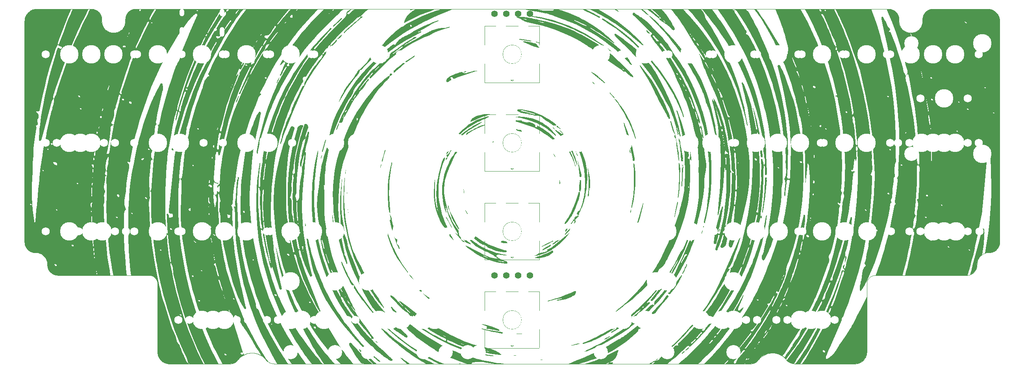
<source format=gbr>
%TF.GenerationSoftware,KiCad,Pcbnew,(7.0.0)*%
%TF.CreationDate,2024-01-31T23:32:51+01:00*%
%TF.ProjectId,universal vault v2,756e6976-6572-4736-916c-207661756c74,rev?*%
%TF.SameCoordinates,Original*%
%TF.FileFunction,Legend,Top*%
%TF.FilePolarity,Positive*%
%FSLAX46Y46*%
G04 Gerber Fmt 4.6, Leading zero omitted, Abs format (unit mm)*
G04 Created by KiCad (PCBNEW (7.0.0)) date 2024-01-31 23:32:51*
%MOMM*%
%LPD*%
G01*
G04 APERTURE LIST*
%ADD10C,0.000000*%
%ADD11C,0.100000*%
%ADD12C,0.120000*%
%ADD13C,1.397000*%
%ADD14C,1.750000*%
%ADD15C,3.987800*%
%ADD16C,3.048000*%
%ADD17R,1.350000X1.350000*%
%ADD18O,1.350000X1.350000*%
%ADD19C,0.650000*%
%ADD20O,1.000000X1.600000*%
%ADD21O,1.000000X2.100000*%
G04 APERTURE END LIST*
D10*
G36*
X52761148Y220643D02*
G01*
X52785611Y211104D01*
X52810185Y201853D01*
X52834870Y192895D01*
X52859667Y184234D01*
X52884576Y175874D01*
X52909598Y167820D01*
X52884541Y175874D01*
X52859618Y184234D01*
X52834825Y192895D01*
X52810152Y201853D01*
X52785596Y211104D01*
X52761147Y220643D01*
X52759350Y221368D01*
X52761148Y220643D01*
G37*
D11*
X207286238Y24008091D02*
X207154806Y24004809D01*
X208250355Y76127380D02*
X208137766Y76184900D01*
X209569656Y25757320D02*
X209589036Y25864572D01*
D10*
D11*
X181098108Y17751715D02*
X181077897Y17664926D01*
X208851603Y75678556D02*
X208761046Y75764898D01*
D10*
G36*
X94501440Y36771691D02*
G01*
X94440169Y36513905D01*
X94382870Y36992579D01*
X94356585Y37232079D01*
X94345431Y37351961D01*
X94336134Y37471966D01*
X94334374Y37504351D01*
X94333494Y37536796D01*
X94333404Y37569296D01*
X94334019Y37601845D01*
X94337009Y37667063D01*
X94341762Y37732403D01*
X94353752Y37863252D01*
X94359586Y37928664D01*
X94364378Y37994004D01*
X94501440Y36771691D01*
G37*
G36*
X116131266Y76416140D02*
G01*
X116146061Y76405063D01*
X116175750Y76383075D01*
X116190488Y76371872D01*
X116205051Y76360336D01*
X116219363Y76348320D01*
X116226399Y76342087D01*
X116233344Y76335679D01*
X116206141Y76324480D01*
X116179197Y76314599D01*
X116152503Y76305996D01*
X116126052Y76298630D01*
X116099836Y76292458D01*
X116073847Y76287441D01*
X116048077Y76283536D01*
X116022518Y76280704D01*
X115972004Y76278090D01*
X115922240Y76279271D01*
X115873165Y76283918D01*
X115824716Y76291702D01*
X115776830Y76302294D01*
X115729445Y76315367D01*
X115682497Y76330590D01*
X115635924Y76347636D01*
X115589664Y76366175D01*
X115543654Y76385879D01*
X115452132Y76427466D01*
X116116606Y76427466D01*
X116131266Y76416140D01*
G37*
G36*
X149084497Y48613087D02*
G01*
X149084448Y48612990D01*
X149084400Y48612893D01*
X149084355Y48612796D01*
X149084312Y48612699D01*
X149084271Y48612602D01*
X149084232Y48612505D01*
X149084197Y48612408D01*
X149081970Y48610584D01*
X149079776Y48608697D01*
X149077613Y48606748D01*
X149075482Y48604736D01*
X149073382Y48602662D01*
X149071312Y48600525D01*
X149069272Y48598325D01*
X149067261Y48596063D01*
X149065279Y48593738D01*
X149063441Y48591492D01*
X149063486Y48591549D01*
X149065403Y48593903D01*
X149067362Y48596213D01*
X149069363Y48598482D01*
X149071406Y48600708D01*
X149073490Y48602892D01*
X149075617Y48605034D01*
X149077786Y48607134D01*
X149079998Y48609192D01*
X149082251Y48611209D01*
X149084547Y48613184D01*
X149084497Y48613087D01*
G37*
D11*
X5721074Y19575887D02*
X5806906Y19514635D01*
D10*
G36*
X130249419Y45600350D02*
G01*
X130188963Y45325157D01*
X130063639Y45838330D01*
X130001904Y46095115D01*
X129942000Y46352307D01*
X129939933Y46363082D01*
X129938546Y46374011D01*
X129937769Y46385079D01*
X129937535Y46396270D01*
X129937776Y46407569D01*
X129938422Y46418960D01*
X129939407Y46430428D01*
X129940661Y46441958D01*
X129947008Y46488380D01*
X129950024Y46511559D01*
X129951254Y46523085D01*
X129952208Y46534550D01*
X130249419Y45600350D01*
G37*
D11*
X192018197Y71792254D02*
X192114026Y71867432D01*
D10*
G36*
X47639432Y2204895D02*
G01*
X47616242Y2197809D01*
X47639407Y2204895D01*
X47662592Y2212124D01*
X47639432Y2204895D01*
G37*
D11*
X180664261Y1304679D02*
X180726972Y1414028D01*
D10*
G36*
X142811938Y3573942D02*
G01*
X142775801Y3507183D01*
X142736189Y3444365D01*
X142693286Y3385281D01*
X142647273Y3329724D01*
X142598333Y3277489D01*
X142546647Y3228368D01*
X142492398Y3182155D01*
X142435767Y3138643D01*
X142376938Y3097625D01*
X142316091Y3058895D01*
X142253409Y3022246D01*
X142189075Y2987472D01*
X142123269Y2954366D01*
X142056175Y2922721D01*
X141987975Y2892330D01*
X142029245Y2953338D01*
X142071561Y3013153D01*
X142115049Y3071633D01*
X142159834Y3128633D01*
X142206044Y3184010D01*
X142253804Y3237620D01*
X142303240Y3289319D01*
X142354479Y3338962D01*
X142407647Y3386406D01*
X142462869Y3431507D01*
X142520273Y3474121D01*
X142579983Y3514104D01*
X142642127Y3551312D01*
X142706830Y3585602D01*
X142774219Y3616828D01*
X142844420Y3644848D01*
X142811938Y3573942D01*
G37*
D11*
X45146289Y332182D02*
X45253287Y395886D01*
X165359300Y88569D02*
X165484511Y84873D01*
X207657954Y76359675D02*
X207531445Y76388735D01*
X14766387Y76361513D02*
X14659163Y76380898D01*
X44191089Y53283D02*
X44316276Y64266D01*
X204538033Y20443208D02*
X204577436Y20542372D01*
X191599745Y71539091D02*
X191709319Y71594938D01*
X203911667Y19605793D02*
X203991181Y19674784D01*
X23705429Y76438723D02*
X23595014Y76430206D01*
D10*
G36*
X81420723Y10900113D02*
G01*
X81428918Y10896409D01*
X81445649Y10889343D01*
X81462555Y10882455D01*
X81479307Y10875412D01*
X81487520Y10871728D01*
X81495571Y10867878D01*
X81503417Y10863823D01*
X81511018Y10859519D01*
X81518330Y10854926D01*
X81525314Y10850000D01*
X81531928Y10844701D01*
X81538130Y10838986D01*
X81613135Y10767073D01*
X81690374Y10697491D01*
X81769378Y10629751D01*
X81849675Y10563363D01*
X82174414Y10301523D01*
X82254137Y10234540D01*
X82332335Y10165969D01*
X82408539Y10095319D01*
X82482279Y10022100D01*
X82553084Y9945821D01*
X82620487Y9865993D01*
X82684015Y9782126D01*
X82743201Y9693730D01*
X82648222Y9741642D01*
X82556792Y9793869D01*
X82468583Y9850010D01*
X82383265Y9909666D01*
X82300512Y9972436D01*
X82219993Y10037920D01*
X82141382Y10105719D01*
X82064349Y10175432D01*
X81913703Y10319000D01*
X81765430Y10465426D01*
X81616902Y10611508D01*
X81541721Y10683421D01*
X81465491Y10754048D01*
X81462348Y10757096D01*
X81459391Y10760348D01*
X81456610Y10763793D01*
X81453997Y10767422D01*
X81449236Y10775190D01*
X81445039Y10783576D01*
X81441333Y10792501D01*
X81438048Y10801888D01*
X81435112Y10811658D01*
X81432455Y10821734D01*
X81427693Y10842490D01*
X81423191Y10863533D01*
X81418382Y10884240D01*
X81415684Y10894273D01*
X81412695Y10903988D01*
X81420723Y10900113D01*
G37*
D11*
X2936559Y23928623D02*
X2813293Y23956818D01*
X194818884Y76396799D02*
X194713468Y76372193D01*
X16713578Y72838114D02*
X16764193Y72725462D01*
D10*
G36*
X69056632Y41792824D02*
G01*
X69015549Y41391847D01*
X68993591Y41191558D01*
X68968619Y40991677D01*
X68967737Y40986072D01*
X68966618Y40980500D01*
X68963710Y40969444D01*
X68959987Y40958497D01*
X68955540Y40947646D01*
X68950460Y40936881D01*
X68944837Y40926189D01*
X68938762Y40915556D01*
X68932328Y40904973D01*
X68918741Y40883903D01*
X68904804Y40862881D01*
X68891244Y40841810D01*
X68884834Y40831227D01*
X68878790Y40820595D01*
X68908872Y41178994D01*
X68924840Y41358104D01*
X68942954Y41536976D01*
X68945029Y41553701D01*
X68947546Y41570377D01*
X68950458Y41587011D01*
X68953722Y41603606D01*
X68961130Y41636702D01*
X68969415Y41669703D01*
X68987207Y41735573D01*
X68996006Y41768520D01*
X69004271Y41801525D01*
X69056632Y41792824D01*
G37*
D11*
X612084Y75587975D02*
X530163Y75493318D01*
X29271737Y812622D02*
X29362293Y726281D01*
X52529Y74608678D02*
X17463Y74484598D01*
X160143683Y2359167D02*
X159962476Y2324787D01*
D10*
G36*
X12895768Y74824358D02*
G01*
X12106812Y73209919D01*
X11722548Y72397413D01*
X11346059Y71580830D01*
X10978068Y70759754D01*
X10619301Y69933770D01*
X10029243Y68530679D01*
X9455378Y67122040D01*
X8897765Y65707723D01*
X8356463Y64287596D01*
X7831528Y62861527D01*
X7323019Y61429384D01*
X6830994Y59991035D01*
X6355511Y58546349D01*
X6327217Y58462906D01*
X6296774Y58379270D01*
X6233242Y58211140D01*
X6172524Y58041398D01*
X6145598Y57955748D01*
X6122228Y57869486D01*
X6103365Y57782541D01*
X6089961Y57694844D01*
X6082965Y57606325D01*
X6082168Y57561735D01*
X6083330Y57516913D01*
X6086570Y57471851D01*
X6092006Y57426540D01*
X6099758Y57380970D01*
X6109944Y57335134D01*
X6122684Y57289022D01*
X6138095Y57242626D01*
X6156298Y57195938D01*
X6177411Y57148947D01*
X6130374Y57105357D01*
X6086238Y57060552D01*
X6044877Y57014587D01*
X6006167Y56967517D01*
X5936195Y56870282D01*
X5875322Y56769285D01*
X5822546Y56664965D01*
X5776866Y56557760D01*
X5737279Y56448109D01*
X5702785Y56336450D01*
X5489982Y55423550D01*
X3665738Y48802014D01*
X3651088Y48745827D01*
X3637021Y48685416D01*
X3608645Y48556528D01*
X3593340Y48490355D01*
X3576628Y48424565D01*
X3558010Y48360311D01*
X3536990Y48298743D01*
X3525424Y48269327D01*
X3513070Y48241015D01*
X3499867Y48213950D01*
X3485753Y48188278D01*
X3470664Y48164141D01*
X3454540Y48141684D01*
X3437318Y48121050D01*
X3418935Y48102385D01*
X3399330Y48085831D01*
X3378440Y48071533D01*
X3356203Y48059635D01*
X3332557Y48050280D01*
X3307440Y48043613D01*
X3280789Y48039779D01*
X3252543Y48038919D01*
X3222639Y48041180D01*
X3193979Y48046247D01*
X3167987Y48053808D01*
X3144548Y48063746D01*
X3123546Y48075941D01*
X3104868Y48090274D01*
X3088398Y48106628D01*
X3074021Y48124882D01*
X3061623Y48144918D01*
X3051090Y48166618D01*
X3042306Y48189862D01*
X3035157Y48214533D01*
X3029528Y48240510D01*
X3022371Y48295911D01*
X3019917Y48355115D01*
X3021249Y48417172D01*
X3025449Y48481131D01*
X3038782Y48610958D01*
X3052573Y48736992D01*
X3057346Y48796212D01*
X3059480Y48851633D01*
X3086466Y49734629D01*
X3147052Y50613842D01*
X3236110Y51489743D01*
X3348512Y52362801D01*
X3479131Y53233488D01*
X3622839Y54102272D01*
X3929014Y55836012D01*
X4214377Y57347945D01*
X4529577Y58852781D01*
X4872875Y60350855D01*
X5242531Y61842499D01*
X5636804Y63328048D01*
X6053954Y64807836D01*
X6492243Y66282195D01*
X6949929Y67751459D01*
X6984727Y67869030D01*
X6994458Y67898387D01*
X7005233Y67926901D01*
X7011112Y67940712D01*
X7017370Y67954158D01*
X7024048Y67967186D01*
X7031185Y67979744D01*
X7038821Y67991780D01*
X7046994Y68003244D01*
X7055745Y68014082D01*
X7065114Y68024244D01*
X7075139Y68033677D01*
X7085861Y68042330D01*
X7097318Y68050150D01*
X7109551Y68057087D01*
X7122599Y68063088D01*
X7136501Y68068102D01*
X7151297Y68072076D01*
X7167027Y68074959D01*
X7183731Y68076700D01*
X7201447Y68077246D01*
X7220215Y68076545D01*
X7240075Y68074546D01*
X7261299Y68070713D01*
X7282787Y68064859D01*
X7304507Y68057188D01*
X7326424Y68047906D01*
X7348506Y68037217D01*
X7370720Y68025327D01*
X7415411Y67998763D01*
X7504916Y67940240D01*
X7549201Y67911561D01*
X7592822Y67885458D01*
X7614300Y67873885D01*
X7635512Y67863570D01*
X7656427Y67854720D01*
X7677009Y67847539D01*
X7697227Y67842231D01*
X7717047Y67839003D01*
X7736435Y67838059D01*
X7755360Y67839604D01*
X7773788Y67843843D01*
X7791685Y67850982D01*
X7809019Y67861224D01*
X7825756Y67874776D01*
X7841864Y67891842D01*
X7857309Y67912627D01*
X7872059Y67937337D01*
X7886079Y67966175D01*
X7902406Y68006795D01*
X7914434Y68044529D01*
X7922370Y68079522D01*
X7926424Y68111915D01*
X7926802Y68141850D01*
X7923713Y68169469D01*
X7917365Y68194914D01*
X7907966Y68218329D01*
X7895724Y68239854D01*
X7880848Y68259632D01*
X7863544Y68277805D01*
X7844022Y68294516D01*
X7822489Y68309906D01*
X7799154Y68324118D01*
X7747906Y68349575D01*
X7691945Y68372025D01*
X7632934Y68392604D01*
X7512420Y68432704D01*
X7454245Y68454497D01*
X7399679Y68478971D01*
X7374268Y68492567D01*
X7350384Y68507261D01*
X7328234Y68523192D01*
X7308026Y68540505D01*
X7282913Y68564546D01*
X7258163Y68588968D01*
X7233698Y68613691D01*
X7209442Y68638635D01*
X7112958Y68739025D01*
X7114896Y68740059D01*
X7113905Y68752076D01*
X7135244Y68759009D01*
X7155503Y68766723D01*
X7174723Y68775190D01*
X7192944Y68784382D01*
X7210208Y68794272D01*
X7226555Y68804832D01*
X7242025Y68816036D01*
X7256660Y68827854D01*
X7270500Y68840260D01*
X7283586Y68853227D01*
X7295959Y68866726D01*
X7307659Y68880730D01*
X7329206Y68910143D01*
X7348552Y68941246D01*
X7366023Y68973818D01*
X7381945Y69007639D01*
X7396645Y69042489D01*
X7410449Y69078147D01*
X7463218Y69224452D01*
X8419101Y71788058D01*
X8905039Y73066628D01*
X9409411Y74337675D01*
X9626825Y74862998D01*
X9848689Y75386189D01*
X10074315Y75907571D01*
X10303017Y76427467D01*
X13707133Y76427467D01*
X12895768Y74824358D01*
G37*
G36*
X98293035Y52091955D02*
G01*
X98253360Y52061338D01*
X98174157Y51999851D01*
X98134166Y51969783D01*
X98093606Y51940698D01*
X98073041Y51926650D01*
X98052247Y51912998D01*
X98031195Y51899792D01*
X98009856Y51887081D01*
X97142575Y51374296D01*
X96290139Y50843048D01*
X95871154Y50568421D01*
X95457878Y50286683D01*
X95050978Y49997002D01*
X94651120Y49698547D01*
X94258970Y49390485D01*
X93875194Y49071985D01*
X93500459Y48742214D01*
X93135430Y48400342D01*
X92780774Y48045535D01*
X92437157Y47676963D01*
X92105245Y47293794D01*
X91785704Y46895195D01*
X91719568Y46807388D01*
X91687701Y46762949D01*
X91656965Y46718025D01*
X91627609Y46672519D01*
X91599881Y46626335D01*
X91574030Y46579375D01*
X91550304Y46531544D01*
X91528951Y46482745D01*
X91510220Y46432881D01*
X91494358Y46381856D01*
X91481616Y46329573D01*
X91472240Y46275936D01*
X91466479Y46220848D01*
X91464581Y46164213D01*
X91466795Y46105934D01*
X92394591Y47112236D01*
X92415963Y47178954D01*
X92440109Y47242997D01*
X92467071Y47304328D01*
X92496890Y47362905D01*
X92529607Y47418689D01*
X92565264Y47471640D01*
X92603901Y47521719D01*
X92645560Y47568885D01*
X92690282Y47613099D01*
X92738108Y47654321D01*
X92789080Y47692510D01*
X92843239Y47727628D01*
X92900625Y47759635D01*
X92961281Y47788490D01*
X93025248Y47814154D01*
X93092566Y47836586D01*
X93099227Y47889220D01*
X93108634Y47939398D01*
X93120659Y47987236D01*
X93135173Y48032848D01*
X93152047Y48076350D01*
X93171151Y48117857D01*
X93192357Y48157484D01*
X93215536Y48195346D01*
X93240559Y48231559D01*
X93267295Y48266236D01*
X93295618Y48299495D01*
X93325397Y48331449D01*
X93388809Y48391904D01*
X93456499Y48448523D01*
X93527434Y48502228D01*
X93600583Y48553938D01*
X93749393Y48655061D01*
X93822989Y48706315D01*
X93894671Y48759259D01*
X93963404Y48814815D01*
X94028159Y48873902D01*
X94030648Y48875975D01*
X94033488Y48877690D01*
X94036661Y48879065D01*
X94040150Y48880118D01*
X94043939Y48880864D01*
X94048011Y48881321D01*
X94056936Y48881438D01*
X94066792Y48880605D01*
X94077443Y48878959D01*
X94088756Y48876638D01*
X94100596Y48873778D01*
X94125319Y48866993D01*
X94150538Y48859699D01*
X94175178Y48852993D01*
X94186945Y48850204D01*
X94198164Y48847973D01*
X94193382Y48834736D01*
X94188955Y48821112D01*
X94180816Y48793083D01*
X94173040Y48764650D01*
X94164920Y48736581D01*
X94160511Y48722922D01*
X94155751Y48709641D01*
X94150552Y48696833D01*
X94144826Y48684594D01*
X94138484Y48673021D01*
X94131438Y48662208D01*
X94127624Y48657117D01*
X94123600Y48652252D01*
X94119357Y48647625D01*
X94114882Y48643248D01*
X94030274Y48565917D01*
X93944768Y48489561D01*
X93771793Y48338979D01*
X93423148Y48040749D01*
X93369394Y47969143D01*
X93316825Y47896352D01*
X93213201Y47749253D01*
X93108200Y47603530D01*
X93053910Y47532459D01*
X92997748Y47463261D01*
X92939204Y47396446D01*
X92877768Y47332524D01*
X92812932Y47272004D01*
X92779080Y47243179D01*
X92744186Y47215396D01*
X92708188Y47188719D01*
X92671021Y47163210D01*
X92632621Y47138935D01*
X92592926Y47115956D01*
X92551871Y47094337D01*
X92509393Y47074143D01*
X92465428Y47055436D01*
X92419913Y47038281D01*
X92376773Y46942395D01*
X92330712Y46848591D01*
X92281879Y46756764D01*
X92230419Y46666808D01*
X92176482Y46578619D01*
X92120215Y46492091D01*
X92061764Y46407120D01*
X92001277Y46323601D01*
X91938903Y46241428D01*
X91874787Y46160498D01*
X91809079Y46080703D01*
X91741924Y46001941D01*
X91603868Y45847090D01*
X91461798Y45695107D01*
X91442993Y45608676D01*
X91420783Y45524110D01*
X91395270Y45441355D01*
X91366557Y45360354D01*
X91334746Y45281051D01*
X91299938Y45203389D01*
X91262238Y45127314D01*
X91221746Y45052768D01*
X91178565Y44979696D01*
X91132797Y44908042D01*
X91084544Y44837750D01*
X91033910Y44768764D01*
X90980995Y44701028D01*
X90925902Y44634485D01*
X90868733Y44569080D01*
X90809592Y44504757D01*
X90818034Y44466282D01*
X90824107Y44428586D01*
X90827761Y44391703D01*
X90828664Y44373576D01*
X90828942Y44355664D01*
X90828590Y44337972D01*
X90827600Y44320503D01*
X90825966Y44303261D01*
X90823681Y44286251D01*
X90820740Y44269476D01*
X90817135Y44252941D01*
X90812861Y44236650D01*
X90807909Y44220607D01*
X90802275Y44204816D01*
X90795952Y44189280D01*
X90788933Y44174005D01*
X90781211Y44158993D01*
X90772781Y44144250D01*
X90763635Y44129779D01*
X90753768Y44115585D01*
X90743172Y44101671D01*
X90731841Y44088041D01*
X90719769Y44074699D01*
X90706949Y44061651D01*
X90693375Y44048899D01*
X90679041Y44036447D01*
X90663939Y44024301D01*
X90648063Y44012463D01*
X90631407Y44000939D01*
X90629288Y43999805D01*
X90626792Y43998955D01*
X90623948Y43998379D01*
X90620784Y43998063D01*
X90617329Y43997997D01*
X90613611Y43998168D01*
X90605498Y43999173D01*
X90596674Y44000985D01*
X90587363Y44003509D01*
X90577793Y44006649D01*
X90568190Y44010310D01*
X90558781Y44014399D01*
X90549793Y44018818D01*
X90541451Y44023475D01*
X90533983Y44028273D01*
X90527615Y44033117D01*
X90524915Y44035527D01*
X90522574Y44037914D01*
X90520622Y44040264D01*
X90519086Y44042567D01*
X90517996Y44044810D01*
X90517378Y44046982D01*
X90514216Y44068060D01*
X90512096Y44088541D01*
X90510991Y44108440D01*
X90510874Y44127773D01*
X90511715Y44146554D01*
X90513488Y44164800D01*
X90516164Y44182525D01*
X90519715Y44199745D01*
X90524113Y44216474D01*
X90529330Y44232729D01*
X90535338Y44248525D01*
X90542109Y44263876D01*
X90549616Y44278798D01*
X90557830Y44293306D01*
X90566723Y44307416D01*
X90576267Y44321143D01*
X90586434Y44334503D01*
X90597196Y44347509D01*
X90620395Y44372526D01*
X90645638Y44396315D01*
X90672703Y44419000D01*
X90701364Y44440703D01*
X90731399Y44461545D01*
X90762583Y44481649D01*
X90794692Y44501137D01*
X90626585Y45029637D01*
X90667722Y45031300D01*
X90706601Y45035765D01*
X90743350Y45042875D01*
X90778094Y45052472D01*
X90810960Y45064400D01*
X90842075Y45078501D01*
X90871565Y45094619D01*
X90899557Y45112597D01*
X90926177Y45132277D01*
X90951552Y45153503D01*
X90975808Y45176118D01*
X90999072Y45199964D01*
X91043128Y45250724D01*
X91084733Y45304527D01*
X91164638Y45416236D01*
X91204962Y45471631D01*
X91246883Y45525045D01*
X91291412Y45575222D01*
X91314971Y45598704D01*
X91339562Y45620906D01*
X91365312Y45641671D01*
X91392346Y45660841D01*
X91420791Y45678261D01*
X91450774Y45693772D01*
X91407027Y46039688D01*
X90623137Y45094719D01*
X90622684Y45142313D01*
X90624227Y45189021D01*
X90627684Y45234877D01*
X90632976Y45279915D01*
X90640021Y45324170D01*
X90648738Y45367677D01*
X90659046Y45410470D01*
X90670865Y45452584D01*
X90698710Y45534911D01*
X90731627Y45614935D01*
X90768968Y45692931D01*
X90810088Y45769176D01*
X90854337Y45843946D01*
X90901071Y45917516D01*
X90999402Y46062161D01*
X91099904Y46205322D01*
X91197401Y46349205D01*
X91517751Y46821856D01*
X91852665Y47277316D01*
X92201884Y47715883D01*
X92565148Y48137850D01*
X92942197Y48543514D01*
X93332773Y48933169D01*
X93736614Y49307110D01*
X94153461Y49665633D01*
X94583054Y50009034D01*
X95025134Y50337606D01*
X95479441Y50651646D01*
X95945715Y50951448D01*
X96423696Y51237309D01*
X96913124Y51509522D01*
X97413740Y51768384D01*
X97925284Y52014189D01*
X97949071Y52024598D01*
X97973287Y52034083D01*
X97997888Y52042737D01*
X98022830Y52050652D01*
X98048071Y52057923D01*
X98073567Y52064641D01*
X98125153Y52076794D01*
X98229487Y52098576D01*
X98281544Y52109693D01*
X98333067Y52121956D01*
X98293035Y52091955D01*
G37*
D11*
X22778505Y76175837D02*
X22686925Y76122894D01*
X208275062Y24181209D02*
X208371823Y24225274D01*
X27713128Y18794599D02*
X27640107Y18841589D01*
D10*
G36*
X99987952Y53761812D02*
G01*
X99917484Y53733884D01*
X99847243Y53705190D01*
X99706841Y53647514D01*
X99636381Y53619537D01*
X99565549Y53592802D01*
X99494195Y53567813D01*
X99422171Y53545071D01*
X99004399Y53416169D01*
X98590276Y53278166D01*
X98179728Y53131198D01*
X97772681Y52975400D01*
X97369061Y52810905D01*
X96968795Y52637850D01*
X96571810Y52456368D01*
X96178030Y52266594D01*
X96154450Y52255440D01*
X96130497Y52245040D01*
X96106210Y52235320D01*
X96081625Y52226202D01*
X96031714Y52209472D01*
X95981065Y52194242D01*
X95878753Y52165852D01*
X95827690Y52151476D01*
X95777090Y52136170D01*
X95786650Y52163206D01*
X95795615Y52190710D01*
X95812345Y52246659D01*
X95828452Y52303099D01*
X95845109Y52359108D01*
X95854010Y52386663D01*
X95863489Y52413766D01*
X95873690Y52440301D01*
X95884762Y52466153D01*
X95896850Y52491208D01*
X95910102Y52515349D01*
X95924663Y52538463D01*
X95940680Y52560435D01*
X96000681Y52633708D01*
X96062487Y52703241D01*
X96191244Y52831624D01*
X96326420Y52946657D01*
X96467485Y53049417D01*
X96613907Y53140978D01*
X96765155Y53222415D01*
X96920698Y53294804D01*
X97080006Y53359219D01*
X97242547Y53416736D01*
X97407790Y53468429D01*
X97575203Y53515374D01*
X97744257Y53558646D01*
X98426253Y53716500D01*
X98484994Y53729454D01*
X98544261Y53740877D01*
X98664872Y53759816D01*
X98789090Y53774695D01*
X98917921Y53786891D01*
X99193442Y53808749D01*
X99342141Y53821167D01*
X99499472Y53836415D01*
X99987952Y53761812D01*
G37*
D11*
X204859856Y22226133D02*
X204825830Y22105264D01*
X4685705Y22344419D02*
X4640465Y22459965D01*
X46499510Y1602124D02*
X46315416Y1442788D01*
D10*
G36*
X113449071Y24425354D02*
G01*
X113465886Y24422632D01*
X113482509Y24417845D01*
X113498916Y24410859D01*
X113515085Y24401539D01*
X113530993Y24389750D01*
X113546616Y24375357D01*
X113561930Y24358227D01*
X113576914Y24338223D01*
X113591544Y24315213D01*
X113603213Y24293583D01*
X113612592Y24272363D01*
X113619775Y24251544D01*
X113624854Y24231120D01*
X113627921Y24211080D01*
X113629070Y24191417D01*
X113628394Y24172122D01*
X113625986Y24153187D01*
X113621938Y24134603D01*
X113616344Y24116363D01*
X113609296Y24098458D01*
X113600887Y24080879D01*
X113591211Y24063618D01*
X113580360Y24046667D01*
X113568426Y24030018D01*
X113555504Y24013661D01*
X113527065Y23981794D01*
X113495784Y23950998D01*
X113462406Y23921208D01*
X113427674Y23892355D01*
X113290068Y23784989D01*
X113122524Y23658571D01*
X112950866Y23544574D01*
X112775467Y23442107D01*
X112596697Y23350281D01*
X112414930Y23268205D01*
X112230537Y23194989D01*
X112043890Y23129744D01*
X111855362Y23071579D01*
X111665325Y23019604D01*
X111474150Y22972930D01*
X111089878Y22891922D01*
X110324057Y22754349D01*
X110300786Y22761078D01*
X110277658Y22766564D01*
X110254682Y22770912D01*
X110231862Y22774229D01*
X110209204Y22776619D01*
X110186716Y22778189D01*
X110142269Y22779290D01*
X110098571Y22778376D01*
X110055670Y22776293D01*
X109972454Y22771999D01*
X109932238Y22771478D01*
X109893014Y22773168D01*
X109873789Y22775106D01*
X109854831Y22777914D01*
X109836145Y22781697D01*
X109817738Y22786561D01*
X109799615Y22792612D01*
X109781783Y22799955D01*
X109764249Y22808696D01*
X109747017Y22818940D01*
X109730094Y22830793D01*
X109713487Y22844361D01*
X109697201Y22859750D01*
X109681242Y22877064D01*
X109749145Y22910171D01*
X109816621Y22944757D01*
X109951410Y23014491D01*
X110019282Y23047702D01*
X110053459Y23063469D01*
X110087845Y23078516D01*
X110122473Y23092722D01*
X110157379Y23105966D01*
X110192597Y23118126D01*
X110228163Y23129082D01*
X110593163Y23239249D01*
X110954696Y23357914D01*
X111312969Y23484710D01*
X111668186Y23619272D01*
X112020550Y23761234D01*
X112370267Y23910230D01*
X112717540Y24065894D01*
X113062575Y24227860D01*
X113077416Y24235455D01*
X113092597Y24244084D01*
X113123889Y24263900D01*
X113189542Y24310002D01*
X113223532Y24334132D01*
X113258050Y24357545D01*
X113292912Y24379163D01*
X113310414Y24388963D01*
X113327932Y24397910D01*
X113345443Y24405870D01*
X113362924Y24412708D01*
X113380353Y24418289D01*
X113397705Y24422479D01*
X113414957Y24425143D01*
X113432087Y24426146D01*
X113449071Y24425354D01*
G37*
G36*
X94869984Y63024964D02*
G01*
X94873084Y63024552D01*
X94876269Y63023754D01*
X94879536Y63022591D01*
X94882879Y63021085D01*
X94886294Y63019254D01*
X94889777Y63017121D01*
X94896925Y63012025D01*
X94904289Y63005961D01*
X94911832Y62999092D01*
X94919518Y62991581D01*
X94935172Y62975287D01*
X94950962Y62958386D01*
X94966597Y62942183D01*
X94974266Y62934751D01*
X94981787Y62927985D01*
X94325278Y62685917D01*
X94329884Y62715290D01*
X94335824Y62742642D01*
X94343045Y62768055D01*
X94351491Y62791607D01*
X94361108Y62813382D01*
X94371841Y62833459D01*
X94383637Y62851919D01*
X94396439Y62868844D01*
X94410195Y62884314D01*
X94424849Y62898410D01*
X94440346Y62911212D01*
X94456633Y62922802D01*
X94473654Y62933261D01*
X94491354Y62942670D01*
X94509681Y62951108D01*
X94528578Y62958658D01*
X94567867Y62971414D01*
X94608785Y62981585D01*
X94650895Y62989818D01*
X94693762Y62996760D01*
X94780017Y63009358D01*
X94822532Y63016308D01*
X94864058Y63024554D01*
X94866974Y63024972D01*
X94869984Y63024964D01*
G37*
D11*
X530163Y75493318D02*
X452803Y75394746D01*
D10*
G36*
X49518163Y2327395D02*
G01*
X49526495Y2325955D01*
X49534828Y2324497D01*
X49543162Y2322949D01*
X49534822Y2324497D01*
X49526480Y2325955D01*
X49518145Y2327395D01*
X49509829Y2328892D01*
X49518163Y2327395D01*
G37*
G36*
X139565900Y62667272D02*
G01*
X140053648Y62667272D01*
X140053768Y62664306D01*
X140054090Y62661468D01*
X140054625Y62658765D01*
X140055385Y62656205D01*
X140056384Y62653797D01*
X140057631Y62651547D01*
X140094901Y62593728D01*
X140132912Y62536379D01*
X140210570Y62422718D01*
X140368315Y62196959D01*
X140417281Y62308689D01*
X140082182Y62764483D01*
X140080211Y62757151D01*
X140077853Y62749572D01*
X140072355Y62733916D01*
X140066453Y62718001D01*
X140060912Y62702312D01*
X140058515Y62694705D01*
X140056494Y62687336D01*
X140054946Y62680268D01*
X140053966Y62673559D01*
X140053718Y62670359D01*
X140053648Y62667272D01*
X139565900Y62667272D01*
X139549674Y62704086D01*
X139340151Y63157623D01*
X138898786Y64050968D01*
X138428291Y64926428D01*
X137929421Y65784505D01*
X137402931Y66625701D01*
X136849578Y67450518D01*
X136270114Y68259458D01*
X135665297Y69053025D01*
X135463627Y69306483D01*
X135363724Y69433130D01*
X135265974Y69561005D01*
X135171526Y69691070D01*
X135125899Y69757225D01*
X135081528Y69824289D01*
X135038557Y69892381D01*
X134997129Y69961623D01*
X134957388Y70032134D01*
X134919478Y70104036D01*
X134905158Y70130210D01*
X134889206Y70155982D01*
X134853313Y70206537D01*
X134813625Y70256131D01*
X134771967Y70305192D01*
X134730166Y70354152D01*
X134690047Y70403440D01*
X134653435Y70453485D01*
X134637015Y70478926D01*
X134622157Y70504718D01*
X134609088Y70530914D01*
X134598036Y70557568D01*
X134589231Y70584733D01*
X134582901Y70612464D01*
X134579272Y70640815D01*
X134578575Y70669838D01*
X134581036Y70699588D01*
X134586884Y70730119D01*
X134596347Y70761483D01*
X134608330Y70790525D01*
X135016371Y70790525D01*
X135018949Y70771267D01*
X135020877Y70751474D01*
X135023426Y70710811D01*
X135025298Y70669593D01*
X135027775Y70628879D01*
X135029640Y70609042D01*
X135032137Y70589726D01*
X135035424Y70571065D01*
X135039663Y70553191D01*
X135045014Y70536236D01*
X135048156Y70528144D01*
X135051636Y70520331D01*
X135055474Y70512815D01*
X135059689Y70505610D01*
X135064303Y70498735D01*
X135069334Y70492205D01*
X135176936Y70363567D01*
X135285885Y70236021D01*
X135396040Y70109470D01*
X135507262Y69983815D01*
X135732347Y69734799D01*
X135960020Y69488185D01*
X135969048Y69479432D01*
X135979164Y69471323D01*
X135990256Y69463854D01*
X136002212Y69457019D01*
X136014919Y69450813D01*
X136028265Y69445231D01*
X136042137Y69440267D01*
X136056424Y69435916D01*
X136071012Y69432173D01*
X136085789Y69429032D01*
X136100643Y69426489D01*
X136115462Y69424537D01*
X136130133Y69423172D01*
X136144543Y69422388D01*
X136158581Y69422180D01*
X136172133Y69422543D01*
X136175610Y69422945D01*
X136179074Y69423804D01*
X136182532Y69425110D01*
X136185992Y69426850D01*
X136192958Y69431588D01*
X136200039Y69437929D01*
X136207305Y69445782D01*
X136214826Y69455055D01*
X136222670Y69465659D01*
X136230906Y69477503D01*
X136269160Y69535458D01*
X136292441Y69569514D01*
X136305361Y69587494D01*
X136319228Y69605988D01*
X135809571Y70156686D01*
X135556242Y70426630D01*
X135428704Y70559882D01*
X135300108Y70691846D01*
X135294024Y70697668D01*
X135287596Y70703151D01*
X135273774Y70713165D01*
X135258772Y70722018D01*
X135242724Y70729840D01*
X135225760Y70736760D01*
X135208012Y70742910D01*
X135189612Y70748417D01*
X135170691Y70753413D01*
X135131813Y70762388D01*
X135092432Y70770872D01*
X135053601Y70779905D01*
X135034720Y70784952D01*
X135016371Y70790525D01*
X134608330Y70790525D01*
X134609654Y70793736D01*
X134627033Y70826930D01*
X134648712Y70861119D01*
X134674918Y70896357D01*
X134705881Y70932698D01*
X134741828Y70970195D01*
X134782988Y71008903D01*
X134796685Y71022544D01*
X134808008Y71036679D01*
X134817057Y71051277D01*
X134823929Y71066303D01*
X134828724Y71081724D01*
X134831539Y71097506D01*
X134832474Y71113617D01*
X134831625Y71130023D01*
X134829093Y71146690D01*
X134824975Y71163585D01*
X134819370Y71180675D01*
X134812376Y71197926D01*
X134804092Y71215305D01*
X134794616Y71232778D01*
X134784047Y71250313D01*
X134772482Y71267876D01*
X134746762Y71302951D01*
X134718243Y71337738D01*
X134687713Y71371968D01*
X134655959Y71405374D01*
X134591929Y71468650D01*
X134532454Y71525428D01*
X131043120Y74858206D01*
X131006995Y74891948D01*
X130968222Y74926679D01*
X130887004Y74999213D01*
X130846698Y75037071D01*
X130808019Y75076026D01*
X130772036Y75116104D01*
X130755390Y75136573D01*
X130739819Y75157334D01*
X130725456Y75178389D01*
X130712436Y75199741D01*
X130700891Y75221395D01*
X130690956Y75243354D01*
X130682764Y75265621D01*
X130676448Y75288199D01*
X130672143Y75311092D01*
X130669982Y75334304D01*
X130670098Y75357837D01*
X130672626Y75381695D01*
X130677698Y75405882D01*
X130685449Y75430400D01*
X130696012Y75455254D01*
X130709520Y75480446D01*
X130726108Y75505980D01*
X130745909Y75531860D01*
X130767554Y75556325D01*
X130789161Y75577203D01*
X130810728Y75594656D01*
X130832248Y75608845D01*
X130853720Y75619932D01*
X130875139Y75628078D01*
X130896502Y75633445D01*
X130917803Y75636194D01*
X130939040Y75636487D01*
X130960208Y75634484D01*
X130981304Y75630348D01*
X131002324Y75624240D01*
X131023264Y75616321D01*
X131044120Y75606753D01*
X131064888Y75595697D01*
X131085564Y75583315D01*
X131126626Y75555218D01*
X131167274Y75523753D01*
X131247205Y75455886D01*
X131286427Y75422067D01*
X131325110Y75390047D01*
X131363225Y75361117D01*
X131382059Y75348215D01*
X131400740Y75336569D01*
X131873799Y75050331D01*
X132338737Y74752222D01*
X132567606Y74598260D01*
X132793779Y74440782D01*
X133017033Y74279605D01*
X133237147Y74114549D01*
X133453898Y73945428D01*
X133667063Y73772062D01*
X133876422Y73594268D01*
X134081752Y73411862D01*
X134282830Y73224663D01*
X134479435Y73032488D01*
X134671344Y72835153D01*
X134858336Y72632478D01*
X135326723Y72122202D01*
X135802611Y71618863D01*
X136756007Y70612937D01*
X137223073Y70100319D01*
X137676758Y69574578D01*
X137896951Y69305219D01*
X138111841Y69030698D01*
X138320775Y68750388D01*
X138523100Y68463663D01*
X138695808Y68201570D01*
X138860861Y67934930D01*
X139179568Y67396881D01*
X139339001Y67129907D01*
X139502343Y66867256D01*
X139672482Y66611145D01*
X139761003Y66486236D01*
X139852309Y66363793D01*
X140263049Y65813322D01*
X140658262Y65254923D01*
X141038544Y64688903D01*
X141404489Y64115570D01*
X141756694Y63535232D01*
X142095753Y62948195D01*
X142422261Y62354767D01*
X142736815Y61755255D01*
X143332438Y60539213D01*
X143887385Y59302526D01*
X144406419Y58047655D01*
X144894301Y56777060D01*
X145117633Y56161382D01*
X145332140Y55542269D01*
X145537698Y54919764D01*
X145734183Y54293914D01*
X145921469Y53664762D01*
X146099432Y53032354D01*
X146267949Y52396735D01*
X146426894Y51757950D01*
X146806728Y50023125D01*
X147113702Y48282918D01*
X147349451Y46537537D01*
X147515612Y44787194D01*
X147613823Y43032097D01*
X147645719Y41272458D01*
X147612939Y39508486D01*
X147517119Y37740391D01*
X147440452Y36839111D01*
X147340404Y35940529D01*
X147217977Y35044777D01*
X147074171Y34151990D01*
X146909990Y33262299D01*
X146726434Y32375839D01*
X146524505Y31492743D01*
X146305205Y30613144D01*
X146302803Y30602668D01*
X146300818Y30591552D01*
X146297836Y30567678D01*
X146293986Y30515359D01*
X146292069Y30488047D01*
X146289457Y30460722D01*
X146285624Y30433953D01*
X146283086Y30420954D01*
X146280047Y30408306D01*
X146276440Y30396081D01*
X146272200Y30384349D01*
X146267261Y30373181D01*
X146261558Y30362648D01*
X146255025Y30352821D01*
X146247596Y30343771D01*
X146239206Y30335569D01*
X146229790Y30328285D01*
X146219281Y30321991D01*
X146207614Y30316757D01*
X146194723Y30312654D01*
X146180543Y30309754D01*
X146165008Y30308127D01*
X146148053Y30307843D01*
X146129611Y30308975D01*
X146109618Y30311592D01*
X146105929Y30312924D01*
X146102250Y30315669D01*
X146098593Y30319758D01*
X146094971Y30325118D01*
X146087882Y30339375D01*
X146081081Y30357875D01*
X146074671Y30380055D01*
X146068750Y30405350D01*
X146063419Y30433196D01*
X146058779Y30463029D01*
X146054930Y30494285D01*
X146051971Y30526400D01*
X146050004Y30558810D01*
X146049128Y30590950D01*
X146049445Y30622256D01*
X146051053Y30652165D01*
X146054053Y30680112D01*
X146058547Y30705532D01*
X146288213Y31811248D01*
X146491563Y32917859D01*
X146668406Y34025300D01*
X146818552Y35133506D01*
X146941811Y36242411D01*
X147037991Y37351950D01*
X147106901Y38462056D01*
X147148352Y39572665D01*
X147162153Y40683711D01*
X147148112Y41795129D01*
X147106040Y42906853D01*
X147035746Y44018818D01*
X146937039Y45130957D01*
X146809729Y46243206D01*
X146653624Y47355500D01*
X146468535Y48467772D01*
X146205506Y49811929D01*
X145900999Y51145226D01*
X145555172Y52467446D01*
X145168183Y53778374D01*
X144740190Y55077794D01*
X144271353Y56365489D01*
X143761828Y57641243D01*
X143211775Y58904841D01*
X142913693Y59546442D01*
X142604878Y60180925D01*
X141956128Y61429386D01*
X141267681Y62651925D01*
X140541695Y63850243D01*
X139780328Y65026040D01*
X138985736Y66181018D01*
X138160078Y67316878D01*
X137305510Y68435321D01*
X137128574Y68668148D01*
X137079290Y68731651D01*
X137029029Y68794395D01*
X136978311Y68854942D01*
X136927657Y68911854D01*
X136877588Y68963692D01*
X136852935Y68987259D01*
X136828625Y69009018D01*
X136804721Y69028789D01*
X136781289Y69046393D01*
X136758394Y69061649D01*
X136736101Y69074379D01*
X136714475Y69084401D01*
X136693582Y69091537D01*
X136673486Y69095606D01*
X136654253Y69096429D01*
X136635947Y69093826D01*
X136618634Y69087618D01*
X136602380Y69077623D01*
X136587248Y69063663D01*
X136562917Y69034496D01*
X136543169Y69005694D01*
X136527793Y68977242D01*
X136516579Y68949127D01*
X136509316Y68921337D01*
X136505794Y68893858D01*
X136505802Y68866677D01*
X136509128Y68839781D01*
X136515562Y68813158D01*
X136524894Y68786793D01*
X136536913Y68760673D01*
X136551408Y68734787D01*
X136568168Y68709120D01*
X136586983Y68683659D01*
X136629933Y68633304D01*
X136678573Y68583618D01*
X136731217Y68534495D01*
X136841773Y68437520D01*
X136896314Y68389458D01*
X136948115Y68341540D01*
X136995491Y68293661D01*
X137036757Y68245716D01*
X137679606Y67408021D01*
X138302291Y66559786D01*
X138904585Y65700886D01*
X139486256Y64831196D01*
X140047076Y63950590D01*
X140586816Y63058943D01*
X141105246Y62156130D01*
X141602137Y61242026D01*
X142077259Y60316504D01*
X142530384Y59379440D01*
X142961282Y58430707D01*
X143369723Y57470182D01*
X143755478Y56497738D01*
X144118318Y55513250D01*
X144458014Y54516593D01*
X144774336Y53507641D01*
X144972117Y52858022D01*
X145068946Y52532659D01*
X145160811Y52205948D01*
X145167610Y52178411D01*
X145173306Y52150575D01*
X145178011Y52122472D01*
X145181834Y52094129D01*
X145184887Y52065578D01*
X145187279Y52036848D01*
X145190525Y51978971D01*
X145193961Y51862384D01*
X145195919Y51804151D01*
X145199217Y51746277D01*
X145178698Y51748080D01*
X145159857Y51751119D01*
X145142607Y51755330D01*
X145126860Y51760649D01*
X145112529Y51767012D01*
X145099526Y51774355D01*
X145087763Y51782612D01*
X145077153Y51791720D01*
X145067609Y51801615D01*
X145059042Y51812232D01*
X145051366Y51823507D01*
X145044493Y51835375D01*
X145038335Y51847773D01*
X145032804Y51860637D01*
X145023276Y51887501D01*
X144992756Y52000711D01*
X144983522Y52027880D01*
X144978183Y52040941D01*
X144972246Y52053567D01*
X144965623Y52065694D01*
X144958227Y52077258D01*
X144949969Y52088194D01*
X144940764Y52098439D01*
X144930842Y52108753D01*
X144921119Y52119268D01*
X144902197Y52140820D01*
X144883846Y52162945D01*
X144865916Y52185488D01*
X144795393Y52276802D01*
X144834883Y51949619D01*
X144846524Y51868385D01*
X144859785Y51787662D01*
X144875122Y51707593D01*
X144892992Y51628318D01*
X144913852Y51549983D01*
X144938158Y51472728D01*
X144966366Y51396697D01*
X144998932Y51322032D01*
X145036314Y51248876D01*
X145078967Y51177372D01*
X145127348Y51107662D01*
X145181914Y51039889D01*
X145178583Y50918476D01*
X145181105Y50798295D01*
X145189014Y50679249D01*
X145201845Y50561240D01*
X145219133Y50444170D01*
X145240414Y50327941D01*
X145265221Y50212455D01*
X145293091Y50097613D01*
X145356158Y49869474D01*
X145425894Y49642741D01*
X145570494Y49190356D01*
X145570264Y49190608D01*
X145570044Y49190864D01*
X145569831Y49191122D01*
X145569624Y49191384D01*
X145569224Y49191912D01*
X145568833Y49192444D01*
X145568439Y49192976D01*
X145568033Y49193504D01*
X145567821Y49193766D01*
X145567603Y49194025D01*
X145567375Y49194280D01*
X145567137Y49194533D01*
X146084752Y46076473D01*
X146204306Y45295340D01*
X146315313Y44512674D01*
X146415469Y43728031D01*
X146502470Y42940968D01*
X146517583Y42721366D01*
X146519400Y42504378D01*
X146509641Y42289674D01*
X146490025Y42076921D01*
X146462272Y41865790D01*
X146428101Y41655950D01*
X146347382Y41238817D01*
X146261623Y40822875D01*
X146184577Y40405477D01*
X146153621Y40195405D01*
X146130001Y39983976D01*
X146115436Y39770860D01*
X146111647Y39555725D01*
X146104146Y38827737D01*
X146068996Y38102113D01*
X146009216Y37378552D01*
X145927826Y36656753D01*
X145827847Y35936416D01*
X145712296Y35217239D01*
X145584195Y34498923D01*
X145446562Y33781166D01*
X145329922Y33237960D01*
X145198607Y32698896D01*
X144913445Y31627525D01*
X144770346Y31092382D01*
X144634065Y30555710D01*
X144509978Y30016091D01*
X144403456Y29472107D01*
X144403618Y29472138D01*
X144403785Y29472182D01*
X144403954Y29472236D01*
X144404126Y29472299D01*
X144404301Y29472370D01*
X144404478Y29472446D01*
X144404835Y29472608D01*
X144405195Y29472773D01*
X144405374Y29472851D01*
X144405553Y29472925D01*
X144405730Y29472993D01*
X144405905Y29473053D01*
X144406078Y29473103D01*
X144406249Y29473141D01*
X144303984Y29237925D01*
X144205157Y29001618D01*
X144111443Y28763675D01*
X144024516Y28523549D01*
X143946050Y28280697D01*
X143910514Y28158077D01*
X143877720Y28034570D01*
X143847880Y27910109D01*
X143821201Y27784625D01*
X143797893Y27658050D01*
X143778166Y27530316D01*
X143795393Y27549006D01*
X143811552Y27569549D01*
X143826726Y27591761D01*
X143841001Y27615459D01*
X143854462Y27640457D01*
X143867194Y27666574D01*
X143890809Y27721423D01*
X143912526Y27778537D01*
X143933023Y27836443D01*
X143973074Y27948753D01*
X143993987Y28000215D01*
X144016396Y28046587D01*
X144028374Y28067404D01*
X144040981Y28086398D01*
X144054301Y28103384D01*
X144068420Y28118178D01*
X144083422Y28130597D01*
X144099393Y28140456D01*
X144116417Y28147572D01*
X144134579Y28151761D01*
X144153964Y28152840D01*
X144174656Y28150623D01*
X144196742Y28144928D01*
X144220305Y28135571D01*
X144249216Y28120642D01*
X144274524Y28104345D01*
X144296388Y28086749D01*
X144314966Y28067922D01*
X144330417Y28047933D01*
X144342900Y28026850D01*
X144352575Y28004743D01*
X144359598Y27981679D01*
X144364131Y27957727D01*
X144366331Y27932956D01*
X144366357Y27907435D01*
X144364368Y27881232D01*
X144360523Y27854415D01*
X144354981Y27827054D01*
X144339440Y27770972D01*
X144319016Y27713533D01*
X144294980Y27655288D01*
X144241155Y27538572D01*
X144188130Y27425214D01*
X144165094Y27371166D01*
X144146071Y27319603D01*
X143800872Y26319301D01*
X143432079Y25332788D01*
X143039607Y24360119D01*
X142623372Y23401350D01*
X142183291Y22456537D01*
X141719280Y21525738D01*
X141231254Y20609006D01*
X140719130Y19706399D01*
X140182824Y18817973D01*
X139622252Y17943783D01*
X139037330Y17083886D01*
X138427975Y16238338D01*
X137794101Y15407194D01*
X137135626Y14590511D01*
X136452466Y13788345D01*
X135744536Y13000752D01*
X135724169Y12979291D01*
X135703234Y12958357D01*
X135681788Y12937896D01*
X135659888Y12917855D01*
X135614950Y12878826D01*
X135568875Y12840850D01*
X135475124Y12766373D01*
X135428355Y12729031D01*
X135382262Y12691059D01*
X135361801Y12750020D01*
X135345027Y12807369D01*
X135331818Y12863167D01*
X135322051Y12917476D01*
X135315604Y12970359D01*
X135312356Y13021876D01*
X135312184Y13072090D01*
X135314967Y13121063D01*
X135320582Y13168855D01*
X135328907Y13215530D01*
X135339820Y13261148D01*
X135353199Y13305772D01*
X135368923Y13349463D01*
X135386868Y13392284D01*
X135406913Y13434295D01*
X135428936Y13475559D01*
X135452816Y13516137D01*
X135478428Y13556091D01*
X135534368Y13634375D01*
X135595777Y13710906D01*
X135661681Y13786176D01*
X135731103Y13860681D01*
X135803067Y13934915D01*
X135950713Y14084545D01*
X136542680Y14720372D01*
X137097555Y15377249D01*
X137618251Y16053523D01*
X138107681Y16747540D01*
X138568756Y17457648D01*
X139004388Y18182191D01*
X139417491Y18919518D01*
X139810976Y19667974D01*
X140550744Y21191659D01*
X140707035Y21539231D01*
X141025221Y21539231D01*
X141088102Y21632065D01*
X141140598Y21708861D01*
X141219738Y21823860D01*
X141249036Y21866822D01*
X141273253Y21903267D01*
X141293716Y21935573D01*
X141311751Y21966122D01*
X141699244Y22659902D01*
X141896490Y23004535D01*
X141997950Y23175061D01*
X142102049Y23343926D01*
X142106808Y23349924D01*
X142112804Y23354934D01*
X142119935Y23359058D01*
X142128097Y23362397D01*
X142137188Y23365051D01*
X142147104Y23367122D01*
X142169001Y23369919D01*
X142218171Y23372963D01*
X142243795Y23374829D01*
X142269015Y23378002D01*
X142281215Y23380332D01*
X142293005Y23383292D01*
X142304282Y23386983D01*
X142314942Y23391507D01*
X142324883Y23396965D01*
X142334002Y23403457D01*
X142342196Y23411084D01*
X142349362Y23419949D01*
X142355396Y23430152D01*
X142360197Y23441794D01*
X142363660Y23454976D01*
X142365683Y23469800D01*
X142366163Y23486366D01*
X142364996Y23504776D01*
X142362081Y23525131D01*
X142357314Y23547531D01*
X142355205Y23555365D01*
X142352742Y23563112D01*
X142349941Y23570777D01*
X142346819Y23578363D01*
X142343393Y23585876D01*
X142339680Y23593318D01*
X142331460Y23608009D01*
X142322296Y23622470D01*
X142312321Y23636734D01*
X142301672Y23650833D01*
X142290484Y23664800D01*
X142267032Y23692474D01*
X142243047Y23720017D01*
X142219613Y23747695D01*
X142208442Y23761668D01*
X142197813Y23775772D01*
X142175395Y23757007D01*
X142152136Y23738664D01*
X142103933Y23702827D01*
X142054867Y23667424D01*
X142006602Y23631618D01*
X141983290Y23613303D01*
X141960802Y23594573D01*
X141939346Y23575324D01*
X141919130Y23555451D01*
X141900362Y23534850D01*
X141891586Y23524243D01*
X141883250Y23513415D01*
X141875380Y23502353D01*
X141868002Y23491043D01*
X141861142Y23479473D01*
X141854826Y23467629D01*
X141762037Y23279979D01*
X141671606Y23091140D01*
X141495991Y22710824D01*
X141152937Y21946137D01*
X141143271Y21923002D01*
X141133866Y21896835D01*
X141111716Y21825626D01*
X141078248Y21712946D01*
X141025221Y21539231D01*
X140707035Y21539231D01*
X141246990Y22740020D01*
X142602110Y25857853D01*
X142654090Y25972203D01*
X142707943Y26085723D01*
X142819601Y26311013D01*
X143047026Y26759747D01*
X143351469Y26267170D01*
X143486111Y26618943D01*
X143552015Y26795322D01*
X143583881Y26883881D01*
X143614745Y26972782D01*
X143618937Y26986441D01*
X143622365Y27000359D01*
X143625105Y27014510D01*
X143627233Y27028869D01*
X143628826Y27043410D01*
X143629962Y27058107D01*
X143631165Y27087863D01*
X143631449Y27148100D01*
X143631757Y27178165D01*
X143632994Y27207917D01*
X143614730Y27194242D01*
X143597102Y27179717D01*
X143580045Y27164425D01*
X143563496Y27148451D01*
X143531673Y27114795D01*
X143501127Y27079427D01*
X143441845Y27006262D01*
X143412098Y26969818D01*
X143381607Y26934370D01*
X143349867Y26900594D01*
X143333371Y26884544D01*
X143316372Y26869167D01*
X143298809Y26854546D01*
X143280618Y26840766D01*
X143261735Y26827912D01*
X143242098Y26816068D01*
X143221643Y26805319D01*
X143200307Y26795750D01*
X143178028Y26787445D01*
X143154741Y26780489D01*
X143130384Y26774966D01*
X143104894Y26770962D01*
X143078207Y26768560D01*
X143050261Y26767845D01*
X143393658Y28072834D01*
X143561325Y28726217D01*
X143641426Y29053753D01*
X143718001Y29382088D01*
X143944668Y30399885D01*
X144164420Y31419266D01*
X144588866Y33461224D01*
X144697453Y34051796D01*
X144783626Y34643110D01*
X144849615Y35235092D01*
X144897649Y35827666D01*
X144929959Y36420761D01*
X144948775Y37014300D01*
X144954842Y38202419D01*
X144903158Y40580742D01*
X144881086Y41769760D01*
X144885313Y42957894D01*
X144887980Y43593958D01*
X144871774Y44227162D01*
X144837875Y44857679D01*
X144787466Y45485679D01*
X144721726Y46111336D01*
X144641839Y46734821D01*
X144444342Y47975964D01*
X144204425Y49210481D01*
X143931537Y50439750D01*
X143635127Y51665145D01*
X143324644Y52888043D01*
X143161131Y53495509D01*
X142985048Y54098214D01*
X142599116Y55290840D01*
X142174726Y56468915D01*
X141816582Y57387177D01*
X142833722Y57387177D01*
X142833739Y57382860D01*
X142834015Y57378714D01*
X142834567Y57374752D01*
X142835410Y57370983D01*
X142836563Y57367420D01*
X142838039Y57364072D01*
X142839858Y57360951D01*
X142888174Y57284528D01*
X142933062Y57206559D01*
X143013625Y57046463D01*
X143083688Y56881632D01*
X143145392Y56713035D01*
X143200879Y56541641D01*
X143252290Y56368418D01*
X143351447Y56020362D01*
X143403476Y55847467D01*
X143459993Y55676619D01*
X143523141Y55508787D01*
X143595060Y55344940D01*
X143677892Y55186046D01*
X143724069Y55108760D01*
X143773777Y55033075D01*
X143827284Y54959113D01*
X143884857Y54886995D01*
X143946765Y54816842D01*
X144013274Y54748776D01*
X144019087Y54729006D01*
X144030974Y54707598D01*
X144090018Y54397669D01*
X144159393Y54090995D01*
X144238921Y53787522D01*
X144328431Y53487193D01*
X144427745Y53189953D01*
X144536690Y52895747D01*
X144655092Y52604519D01*
X144782774Y52316214D01*
X144787993Y52286063D01*
X144787997Y52286058D01*
X144788009Y52286062D01*
X144788055Y52286092D01*
X144788230Y52286234D01*
X144788863Y52286784D01*
X144789770Y52287577D01*
X144790289Y52288021D01*
X144790831Y52288475D01*
X144787901Y52285933D01*
X144795393Y52276802D01*
X144793669Y52290972D01*
X144793664Y52290967D01*
X144793658Y52290961D01*
X144793653Y52290956D01*
X144793649Y52290951D01*
X144793640Y52290940D01*
X144793631Y52290930D01*
X144793622Y52290919D01*
X144793613Y52290908D01*
X144793609Y52290903D01*
X144793604Y52290897D01*
X144793598Y52290892D01*
X144793593Y52290886D01*
X144782774Y52316214D01*
X144728360Y52627615D01*
X144668385Y52937257D01*
X144599978Y53244236D01*
X144561715Y53396446D01*
X144520268Y53547651D01*
X144475277Y53697739D01*
X144426384Y53846597D01*
X144373229Y53994113D01*
X144315454Y54140173D01*
X144252700Y54284664D01*
X144184608Y54427474D01*
X144110819Y54568490D01*
X144030974Y54707598D01*
X144025420Y54734432D01*
X144025356Y54734393D01*
X144025161Y54734237D01*
X144024450Y54733639D01*
X144022271Y54731768D01*
X144019087Y54729006D01*
X144025465Y54734562D01*
X144024612Y54735404D01*
X144023794Y54736263D01*
X144023007Y54737137D01*
X144022245Y54738025D01*
X144020778Y54739828D01*
X144019352Y54741653D01*
X144017929Y54743479D01*
X144016468Y54745289D01*
X144015711Y54746181D01*
X144014930Y54747061D01*
X144014119Y54747927D01*
X144013274Y54748776D01*
X143968993Y54921069D01*
X143920554Y55091766D01*
X143868295Y55260995D01*
X143812553Y55428886D01*
X143691972Y55761171D01*
X143561516Y56089655D01*
X143423888Y56415373D01*
X143281792Y56739359D01*
X142995009Y57386277D01*
X142992751Y57391157D01*
X142990288Y57395947D01*
X142984784Y57405275D01*
X142978575Y57414296D01*
X142971741Y57423044D01*
X142964361Y57431553D01*
X142956514Y57439859D01*
X142948278Y57447995D01*
X142939732Y57455995D01*
X142922029Y57471730D01*
X142904035Y57487339D01*
X142886383Y57503099D01*
X142877882Y57511122D01*
X142869704Y57519285D01*
X142867261Y57509008D01*
X142864285Y57498375D01*
X142857253Y57476393D01*
X142849656Y57454033D01*
X142842541Y57431994D01*
X142839492Y57421311D01*
X142836956Y57410969D01*
X142835065Y57401055D01*
X142833949Y57391657D01*
X142833722Y57387177D01*
X141816582Y57387177D01*
X141719756Y57635436D01*
X141242083Y58793398D01*
X141160814Y58983561D01*
X142043047Y58983561D01*
X142043206Y58978662D01*
X142043558Y58973990D01*
X142044113Y58969533D01*
X142044881Y58965277D01*
X142045873Y58961211D01*
X142047099Y58957322D01*
X142048568Y58953597D01*
X142050291Y58950024D01*
X142058727Y58934711D01*
X142067647Y58919655D01*
X142077006Y58904831D01*
X142086757Y58890214D01*
X142096852Y58875780D01*
X142107246Y58861504D01*
X142128741Y58833324D01*
X142173248Y58777767D01*
X142195512Y58749992D01*
X142217284Y58721955D01*
X142222438Y58729471D01*
X142228169Y58737247D01*
X142240792Y58753318D01*
X142254010Y58769655D01*
X142266682Y58785746D01*
X142272456Y58793539D01*
X142277665Y58801078D01*
X142282166Y58808298D01*
X142284107Y58811770D01*
X142285817Y58815137D01*
X142287279Y58818393D01*
X142288475Y58821530D01*
X142289387Y58824539D01*
X142289997Y58827412D01*
X142290287Y58830142D01*
X142290240Y58832720D01*
X142289837Y58835138D01*
X142289061Y58837389D01*
X142271837Y58873221D01*
X142252399Y58909416D01*
X142230414Y58947175D01*
X142205548Y58987702D01*
X142070616Y59201525D01*
X142067737Y59173898D01*
X142064691Y59148324D01*
X142061561Y59124703D01*
X142058428Y59102935D01*
X142047499Y59032406D01*
X142045575Y59018411D01*
X142044137Y59005671D01*
X142043268Y58994088D01*
X142043047Y58983561D01*
X141160814Y58983561D01*
X140749587Y59945797D01*
X140366246Y60829321D01*
X141199446Y60829321D01*
X141200926Y60827771D01*
X141202356Y60826193D01*
X141203743Y60824590D01*
X141205093Y60822966D01*
X141207712Y60819673D01*
X141210268Y60816345D01*
X141212818Y60813013D01*
X141215415Y60809708D01*
X141216749Y60808076D01*
X141218116Y60806462D01*
X141219523Y60804870D01*
X141220976Y60803305D01*
X141817885Y59589005D01*
X141827330Y59593968D01*
X141837974Y59599412D01*
X141859761Y59610498D01*
X141869357Y59615518D01*
X141877059Y59619774D01*
X141879957Y59621519D01*
X141882091Y59622957D01*
X141883364Y59624048D01*
X141883648Y59624452D01*
X141883681Y59624754D01*
X141819711Y59782744D01*
X141753702Y59939615D01*
X141683977Y60094402D01*
X141647199Y60170713D01*
X141608862Y60246141D01*
X141568760Y60320565D01*
X141526681Y60393866D01*
X141482416Y60465921D01*
X141435756Y60536611D01*
X141386492Y60605815D01*
X141334413Y60673413D01*
X141279311Y60739283D01*
X141220976Y60803305D01*
X141213196Y60819129D01*
X141205382Y60834919D01*
X141202408Y60832121D01*
X141199446Y60829321D01*
X140366246Y60829321D01*
X140042792Y61574820D01*
X140718626Y61574820D01*
X141194792Y60851029D01*
X141197131Y60840256D01*
X141199446Y60829449D01*
X141199513Y60829489D01*
X141199701Y60829647D01*
X141200374Y60830250D01*
X141202414Y60832136D01*
X141205382Y60834919D01*
X141194792Y60851029D01*
X141171538Y60956029D01*
X141160263Y61008561D01*
X141149702Y61061222D01*
X141132134Y61156005D01*
X141122905Y61202998D01*
X141112673Y61249137D01*
X141100907Y61293976D01*
X141087077Y61337075D01*
X141079223Y61357832D01*
X141070654Y61377989D01*
X141061304Y61397488D01*
X141051106Y61416275D01*
X141039995Y61434295D01*
X141027904Y61451491D01*
X141014766Y61467809D01*
X141000517Y61483194D01*
X140985088Y61497589D01*
X140968415Y61510940D01*
X140950430Y61523191D01*
X140931068Y61534287D01*
X140910262Y61544172D01*
X140887946Y61552791D01*
X140864054Y61560089D01*
X140838519Y61566010D01*
X140811275Y61570499D01*
X140782255Y61573501D01*
X140751395Y61574959D01*
X140718626Y61574820D01*
X140042792Y61574820D01*
X139751631Y62245890D01*
X139565900Y62667272D01*
G37*
D11*
X189736635Y71403490D02*
X189857474Y71369454D01*
X4825869Y21728698D02*
X4809824Y21856391D01*
X28590795Y2006578D02*
X28625861Y1882498D01*
X190626425Y71293267D02*
X190756047Y71303010D01*
X158067793Y1280148D02*
X157983602Y1196554D01*
D10*
G36*
X130340417Y33269429D02*
G01*
X130344828Y33213678D01*
X130349134Y33163477D01*
X130353267Y33118452D01*
X130366759Y32982631D01*
X130369042Y32957875D01*
X130370756Y32936051D01*
X130371837Y32916784D01*
X130372217Y32899700D01*
X130371831Y32884426D01*
X130370613Y32870587D01*
X130368497Y32857809D01*
X130365416Y32845719D01*
X130347614Y32790142D01*
X130328189Y32735052D01*
X130307484Y32680346D01*
X130285847Y32625921D01*
X130196883Y32408966D01*
X130193074Y32419941D01*
X130188811Y32430999D01*
X130179376Y32453283D01*
X130169479Y32475652D01*
X130160021Y32497940D01*
X130155739Y32509003D01*
X130151904Y32519983D01*
X130148629Y32530860D01*
X130146028Y32541613D01*
X130144212Y32552223D01*
X130143634Y32557467D01*
X130143295Y32562667D01*
X130143208Y32567821D01*
X130143389Y32572925D01*
X130143850Y32577979D01*
X130144606Y32582978D01*
X130156869Y32644676D01*
X130171502Y32709176D01*
X130209799Y32859158D01*
X130335967Y33331105D01*
X130340417Y33269429D01*
G37*
D11*
X23595014Y76430206D02*
X23486123Y76416183D01*
X160691439Y2408554D02*
X160508507Y2400999D01*
X3291168Y23809614D02*
X3175652Y23854866D01*
X204944807Y22459965D02*
X204899567Y22344419D01*
X20478710Y71721675D02*
X20578208Y71792254D01*
X23486123Y76416183D02*
X23378898Y76396799D01*
X29872983Y363800D02*
X29985572Y306280D01*
X28149762Y18378111D02*
X28096183Y18446176D01*
X3722745Y23576403D02*
X3619734Y23642226D01*
X207154806Y24004809D02*
X207025182Y23995066D01*
X4883674Y20887992D02*
X4908273Y20782549D01*
X180883224Y1761044D02*
X180924142Y1882501D01*
X27487245Y18925025D02*
X27407635Y18961238D01*
D10*
G36*
X52423867Y385232D02*
G01*
X52454338Y367237D01*
X52485115Y349799D01*
X52516175Y332889D01*
X52547495Y316477D01*
X52579053Y300536D01*
X52610825Y285035D01*
X52642790Y269947D01*
X52610814Y285034D01*
X52579039Y300530D01*
X52547486Y316467D01*
X52516173Y332875D01*
X52485121Y349783D01*
X52454350Y367221D01*
X52423877Y385221D01*
X52393725Y403813D01*
X52423867Y385232D01*
G37*
G36*
X72511556Y74827429D02*
G01*
X72533103Y74826204D01*
X72551161Y74823971D01*
X72558727Y74822431D01*
X72565237Y74820586D01*
X72570628Y74818417D01*
X72574839Y74815907D01*
X72577808Y74813038D01*
X72579474Y74809792D01*
X72584003Y74791900D01*
X72587036Y74774816D01*
X72588638Y74758506D01*
X72588878Y74742934D01*
X72587821Y74728065D01*
X72585535Y74713864D01*
X72582087Y74700295D01*
X72577544Y74687324D01*
X72571972Y74674914D01*
X72565438Y74663032D01*
X72558010Y74651641D01*
X72549755Y74640706D01*
X72540738Y74630193D01*
X72531028Y74620065D01*
X72509793Y74600826D01*
X72486585Y74582708D01*
X72461941Y74565428D01*
X72410482Y74532258D01*
X72359698Y74499058D01*
X72335897Y74481743D01*
X72313872Y74463576D01*
X68844168Y71383806D01*
X68836038Y71376288D01*
X68828116Y71368357D01*
X68812775Y71351475D01*
X68797907Y71333598D01*
X68783275Y71315162D01*
X68753765Y71278367D01*
X68738412Y71260885D01*
X68722344Y71244595D01*
X68713967Y71237035D01*
X68705322Y71229937D01*
X68696380Y71223357D01*
X68687110Y71217349D01*
X68677483Y71211967D01*
X68667469Y71207267D01*
X68657038Y71203304D01*
X68646161Y71200131D01*
X68634808Y71197804D01*
X68622949Y71196377D01*
X68610555Y71195906D01*
X68597595Y71196444D01*
X68584041Y71198048D01*
X68569862Y71200770D01*
X68555029Y71204667D01*
X68539511Y71209792D01*
X68548843Y71230419D01*
X68557781Y71251380D01*
X68574863Y71293976D01*
X68591529Y71336926D01*
X68608550Y71379574D01*
X68617435Y71400580D01*
X68626698Y71421264D01*
X68636435Y71441546D01*
X68646743Y71461343D01*
X68657717Y71480573D01*
X68669456Y71499154D01*
X68682054Y71517005D01*
X68695609Y71534043D01*
X68868385Y71729928D01*
X69047697Y71918459D01*
X69232755Y72100526D01*
X69422770Y72277017D01*
X69616955Y72448822D01*
X69814520Y72616831D01*
X70216639Y72945017D01*
X71026753Y73594967D01*
X71225906Y73761305D01*
X71422132Y73930962D01*
X71614643Y74104827D01*
X71802649Y74283791D01*
X71924162Y74399120D01*
X71954063Y74428078D01*
X71983289Y74457456D01*
X72011599Y74487440D01*
X72038749Y74518213D01*
X72064499Y74549962D01*
X72088606Y74582871D01*
X72110829Y74617125D01*
X72130925Y74652909D01*
X72140099Y74671433D01*
X72148652Y74690408D01*
X72156552Y74709859D01*
X72163768Y74729808D01*
X72170272Y74750278D01*
X72176032Y74771293D01*
X72181019Y74792875D01*
X72185202Y74815048D01*
X72241939Y74816549D01*
X72304431Y74819714D01*
X72430910Y74826472D01*
X72459967Y74827420D01*
X72487013Y74827786D01*
X72511556Y74827429D01*
G37*
D11*
X204208926Y19903131D02*
X204274101Y19985897D01*
X194126910Y76122894D02*
X194038133Y76065726D01*
X6694881Y19164178D02*
X6803772Y19150156D01*
X157565671Y708073D02*
X157647866Y799688D01*
X17531802Y71792253D02*
X17631299Y71721675D01*
X188783957Y71947056D02*
X188875962Y71867432D01*
X207971085Y24077492D02*
X208074551Y24107176D01*
X20578208Y71792254D02*
X20674036Y71867432D01*
D10*
G36*
X108647493Y69256735D02*
G01*
X108954646Y69197110D01*
X109259989Y69129589D01*
X109562305Y69051390D01*
X109711946Y69007417D01*
X109860373Y68959729D01*
X109887025Y68949411D01*
X109912821Y68936766D01*
X109937834Y68921932D01*
X109962137Y68905047D01*
X109985803Y68886248D01*
X110008907Y68865671D01*
X110053717Y68819737D01*
X110097154Y68768343D01*
X110139803Y68712587D01*
X110225083Y68592386D01*
X110314246Y68467920D01*
X110361749Y68406834D01*
X110411981Y68347977D01*
X110465528Y68292449D01*
X110493728Y68266276D01*
X110522977Y68241347D01*
X110553347Y68217799D01*
X110584913Y68195769D01*
X110617747Y68175395D01*
X110651923Y68156815D01*
X110657059Y68153776D01*
X110660864Y68150570D01*
X110663399Y68147216D01*
X110664723Y68143735D01*
X110664897Y68140149D01*
X110663980Y68136477D01*
X110662033Y68132740D01*
X110659115Y68128959D01*
X110655287Y68125155D01*
X110650609Y68121348D01*
X110638942Y68113807D01*
X110624594Y68106502D01*
X110608046Y68099598D01*
X110589778Y68093260D01*
X110570271Y68087652D01*
X110550004Y68082941D01*
X110529459Y68079290D01*
X110509116Y68076865D01*
X110489455Y68075831D01*
X110470956Y68076352D01*
X110454100Y68078594D01*
X110240452Y68124728D01*
X110029179Y68177170D01*
X109820103Y68235442D01*
X109613042Y68299064D01*
X109407817Y68367557D01*
X109204249Y68440441D01*
X108801362Y68597468D01*
X108402945Y68766309D01*
X108007557Y68943132D01*
X107220122Y69305385D01*
X107215996Y69307418D01*
X107211981Y69309690D01*
X107208069Y69312190D01*
X107204257Y69314905D01*
X107196910Y69320939D01*
X107189896Y69327698D01*
X107183173Y69335092D01*
X107176699Y69343028D01*
X107170433Y69351416D01*
X107164331Y69360163D01*
X107152453Y69378367D01*
X107140727Y69396908D01*
X107128817Y69415050D01*
X107122687Y69423743D01*
X107116385Y69432061D01*
X107425177Y69471947D01*
X108647493Y69256735D01*
G37*
D11*
X179448730Y254130D02*
X179564426Y306281D01*
D10*
G36*
X121845238Y62875946D02*
G01*
X121866599Y62869517D01*
X121909439Y62856851D01*
X121930572Y62850004D01*
X121940992Y62846319D01*
X121951284Y62842408D01*
X121961428Y62838234D01*
X121971402Y62833758D01*
X121981183Y62828943D01*
X121990752Y62823750D01*
X122174763Y62715464D01*
X122355180Y62602757D01*
X122532190Y62485860D01*
X122705981Y62365004D01*
X122876739Y62240420D01*
X123044653Y62112340D01*
X123209910Y61980993D01*
X123372697Y61846612D01*
X123533202Y61709427D01*
X123691611Y61569669D01*
X124002894Y61283357D01*
X124308046Y60989527D01*
X124608565Y60690024D01*
X124625325Y60672782D01*
X124641787Y60655287D01*
X124657998Y60637617D01*
X124674010Y60619848D01*
X124705626Y60584328D01*
X124737029Y60549349D01*
X124711653Y60460964D01*
X124700930Y60465535D01*
X124690036Y60469896D01*
X124667901Y60478195D01*
X124645584Y60486272D01*
X124623421Y60494534D01*
X124612502Y60498863D01*
X124601748Y60503393D01*
X124591200Y60508173D01*
X124580901Y60513256D01*
X124570892Y60518692D01*
X124561216Y60524533D01*
X124551914Y60530830D01*
X124543028Y60537634D01*
X123234353Y61609934D01*
X121929648Y62686951D01*
X121924783Y62691187D01*
X121920113Y62695656D01*
X121911318Y62705253D01*
X121903189Y62715651D01*
X121895652Y62726760D01*
X121888631Y62738492D01*
X121882053Y62750754D01*
X121875842Y62763459D01*
X121869923Y62776515D01*
X121858665Y62803324D01*
X121847682Y62830461D01*
X121836375Y62857208D01*
X121830414Y62870210D01*
X121824149Y62882845D01*
X121845238Y62875946D01*
G37*
D11*
X17092448Y72211047D02*
X17172051Y72119018D01*
X209532543Y74484598D02*
X209497477Y74608678D01*
D10*
G36*
X64108931Y76137917D02*
G01*
X66119190Y76137917D01*
X66120236Y76134577D01*
X66122640Y76129967D01*
X66126301Y76124164D01*
X66136984Y76109274D01*
X66151470Y76090505D01*
X66188588Y76043722D01*
X66209589Y76016905D01*
X66231131Y75988601D01*
X66506125Y76377459D01*
X66498838Y76379596D01*
X66491228Y76382130D01*
X66475358Y76387996D01*
X66459153Y76394274D01*
X66443253Y76400180D01*
X66435617Y76402749D01*
X66428298Y76404931D01*
X66421375Y76406629D01*
X66414928Y76407745D01*
X66411908Y76408053D01*
X66409036Y76408180D01*
X66406324Y76408111D01*
X66403781Y76407836D01*
X66401417Y76407342D01*
X66399242Y76406616D01*
X66397266Y76405647D01*
X66395499Y76404423D01*
X66358867Y76373772D01*
X66322862Y76342329D01*
X66287477Y76310146D01*
X66252705Y76277273D01*
X66218539Y76243761D01*
X66184971Y76209663D01*
X66151995Y76175031D01*
X66119605Y76139914D01*
X66119208Y76139088D01*
X66119190Y76137917D01*
X64108931Y76137917D01*
X64415198Y76427466D01*
X68587050Y76427466D01*
X68468345Y76336106D01*
X68352449Y76243097D01*
X68239073Y76148590D01*
X68127931Y76052738D01*
X67911199Y75857611D01*
X67699956Y75658935D01*
X67284746Y75255811D01*
X67076184Y75053803D01*
X66863921Y74853123D01*
X66082916Y74114785D01*
X65315257Y73363787D01*
X64560591Y72600687D01*
X63818566Y71826042D01*
X63088829Y71040410D01*
X62371030Y70244347D01*
X61664814Y69438412D01*
X60969832Y68623161D01*
X60129042Y67588382D01*
X59323785Y66528290D01*
X58552081Y65444612D01*
X57811951Y64339078D01*
X57101416Y63213416D01*
X56418498Y62069356D01*
X55761216Y60908625D01*
X55127593Y59732952D01*
X54655548Y58817271D01*
X54200236Y57894253D01*
X53762653Y56963596D01*
X53343793Y56024998D01*
X52944655Y55078155D01*
X52566233Y54122767D01*
X52209524Y53158530D01*
X51875525Y52185143D01*
X51354697Y50574854D01*
X51105569Y49766022D01*
X50868179Y48953726D01*
X50645687Y48137210D01*
X50441254Y47315719D01*
X50258041Y46488499D01*
X50099207Y45654793D01*
X50097352Y45642306D01*
X50095998Y45629419D01*
X50094499Y45602617D01*
X50094115Y45574736D01*
X50094253Y45546126D01*
X50094317Y45517137D01*
X50093712Y45488117D01*
X50091845Y45459417D01*
X50090252Y45445296D01*
X50088119Y45431386D01*
X50085374Y45417731D01*
X50081942Y45404374D01*
X50077747Y45391359D01*
X50072717Y45378730D01*
X50066776Y45366530D01*
X50059850Y45354803D01*
X50051865Y45343593D01*
X50042746Y45332944D01*
X50032420Y45322899D01*
X50020812Y45313502D01*
X50007847Y45304796D01*
X49993451Y45296826D01*
X49977550Y45289634D01*
X49960070Y45283265D01*
X49940935Y45277763D01*
X49920073Y45273171D01*
X49914257Y45302302D01*
X49907532Y45331603D01*
X49892246Y45390544D01*
X49875989Y45449664D01*
X49860537Y45508632D01*
X49853669Y45537955D01*
X49847668Y45567117D01*
X49842756Y45596075D01*
X49839156Y45624789D01*
X49837088Y45653216D01*
X49836777Y45681317D01*
X49838442Y45709048D01*
X49842307Y45736370D01*
X50308248Y48068110D01*
X50841540Y50376323D01*
X51453278Y52657091D01*
X51792030Y53785959D01*
X52154552Y54906497D01*
X52542233Y56018214D01*
X52956457Y57120622D01*
X53398612Y58213230D01*
X53870084Y59295548D01*
X54372260Y60367088D01*
X54906526Y61427359D01*
X55474269Y62475871D01*
X56076876Y63512135D01*
X56119782Y63584663D01*
X56160126Y63657787D01*
X56178816Y63694726D01*
X56196241Y63731997D01*
X56212192Y63769663D01*
X56226461Y63807784D01*
X56238839Y63846423D01*
X56249119Y63885639D01*
X56257093Y63925495D01*
X56262550Y63966052D01*
X56265285Y64007370D01*
X56265088Y64049513D01*
X56261750Y64092540D01*
X56255064Y64136513D01*
X56205289Y64091895D01*
X56157918Y64045860D01*
X56069877Y63949845D01*
X55989917Y63849069D01*
X55917018Y63744137D01*
X55850156Y63635651D01*
X55788309Y63524213D01*
X55730455Y63410426D01*
X55675572Y63294893D01*
X55465301Y62827356D01*
X55409937Y62712134D01*
X55351410Y62598783D01*
X55288698Y62487905D01*
X55220778Y62380102D01*
X55205538Y62355568D01*
X55190623Y62328781D01*
X55160863Y62271299D01*
X55145564Y62242031D01*
X55129683Y62213363D01*
X55112994Y62186006D01*
X55104275Y62173043D01*
X55095269Y62160675D01*
X55085948Y62148992D01*
X55076282Y62138082D01*
X55066245Y62128035D01*
X55055807Y62118940D01*
X55044940Y62110887D01*
X55033616Y62103963D01*
X55021806Y62098259D01*
X55009483Y62093864D01*
X54996617Y62090866D01*
X54983180Y62089354D01*
X54969145Y62089419D01*
X54954482Y62091148D01*
X54939164Y62094632D01*
X54923161Y62099959D01*
X54906446Y62107218D01*
X54888991Y62116499D01*
X54868867Y62128890D01*
X54851700Y62141020D01*
X54837346Y62152900D01*
X54825661Y62164543D01*
X54816501Y62175961D01*
X54809722Y62187167D01*
X54805180Y62198173D01*
X54802732Y62208991D01*
X54802232Y62219634D01*
X54803538Y62230114D01*
X54806505Y62240444D01*
X54810989Y62250635D01*
X54816847Y62260700D01*
X54823934Y62270652D01*
X54832106Y62280503D01*
X54841220Y62290265D01*
X54861696Y62309572D01*
X54884209Y62328671D01*
X54930744Y62366644D01*
X54952461Y62385715D01*
X54971609Y62404975D01*
X54979860Y62414706D01*
X54987037Y62424521D01*
X54992995Y62434432D01*
X54997591Y62444453D01*
X55099021Y62703976D01*
X55203021Y62962502D01*
X55415887Y63477676D01*
X55630497Y63992204D01*
X55694357Y64148659D01*
X56254332Y64148659D01*
X56254481Y64147873D01*
X56254591Y64147098D01*
X56254669Y64146332D01*
X56254718Y64145574D01*
X56254746Y64144822D01*
X56254756Y64144074D01*
X56254745Y64142586D01*
X56254729Y64141098D01*
X56254749Y64139598D01*
X56254785Y64138840D01*
X56254847Y64138074D01*
X56254938Y64137299D01*
X56255064Y64136513D01*
X56255414Y64136831D01*
X56255754Y64137154D01*
X56256086Y64137482D01*
X56256411Y64137813D01*
X56257047Y64138483D01*
X56257674Y64139157D01*
X56258303Y64139829D01*
X56258945Y64140493D01*
X56259275Y64140819D01*
X56259613Y64141141D01*
X56259960Y64141458D01*
X56260317Y64141768D01*
X56254407Y64148573D01*
X56254416Y64148573D01*
X56260317Y64141768D01*
X56272330Y64161797D01*
X56289146Y64170722D01*
X56308249Y64176494D01*
X56329403Y64179452D01*
X56352374Y64179936D01*
X56376928Y64178288D01*
X56402829Y64174846D01*
X56457737Y64163943D01*
X56573403Y64135590D01*
X56630407Y64123583D01*
X56684357Y64116651D01*
X56709599Y64115939D01*
X56733374Y64117517D01*
X56755447Y64121724D01*
X56775584Y64128901D01*
X56793549Y64139388D01*
X56809107Y64153525D01*
X56822026Y64171653D01*
X56832069Y64194111D01*
X56839002Y64221241D01*
X56842591Y64253382D01*
X56842601Y64290874D01*
X56838797Y64334057D01*
X56830945Y64383273D01*
X56818810Y64438860D01*
X56802157Y64501160D01*
X56780753Y64570512D01*
X56774128Y64595076D01*
X56769971Y64620446D01*
X56768166Y64646585D01*
X56768598Y64673456D01*
X56771151Y64701021D01*
X56775711Y64729242D01*
X56782162Y64758082D01*
X56790389Y64787502D01*
X56811713Y64847936D01*
X56838760Y64910242D01*
X56870611Y64974118D01*
X56906343Y65039264D01*
X56985770Y65172162D01*
X57069674Y65306525D01*
X57150687Y65439944D01*
X57187807Y65505546D01*
X57221442Y65570010D01*
X57222552Y65570978D01*
X57223642Y65571959D01*
X57225770Y65573954D01*
X57227850Y65575978D01*
X57229908Y65578015D01*
X57231969Y65580051D01*
X57234056Y65582069D01*
X57236194Y65584054D01*
X57237291Y65585029D01*
X57238409Y65585989D01*
X57232726Y65591330D01*
X57231442Y65588699D01*
X57230066Y65586042D01*
X57227148Y65580686D01*
X57224198Y65575322D01*
X57222781Y65572655D01*
X57221442Y65570010D01*
X57140598Y65496585D01*
X57064962Y65419631D01*
X56994033Y65339487D01*
X56927309Y65256491D01*
X56864290Y65170985D01*
X56804475Y65083307D01*
X56747362Y64993797D01*
X56692452Y64902795D01*
X56587233Y64717671D01*
X56484812Y64530652D01*
X56381180Y64344455D01*
X56327657Y64252514D01*
X56272330Y64161797D01*
X56269992Y64160273D01*
X56267618Y64158804D01*
X56265239Y64157345D01*
X56262889Y64155848D01*
X56261735Y64155072D01*
X56260600Y64154268D01*
X56259488Y64153433D01*
X56258403Y64152560D01*
X56257349Y64151643D01*
X56256331Y64150677D01*
X56255352Y64149656D01*
X56254416Y64148573D01*
X56254407Y64148573D01*
X56254332Y64148659D01*
X55694357Y64148659D01*
X55841158Y64508315D01*
X55853735Y64536662D01*
X55868696Y64565877D01*
X55902669Y64626304D01*
X55920130Y64657213D01*
X55936873Y64688383D01*
X55952123Y64719662D01*
X55965105Y64750899D01*
X55970502Y64766455D01*
X55975041Y64781943D01*
X55978626Y64797344D01*
X55981158Y64812641D01*
X55982542Y64827813D01*
X55982679Y64842842D01*
X55981474Y64857708D01*
X55978830Y64872394D01*
X55974648Y64886879D01*
X55968833Y64901145D01*
X55961288Y64915173D01*
X55951915Y64928944D01*
X55940618Y64942439D01*
X55927299Y64955640D01*
X55911862Y64968526D01*
X55894209Y64981079D01*
X55878282Y64990677D01*
X55862533Y64998425D01*
X55846954Y65004406D01*
X55831538Y65008705D01*
X55816279Y65011405D01*
X55801169Y65012592D01*
X55786201Y65012349D01*
X55771367Y65010761D01*
X55756661Y65007911D01*
X55742076Y65003884D01*
X55727604Y64998763D01*
X55713237Y64992634D01*
X55698970Y64985580D01*
X55684795Y64977685D01*
X55656691Y64959710D01*
X55628867Y64939382D01*
X55601268Y64917375D01*
X55546511Y64871016D01*
X55519239Y64848011D01*
X55491961Y64826019D01*
X55464620Y64805714D01*
X55437159Y64787770D01*
X55416538Y64774638D01*
X55396642Y64760547D01*
X55377406Y64745583D01*
X55358764Y64729832D01*
X55323005Y64696314D01*
X55288845Y64660683D01*
X55157805Y64510851D01*
X55123848Y64475017D01*
X55088372Y64441214D01*
X55069903Y64425289D01*
X55050859Y64410131D01*
X55031176Y64395826D01*
X55010788Y64382460D01*
X54989631Y64370120D01*
X54967640Y64358891D01*
X54944750Y64348861D01*
X54920896Y64340115D01*
X54896013Y64332739D01*
X54870036Y64326821D01*
X54842899Y64322446D01*
X54814539Y64319701D01*
X54856187Y64411389D01*
X54896528Y64503877D01*
X54976680Y64689171D01*
X55018182Y64780937D01*
X55061764Y64871421D01*
X55084600Y64916020D01*
X55108272Y64960103D01*
X55132888Y65003606D01*
X55158553Y65046463D01*
X55503524Y65591417D01*
X57232726Y65591417D01*
X57232970Y65591159D01*
X57233614Y65590532D01*
X57235568Y65588670D01*
X57238409Y65585989D01*
X57238900Y65588489D01*
X57239455Y65590954D01*
X57240675Y65595826D01*
X57241902Y65600690D01*
X57242467Y65603145D01*
X57242972Y65605630D01*
X57698904Y66237633D01*
X57692492Y66240860D01*
X57685743Y66244513D01*
X57671567Y66252676D01*
X57657037Y66261292D01*
X57642813Y66269528D01*
X57636022Y66273244D01*
X57629556Y66276553D01*
X57623496Y66279351D01*
X57617926Y66281535D01*
X57615350Y66282363D01*
X57612928Y66282999D01*
X57610669Y66283430D01*
X57608584Y66283641D01*
X57606683Y66283621D01*
X57604977Y66283356D01*
X57603476Y66282834D01*
X57602190Y66282041D01*
X57562867Y66248813D01*
X57526334Y66214071D01*
X57492476Y66177883D01*
X57461177Y66140312D01*
X57432321Y66101426D01*
X57405791Y66061289D01*
X57381473Y66019969D01*
X57359250Y65977529D01*
X57339005Y65934037D01*
X57320624Y65889557D01*
X57303990Y65844156D01*
X57288988Y65797899D01*
X57275501Y65750853D01*
X57263413Y65703082D01*
X57252609Y65654652D01*
X57242972Y65605630D01*
X57237816Y65598523D01*
X57235258Y65594970D01*
X57232726Y65591417D01*
X55503524Y65591417D01*
X55955885Y66306014D01*
X56781857Y67543577D01*
X57637631Y68758239D01*
X58524370Y69949088D01*
X59443238Y71115209D01*
X60395397Y72255691D01*
X61382010Y73369619D01*
X62404242Y74456081D01*
X62898211Y74958651D01*
X63299541Y75356732D01*
X65256131Y75356732D01*
X65256285Y75354431D01*
X65257136Y75349276D01*
X65258636Y75343464D01*
X65260689Y75337088D01*
X65263204Y75330245D01*
X65266087Y75323028D01*
X65272583Y75307856D01*
X65279429Y75292330D01*
X65285881Y75277212D01*
X65288725Y75270042D01*
X65291190Y75263260D01*
X65639304Y75531472D01*
X65573119Y75648242D01*
X65413783Y75508703D01*
X65374291Y75473466D01*
X65335176Y75437849D01*
X65296556Y75401733D01*
X65258551Y75364997D01*
X65257603Y75363816D01*
X65256899Y75362386D01*
X65256427Y75360721D01*
X65256175Y75358833D01*
X65256131Y75356732D01*
X63299541Y75356732D01*
X63398207Y75454599D01*
X63903959Y75944134D01*
X64108931Y76137917D01*
G37*
D11*
X193034850Y74218639D02*
X193034850Y73830504D01*
X28538866Y2261961D02*
X28561743Y2133119D01*
X21581833Y73569382D02*
X21591574Y73699039D01*
X157983602Y1196554D02*
X157943005Y1154008D01*
D10*
G36*
X130941238Y43204317D02*
G01*
X130945114Y43202318D01*
X130949483Y43199297D01*
X130959533Y43190400D01*
X130971068Y43178043D01*
X130983767Y43162640D01*
X130997309Y43144609D01*
X131011374Y43124366D01*
X131025641Y43102327D01*
X131039789Y43078907D01*
X131053497Y43054524D01*
X131066446Y43029593D01*
X131078314Y43004531D01*
X131088780Y42979753D01*
X131097525Y42955676D01*
X131104226Y42932716D01*
X131108565Y42911289D01*
X131161361Y42527630D01*
X131205894Y42146785D01*
X131242203Y41772185D01*
X131270327Y41407261D01*
X131290304Y41055444D01*
X131302173Y40720167D01*
X131305973Y40404859D01*
X131301741Y40112953D01*
X131293830Y39276293D01*
X131264362Y38465925D01*
X131213454Y37678436D01*
X131141224Y36910411D01*
X131047791Y36158435D01*
X130933272Y35419094D01*
X130797785Y34688973D01*
X130641447Y33964657D01*
X130635865Y33942861D01*
X130629296Y33921294D01*
X130621838Y33899933D01*
X130613593Y33878755D01*
X130604659Y33857736D01*
X130595135Y33836853D01*
X130574719Y33795404D01*
X130531196Y33713118D01*
X130509682Y33671911D01*
X130489394Y33630413D01*
X130472633Y33640701D01*
X130457687Y33651237D01*
X130444473Y33662005D01*
X130432911Y33672993D01*
X130422920Y33684188D01*
X130414419Y33695574D01*
X130407326Y33707138D01*
X130401561Y33718868D01*
X130397044Y33730748D01*
X130393692Y33742765D01*
X130391426Y33754905D01*
X130390163Y33767154D01*
X130389824Y33779500D01*
X130390327Y33791927D01*
X130391591Y33804423D01*
X130393536Y33816973D01*
X130399142Y33842180D01*
X130406498Y33867441D01*
X130423868Y33917677D01*
X130432588Y33942434D01*
X130440466Y33966801D01*
X130446856Y33990671D01*
X130449290Y34002384D01*
X130451109Y34013932D01*
X130521625Y34522539D01*
X130598557Y35030797D01*
X130755759Y36047008D01*
X130828070Y36555330D01*
X130890884Y37064043D01*
X130940222Y37573330D01*
X130972105Y38083378D01*
X130988990Y38681586D01*
X130990725Y39280434D01*
X130980668Y39879786D01*
X130962174Y40479502D01*
X130913301Y41679474D01*
X130870955Y42879242D01*
X130870375Y42890121D01*
X130869218Y42901203D01*
X130865467Y42923876D01*
X130860299Y42947061D01*
X130854309Y42970562D01*
X130842245Y43017717D01*
X130837362Y43040975D01*
X130835469Y43052437D01*
X130834040Y43063755D01*
X130833150Y43074905D01*
X130832874Y43085860D01*
X130833286Y43096598D01*
X130834460Y43107092D01*
X130836471Y43117318D01*
X130839394Y43127252D01*
X130843302Y43136868D01*
X130848270Y43146142D01*
X130854373Y43155049D01*
X130861685Y43163565D01*
X130870281Y43171664D01*
X130880234Y43179321D01*
X130891620Y43186513D01*
X130904513Y43193214D01*
X130918988Y43199399D01*
X130935118Y43205044D01*
X130937892Y43205243D01*
X130941238Y43204317D01*
G37*
D11*
X163230526Y1490206D02*
X163085187Y1609801D01*
X204711104Y21326435D02*
X204711104Y21467575D01*
X16249465Y75257634D02*
X16196537Y75349239D01*
D10*
G36*
X94935124Y28836117D02*
G01*
X95027854Y28787195D01*
X95073822Y28762052D01*
X95119414Y28736260D01*
X95410707Y28562884D01*
X95697314Y28382365D01*
X96259635Y28004701D01*
X97362880Y27216466D01*
X97916471Y26825096D01*
X98479819Y26448357D01*
X98767132Y26268475D01*
X99059259Y26095850D01*
X99356992Y25931684D01*
X99661124Y25777176D01*
X99876034Y25676096D01*
X100092664Y25580259D01*
X100530471Y25402444D01*
X100973328Y25239985D01*
X101420019Y25089137D01*
X103220770Y24526955D01*
X103252438Y24517630D01*
X103285804Y24509153D01*
X103355495Y24493211D01*
X103390754Y24484979D01*
X103425580Y24476063D01*
X103459438Y24466078D01*
X103475838Y24460565D01*
X103491796Y24454642D01*
X103507246Y24448259D01*
X103522121Y24441370D01*
X103536354Y24433927D01*
X103549879Y24425881D01*
X103562630Y24417185D01*
X103574539Y24407790D01*
X103585540Y24397650D01*
X103595566Y24386715D01*
X103604551Y24374938D01*
X103612429Y24362272D01*
X103619131Y24348667D01*
X103624593Y24334077D01*
X103628747Y24318453D01*
X103631527Y24301748D01*
X103632865Y24283913D01*
X103632697Y24264900D01*
X103631053Y24246284D01*
X103628033Y24229250D01*
X103623702Y24213733D01*
X103618126Y24199666D01*
X103611373Y24186981D01*
X103603508Y24175611D01*
X103594599Y24165490D01*
X103584710Y24156551D01*
X103573910Y24148725D01*
X103562263Y24141947D01*
X103549838Y24136150D01*
X103536699Y24131265D01*
X103522913Y24127227D01*
X103508548Y24123968D01*
X103478342Y24119520D01*
X103446611Y24117385D01*
X103413888Y24117027D01*
X103347590Y24119495D01*
X103283695Y24122635D01*
X103253977Y24123117D01*
X103226454Y24122158D01*
X103009198Y24112311D01*
X102794426Y24113261D01*
X102581995Y24124368D01*
X102371764Y24144995D01*
X102163590Y24174505D01*
X101957330Y24212259D01*
X101752841Y24257620D01*
X101549981Y24309951D01*
X101348607Y24368612D01*
X101148576Y24432966D01*
X100949746Y24502377D01*
X100751975Y24576204D01*
X100359036Y24734561D01*
X99968619Y24902935D01*
X99914060Y24927432D01*
X99859792Y24952592D01*
X99751865Y25004307D01*
X99536627Y25109165D01*
X98328848Y25730400D01*
X99536719Y25109207D01*
X99481988Y25188386D01*
X99423908Y25261057D01*
X99362603Y25327460D01*
X99298199Y25387837D01*
X99230818Y25442431D01*
X99160587Y25491484D01*
X99087629Y25535236D01*
X99012068Y25573930D01*
X98934030Y25607808D01*
X98853639Y25637111D01*
X98771019Y25662081D01*
X98686295Y25682960D01*
X98599592Y25699990D01*
X98511033Y25713412D01*
X98420744Y25723468D01*
X98328848Y25730400D01*
X97883833Y26040886D01*
X97448641Y26363293D01*
X97022436Y26696579D01*
X96604384Y27039703D01*
X96193649Y27391624D01*
X95789395Y27751301D01*
X95390788Y28117691D01*
X94996993Y28489754D01*
X94975823Y28511514D01*
X94956077Y28534762D01*
X94937611Y28559349D01*
X94920283Y28585125D01*
X94903949Y28611939D01*
X94888465Y28639643D01*
X94873688Y28668085D01*
X94859474Y28697117D01*
X94832162Y28756347D01*
X94805383Y28816134D01*
X94777989Y28875280D01*
X94763702Y28904236D01*
X94748831Y28932583D01*
X94935124Y28836117D01*
G37*
D11*
X193081513Y74476196D02*
X193072998Y74365751D01*
X53061345Y142762D02*
X53182527Y117668D01*
X15547138Y76030441D02*
X15458361Y76087609D01*
X193072998Y74365751D02*
X193070128Y74253924D01*
X182840163Y19103482D02*
X182748100Y19101123D01*
X51826144Y931713D02*
X51907951Y834980D01*
X181011138Y2261963D02*
X181027679Y2392943D01*
X47674321Y2228839D02*
X47497919Y2167167D01*
X193641273Y75721480D02*
X193572301Y75641944D01*
X16342081Y75066582D02*
X16298027Y75163368D01*
X209515382Y25548384D02*
X209545057Y25651876D01*
X27917154Y18633936D02*
X27851768Y18690656D01*
X50850277Y1824594D02*
X50691257Y1919690D01*
X52597801Y309813D02*
X52709992Y258359D01*
X185879847Y76403438D02*
X185768050Y76406309D01*
X19931618Y71443211D02*
X20047134Y71488463D01*
X27783721Y18744249D02*
X27713128Y18794599D01*
X195257216Y76441594D02*
X195145417Y76438723D01*
X698403Y75678556D02*
X612084Y75587975D01*
X192983589Y73316116D02*
X193005783Y73441689D01*
X156370496Y82382D02*
X156493617Y107476D01*
X209584472Y74229215D02*
X209561595Y74358056D01*
X207138766Y76438209D02*
X207004027Y76441593D01*
X30851643Y63017D02*
X30984566Y52972D01*
D10*
G36*
X77532325Y46123322D02*
G01*
X77534357Y46108798D01*
X77539306Y46079496D01*
X77544717Y46050061D01*
X77549732Y46020736D01*
X77551822Y46006192D01*
X77553490Y45991768D01*
X77554631Y45977493D01*
X77555135Y45963399D01*
X77554895Y45949515D01*
X77553805Y45935873D01*
X77551757Y45922503D01*
X77548644Y45909436D01*
X77226346Y44796530D01*
X76896010Y43685948D01*
X76894470Y43681347D01*
X76892653Y43676829D01*
X76890573Y43672391D01*
X76888243Y43668029D01*
X76885675Y43663737D01*
X76882884Y43659513D01*
X76876683Y43651251D01*
X76869747Y43643211D01*
X76862181Y43635360D01*
X76854093Y43627667D01*
X76845588Y43620100D01*
X76827754Y43605216D01*
X76809528Y43590451D01*
X76791762Y43575552D01*
X76783317Y43567971D01*
X76775305Y43560261D01*
X76734312Y43795697D01*
X77064415Y44877339D01*
X77399908Y45962761D01*
X77401961Y45968866D01*
X77404265Y45974892D01*
X77406810Y45980843D01*
X77409582Y45986723D01*
X77415764Y45998283D01*
X77422713Y46009602D01*
X77430332Y46020712D01*
X77438526Y46031642D01*
X77447196Y46042423D01*
X77456247Y46053084D01*
X77475102Y46074171D01*
X77494317Y46095145D01*
X77513118Y46116248D01*
X77522121Y46126923D01*
X77530730Y46137722D01*
X77532325Y46123322D01*
G37*
D11*
X209497477Y74608678D02*
X209456559Y74730135D01*
X192921374Y73071946D02*
X192955401Y73192816D01*
D10*
G36*
X97406004Y63139902D02*
G01*
X96654689Y62922843D01*
X96279971Y62811506D01*
X96093499Y62753194D01*
X95907866Y62692379D01*
X92842429Y61633227D01*
X92785628Y61611401D01*
X92728453Y61585646D01*
X92613346Y61528662D01*
X92555597Y61500592D01*
X92497840Y61474909D01*
X92440166Y61453192D01*
X92411389Y61444314D01*
X92382668Y61437020D01*
X92354013Y61431507D01*
X92325437Y61427972D01*
X92296950Y61426613D01*
X92268564Y61427627D01*
X92240291Y61431212D01*
X92212142Y61437565D01*
X92184128Y61446883D01*
X92156262Y61459364D01*
X92128553Y61475205D01*
X92101015Y61494604D01*
X92073658Y61517757D01*
X92046494Y61544863D01*
X92019534Y61576119D01*
X91992789Y61611722D01*
X91966272Y61651869D01*
X91939993Y61696759D01*
X91936392Y61702094D01*
X91931805Y61706921D01*
X91926279Y61711260D01*
X91919863Y61715132D01*
X91912604Y61718557D01*
X91904549Y61721556D01*
X91886241Y61726359D01*
X91865320Y61729705D01*
X91842166Y61731761D01*
X91817157Y61732690D01*
X91790676Y61732659D01*
X91734810Y61730376D01*
X91677608Y61726232D01*
X91571349Y61717648D01*
X91569790Y61717127D01*
X91568099Y61715790D01*
X91564384Y61710862D01*
X91560342Y61703250D01*
X91556112Y61693341D01*
X91551833Y61681520D01*
X91547643Y61668174D01*
X91543680Y61653690D01*
X91540083Y61638454D01*
X91536991Y61622851D01*
X91534542Y61607269D01*
X91532875Y61592094D01*
X91532128Y61577712D01*
X91532440Y61564509D01*
X91533036Y61558470D01*
X91533949Y61552871D01*
X91535196Y61547761D01*
X91536794Y61543186D01*
X91538761Y61539196D01*
X91541113Y61535839D01*
X91572523Y61497460D01*
X91601811Y61459065D01*
X91628407Y61420854D01*
X91651742Y61383026D01*
X91662008Y61364318D01*
X91671246Y61345781D01*
X91679384Y61327440D01*
X91686350Y61309319D01*
X91692074Y61291443D01*
X91696484Y61273837D01*
X91699510Y61256527D01*
X91701079Y61239538D01*
X91701121Y61222893D01*
X91699564Y61206618D01*
X91696338Y61190738D01*
X91691372Y61175279D01*
X91684593Y61160264D01*
X91675931Y61145719D01*
X91665314Y61131668D01*
X91652672Y61118137D01*
X91637933Y61105151D01*
X91621026Y61092734D01*
X91601880Y61080912D01*
X91580423Y61069709D01*
X91556585Y61059151D01*
X91530294Y61049261D01*
X91501479Y61040066D01*
X91470068Y61031590D01*
X91442429Y61023722D01*
X91414831Y61013937D01*
X91387287Y61002416D01*
X91359813Y60989342D01*
X91332425Y60974896D01*
X91305137Y60959261D01*
X91250921Y60925149D01*
X91041073Y60777505D01*
X90990966Y60745071D01*
X90966349Y60730527D01*
X90942042Y60717340D01*
X90918061Y60705693D01*
X90894421Y60695766D01*
X90871137Y60687743D01*
X90848223Y60681806D01*
X90825695Y60678135D01*
X90803568Y60676913D01*
X90781857Y60678323D01*
X90760577Y60682545D01*
X90739743Y60689762D01*
X90719370Y60700156D01*
X90699473Y60713908D01*
X90680067Y60731201D01*
X90663461Y60749859D01*
X90649198Y60770217D01*
X90637197Y60792154D01*
X90627382Y60815552D01*
X90619672Y60840289D01*
X90613990Y60866246D01*
X90610256Y60893302D01*
X90608392Y60921339D01*
X90608319Y60950234D01*
X90609958Y60979869D01*
X90613231Y61010123D01*
X90618059Y61040877D01*
X90632064Y61103401D01*
X90651344Y61166482D01*
X90675268Y61229157D01*
X90703207Y61290467D01*
X90734531Y61349451D01*
X90768609Y61405148D01*
X90804813Y61456597D01*
X90842512Y61502838D01*
X90881075Y61542911D01*
X90900485Y61560333D01*
X90919875Y61575854D01*
X91085539Y61695334D01*
X91254676Y61808031D01*
X91427084Y61914275D01*
X91602559Y62014398D01*
X91780900Y62108731D01*
X91961905Y62197605D01*
X92145371Y62281351D01*
X92331096Y62360301D01*
X92518878Y62434786D01*
X92708515Y62505137D01*
X93092542Y62634763D01*
X93481561Y62751828D01*
X93873953Y62858982D01*
X93885827Y62861532D01*
X93897970Y62863059D01*
X93910367Y62863612D01*
X93923006Y62863240D01*
X93935875Y62861994D01*
X93948961Y62859920D01*
X93962250Y62857069D01*
X93975730Y62853490D01*
X94003211Y62844341D01*
X94031302Y62832866D01*
X94059900Y62819457D01*
X94088901Y62804507D01*
X94147705Y62771548D01*
X94206892Y62737127D01*
X94265639Y62704379D01*
X94294592Y62689613D01*
X94323126Y62676441D01*
X94323163Y62676694D01*
X94323205Y62676936D01*
X94323252Y62677169D01*
X94323304Y62677395D01*
X94323417Y62677829D01*
X94323537Y62678251D01*
X94323657Y62678672D01*
X94323769Y62679107D01*
X94323820Y62679332D01*
X94323867Y62679565D01*
X94323908Y62679807D01*
X94323943Y62680060D01*
X94368738Y62660213D01*
X94413190Y62643332D01*
X94457311Y62629285D01*
X94501114Y62617940D01*
X94544614Y62609164D01*
X94587822Y62602826D01*
X94630753Y62598794D01*
X94673420Y62596936D01*
X94715837Y62597120D01*
X94758016Y62599214D01*
X94841716Y62608603D01*
X94924626Y62624047D01*
X95006854Y62644492D01*
X95088508Y62668881D01*
X95169692Y62696158D01*
X95331083Y62755155D01*
X95491882Y62813035D01*
X95572327Y62838916D01*
X95652945Y62861351D01*
X96085996Y62971521D01*
X96302450Y63023129D01*
X96519590Y63068870D01*
X96628589Y63088708D01*
X96737965Y63106080D01*
X96847788Y63120654D01*
X96958126Y63132097D01*
X97069048Y63140077D01*
X97180623Y63144259D01*
X97292918Y63144312D01*
X97406004Y63139902D01*
G37*
D11*
X-61051Y73965277D02*
X-64434Y73830504D01*
X1892047Y76359675D02*
X1768000Y76324600D01*
D10*
G36*
X87950244Y76303454D02*
G01*
X87847769Y76242537D01*
X87744341Y76183633D01*
X87639563Y76127710D01*
X87586544Y76101167D01*
X87533037Y76075732D01*
X87478995Y76051526D01*
X87424367Y76028667D01*
X87369103Y76007279D01*
X87313155Y75987481D01*
X86593286Y75736190D01*
X85879331Y75468647D01*
X85171854Y75184300D01*
X84471418Y74882596D01*
X83778588Y74562983D01*
X83093927Y74224909D01*
X82418001Y73867823D01*
X81751372Y73491171D01*
X81737011Y73483302D01*
X81722230Y73476153D01*
X81707073Y73469653D01*
X81691582Y73463728D01*
X81675798Y73458305D01*
X81659763Y73453312D01*
X81627113Y73444324D01*
X81560666Y73428305D01*
X81527544Y73420109D01*
X81494940Y73411013D01*
X81535641Y73543493D01*
X81555758Y73609794D01*
X81575209Y73676297D01*
X81615283Y73808602D01*
X81658790Y73936825D01*
X81705650Y74061076D01*
X81755784Y74181464D01*
X81809112Y74298099D01*
X81865554Y74411089D01*
X81987463Y74626572D01*
X82120875Y74828788D01*
X82265152Y75018611D01*
X82419657Y75196914D01*
X82583755Y75364572D01*
X82756808Y75522458D01*
X82938179Y75671446D01*
X83127231Y75812411D01*
X83323328Y75946226D01*
X83525833Y76073765D01*
X83734109Y76195902D01*
X83947519Y76313511D01*
X84165427Y76427466D01*
X88153922Y76427466D01*
X87950244Y76303454D01*
G37*
D11*
X21948749Y75384524D02*
X21895820Y75292919D01*
X192377948Y72119019D02*
X192457552Y72211048D01*
X192192Y74964533D02*
X140055Y74848807D01*
D10*
G36*
X118497377Y47854962D02*
G01*
X118499523Y47854409D01*
X118501250Y47853470D01*
X118544871Y47818479D01*
X118585547Y47781697D01*
X118623420Y47743211D01*
X118658631Y47703113D01*
X118691323Y47661491D01*
X118721638Y47618436D01*
X118749718Y47574036D01*
X118775704Y47528382D01*
X118799739Y47481562D01*
X118821964Y47433668D01*
X118842522Y47384787D01*
X118861554Y47335011D01*
X118879203Y47284428D01*
X118895610Y47233128D01*
X118925269Y47128735D01*
X119328102Y46496805D01*
X119679321Y45857042D01*
X119981370Y45209837D01*
X120236696Y44555578D01*
X120447743Y43894654D01*
X120616957Y43227455D01*
X120746782Y42554370D01*
X120839664Y41875788D01*
X120898048Y41192099D01*
X120924378Y40503691D01*
X120921101Y39810954D01*
X120890662Y39114278D01*
X120835504Y38414050D01*
X120758075Y37710661D01*
X120660818Y37004500D01*
X120546179Y36295956D01*
X120499391Y36042244D01*
X120447021Y35790182D01*
X120389195Y35539756D01*
X120326041Y35290952D01*
X120257687Y35043756D01*
X120184260Y34798153D01*
X120105888Y34554129D01*
X120022699Y34311670D01*
X119842378Y33831390D01*
X119644316Y33357198D01*
X119429536Y32888981D01*
X119199057Y32426625D01*
X119170889Y32182102D01*
X119138083Y32044960D01*
X119170889Y32182362D01*
X118968199Y32107197D01*
X119033107Y31992120D01*
X119097815Y31876717D01*
X119097807Y31876677D01*
X119097798Y31876639D01*
X119097779Y31876563D01*
X119097736Y31876417D01*
X119097716Y31876344D01*
X119097708Y31876307D01*
X119097700Y31876270D01*
X119097694Y31876232D01*
X119097689Y31876194D01*
X119097686Y31876154D01*
X119097685Y31876114D01*
X118875319Y31620392D01*
X118874546Y31619502D01*
X118873775Y31618627D01*
X118873011Y31617752D01*
X118872634Y31617309D01*
X118872260Y31616860D01*
X118382010Y31080952D01*
X118379763Y31076346D01*
X118377430Y31071798D01*
X118375011Y31067309D01*
X118372507Y31062879D01*
X118369917Y31058509D01*
X118367241Y31054197D01*
X118364479Y31049945D01*
X118361632Y31045752D01*
X118358699Y31041618D01*
X118355679Y31037545D01*
X118352574Y31033531D01*
X118349384Y31029577D01*
X118346107Y31025683D01*
X118342744Y31021849D01*
X118339295Y31018076D01*
X118335761Y31014363D01*
X118356743Y30977017D01*
X118374873Y30939789D01*
X118390142Y30902664D01*
X118402542Y30865628D01*
X118412064Y30828666D01*
X118418700Y30791765D01*
X118422441Y30754910D01*
X118423280Y30718088D01*
X118421208Y30681284D01*
X118416216Y30644484D01*
X118408296Y30607674D01*
X118397440Y30570840D01*
X118383639Y30533967D01*
X118366885Y30497042D01*
X118347169Y30460050D01*
X118324484Y30422978D01*
X118101680Y30089545D01*
X117871997Y29762884D01*
X117635373Y29443062D01*
X117391748Y29130144D01*
X117141059Y28824194D01*
X116883245Y28525278D01*
X116618243Y28233463D01*
X116345993Y27948812D01*
X116066431Y27671393D01*
X115779496Y27401269D01*
X115485128Y27138507D01*
X115183262Y26883172D01*
X114873839Y26635329D01*
X114556796Y26395044D01*
X114232071Y26162382D01*
X113899603Y25937409D01*
X113794426Y25866812D01*
X113766821Y25849745D01*
X113738628Y25833777D01*
X113709814Y25819343D01*
X113680348Y25806876D01*
X113650197Y25796809D01*
X113634855Y25792812D01*
X113619329Y25789577D01*
X113603616Y25787159D01*
X113587713Y25785613D01*
X113571613Y25784991D01*
X113555315Y25785349D01*
X113538813Y25786741D01*
X113522104Y25789221D01*
X113505184Y25792843D01*
X113488048Y25797662D01*
X113470694Y25803731D01*
X113453115Y25811105D01*
X113435310Y25819837D01*
X113417273Y25829983D01*
X113437717Y25850428D01*
X113457873Y25871339D01*
X113497603Y25914098D01*
X113537028Y25957348D01*
X113576715Y26000174D01*
X113596833Y26021144D01*
X113617230Y26041664D01*
X113637974Y26061623D01*
X113659139Y26080904D01*
X113680793Y26099395D01*
X113703008Y26116980D01*
X113725854Y26133547D01*
X113749403Y26148979D01*
X114038168Y26333877D01*
X114320115Y26526178D01*
X114595557Y26725540D01*
X114864807Y26931621D01*
X115128177Y27144081D01*
X115385980Y27362576D01*
X115638529Y27586765D01*
X115886136Y27816305D01*
X116129115Y28050857D01*
X116367777Y28290076D01*
X116602436Y28533622D01*
X116833404Y28781152D01*
X117285519Y29286800D01*
X117726622Y29804283D01*
X117810772Y29906800D01*
X117891854Y30011913D01*
X117930424Y30065739D01*
X117967243Y30120569D01*
X118001983Y30176520D01*
X118034316Y30233712D01*
X118063913Y30292261D01*
X118090448Y30352288D01*
X118113591Y30413908D01*
X118133015Y30477242D01*
X118148392Y30542407D01*
X118159394Y30609521D01*
X118165693Y30678702D01*
X118166960Y30750069D01*
X118167052Y30750069D01*
X118184413Y30753092D01*
X118201698Y30756349D01*
X118218927Y30759847D01*
X118236121Y30763596D01*
X118235032Y30767379D01*
X118234059Y30771168D01*
X118233202Y30774964D01*
X118232462Y30778767D01*
X118231838Y30782575D01*
X118231331Y30786388D01*
X118230940Y30790207D01*
X118230666Y30794030D01*
X118230508Y30797859D01*
X118230467Y30801691D01*
X118230542Y30805527D01*
X118230735Y30809367D01*
X118231044Y30813210D01*
X118231470Y30817057D01*
X118232013Y30820906D01*
X118232672Y30824757D01*
X118227569Y30833311D01*
X118222656Y30841978D01*
X118217937Y30850756D01*
X118213411Y30859640D01*
X118209081Y30868628D01*
X118204948Y30877714D01*
X118201014Y30886897D01*
X118197279Y30896172D01*
X118102026Y30743954D01*
X118099745Y30743180D01*
X118006476Y30743435D01*
X118005856Y30745232D01*
X118005223Y30747011D01*
X118003935Y30750588D01*
X118000645Y30747271D01*
X117999011Y30745620D01*
X117997389Y30743954D01*
X117808524Y30940796D01*
X117826879Y30972578D01*
X117846052Y31001510D01*
X117855953Y31014879D01*
X117866068Y31027503D01*
X117876400Y31039370D01*
X117886952Y31050468D01*
X117897728Y31060787D01*
X117908731Y31070316D01*
X117919964Y31079042D01*
X117931430Y31086956D01*
X117943132Y31094046D01*
X117955074Y31100300D01*
X117967259Y31105708D01*
X117979690Y31110258D01*
X117992370Y31113940D01*
X118005303Y31116741D01*
X118018491Y31118652D01*
X118031939Y31119660D01*
X118045648Y31119754D01*
X118059623Y31118924D01*
X118073867Y31117158D01*
X118088382Y31114445D01*
X118103172Y31110773D01*
X118118241Y31106132D01*
X118133591Y31100511D01*
X118149225Y31093898D01*
X118165148Y31086282D01*
X118181361Y31077652D01*
X118197869Y31067996D01*
X118214674Y31057305D01*
X118205747Y31092195D01*
X118198163Y31126485D01*
X118191921Y31160175D01*
X118187017Y31193265D01*
X118183450Y31225758D01*
X118181216Y31257653D01*
X118180315Y31288953D01*
X118180742Y31319658D01*
X118182496Y31349770D01*
X118185575Y31379288D01*
X118189975Y31408216D01*
X118195695Y31436552D01*
X118202732Y31464299D01*
X118211083Y31491458D01*
X118220747Y31518029D01*
X118231720Y31544014D01*
X118244001Y31569413D01*
X118257587Y31594229D01*
X118272475Y31618461D01*
X118288664Y31642111D01*
X118306150Y31665180D01*
X118324931Y31687669D01*
X118345005Y31709580D01*
X118366369Y31730912D01*
X118389022Y31751667D01*
X118412960Y31771847D01*
X118438181Y31791452D01*
X118464683Y31810484D01*
X118492463Y31828942D01*
X118521519Y31846830D01*
X118551848Y31864147D01*
X118583449Y31880894D01*
X118660185Y31823868D01*
X118578108Y31850571D01*
X118582762Y31563622D01*
X118682921Y31808190D01*
X118779463Y31811894D01*
X118779666Y31811894D01*
X118779772Y31811896D01*
X118779880Y31811899D01*
X118779990Y31811904D01*
X118780102Y31811911D01*
X118780214Y31811922D01*
X118780325Y31811936D01*
X118941031Y32122059D01*
X118911320Y32140406D01*
X118882404Y32159542D01*
X118854598Y32179524D01*
X118828221Y32200404D01*
X118803588Y32222238D01*
X118781017Y32245080D01*
X118770604Y32256895D01*
X118760825Y32268984D01*
X118751720Y32281351D01*
X118743329Y32294004D01*
X118735690Y32306950D01*
X118728844Y32320196D01*
X118722831Y32333748D01*
X118717690Y32347613D01*
X118713460Y32361798D01*
X118710181Y32376310D01*
X118707893Y32391155D01*
X118706636Y32406341D01*
X118706448Y32421873D01*
X118707371Y32437760D01*
X118709442Y32454008D01*
X118712703Y32470623D01*
X118717191Y32487612D01*
X118722948Y32504982D01*
X118730013Y32522741D01*
X118738425Y32540894D01*
X118758291Y32579632D01*
X118779149Y32617878D01*
X118800902Y32655681D01*
X118823450Y32693090D01*
X118870545Y32766918D01*
X118919650Y32839749D01*
X119020758Y32983977D01*
X119071196Y33056150D01*
X119120512Y33128880D01*
X119136786Y32673001D01*
X119370654Y33204976D01*
X119578725Y33740395D01*
X119761935Y34279125D01*
X119921222Y34821036D01*
X120057524Y35365999D01*
X120171777Y35913883D01*
X120264919Y36464556D01*
X120337886Y37017889D01*
X120391617Y37573752D01*
X120427049Y38132013D01*
X120445118Y38692543D01*
X120446763Y39255211D01*
X120432920Y39819887D01*
X120404526Y40386440D01*
X120362519Y40954739D01*
X120307837Y41524655D01*
X120263698Y41878455D01*
X120207642Y42228972D01*
X120140758Y42576505D01*
X120064134Y42921352D01*
X119978858Y43263814D01*
X119886017Y43604188D01*
X119681995Y44279874D01*
X118780928Y46958985D01*
X118776370Y46962901D01*
X118771609Y46966731D01*
X118766696Y46970498D01*
X118761679Y46974222D01*
X118751536Y46981625D01*
X118741579Y46989108D01*
X118736793Y46992932D01*
X118732204Y46996839D01*
X118727860Y47000851D01*
X118723811Y47004987D01*
X118721913Y47007109D01*
X118720107Y47009270D01*
X118718400Y47011473D01*
X118716797Y47013720D01*
X118715306Y47016014D01*
X118713932Y47018358D01*
X118712682Y47020754D01*
X118711562Y47023205D01*
X118629729Y47217938D01*
X118549322Y47413259D01*
X118470424Y47609178D01*
X118393118Y47805702D01*
X118394000Y47806777D01*
X118396834Y47808958D01*
X118407355Y47815911D01*
X118422679Y47825099D01*
X118440804Y47835062D01*
X118450290Y47839879D01*
X118459726Y47844341D01*
X118468860Y47848268D01*
X118477443Y47851476D01*
X118485223Y47853783D01*
X118488735Y47854541D01*
X118491952Y47855006D01*
X118494843Y47855154D01*
X118497377Y47854962D01*
G37*
D11*
X193952302Y76004475D02*
X193869558Y75939282D01*
X1900447Y24019480D02*
X2010863Y24010962D01*
X208666414Y75846840D02*
X208567867Y75924221D01*
X20674036Y71867432D02*
X20766040Y71947056D01*
X207758443Y24033502D02*
X207865668Y24052887D01*
X45253287Y395886D02*
X45356152Y465482D01*
X181766282Y18744249D02*
X181698235Y18690656D01*
X181453820Y18446176D02*
X181400242Y18378111D01*
X193388739Y75384524D02*
X193335811Y75292919D01*
X208937922Y75587975D02*
X208851603Y75678556D01*
X16528174Y73569381D02*
X16544219Y73441689D01*
X45973682Y1110893D02*
X45935461Y1067158D01*
X29763663Y426527D02*
X29872983Y363800D01*
X158586914Y1719772D02*
X158429366Y1602124D01*
X3513364Y23703139D02*
X3403790Y23758986D01*
X180523865Y1096435D02*
X180596505Y1198761D01*
X163633705Y1083250D02*
X163505127Y1226879D01*
D10*
G36*
X132989470Y34712883D02*
G01*
X132990874Y34701221D01*
X132994209Y34677804D01*
X133001194Y34630919D01*
X133003826Y34607633D01*
X133004703Y34596070D01*
X133005202Y34584575D01*
X133005260Y34573159D01*
X133004814Y34561834D01*
X133003798Y34550611D01*
X133002150Y34539501D01*
X132905300Y34032501D01*
X132797867Y33528276D01*
X132680091Y33026777D01*
X132552212Y32527953D01*
X132414471Y32031753D01*
X132267107Y31538127D01*
X132110360Y31047025D01*
X131944472Y30558396D01*
X131941895Y30551588D01*
X131938981Y30544899D01*
X131935744Y30538323D01*
X131932202Y30531854D01*
X131924264Y30519214D01*
X131915298Y30506934D01*
X131905434Y30494969D01*
X131894801Y30483272D01*
X131883529Y30471799D01*
X131871748Y30460504D01*
X131847179Y30438264D01*
X131822133Y30416189D01*
X131797648Y30393914D01*
X131785941Y30382588D01*
X131774764Y30371075D01*
X131757033Y30479359D01*
X132921065Y34604199D01*
X132923576Y34612194D01*
X132926513Y34620070D01*
X132929834Y34627837D01*
X132933495Y34635509D01*
X132937453Y34643097D01*
X132941667Y34650613D01*
X132946091Y34658070D01*
X132950684Y34665479D01*
X132960203Y34680204D01*
X132969879Y34694884D01*
X132979368Y34709617D01*
X132983935Y34717033D01*
X132988326Y34724499D01*
X132989470Y34712883D01*
G37*
D11*
X19055005Y71289985D02*
X19186436Y71293267D01*
D10*
G36*
X110822447Y69101308D02*
G01*
X110810617Y69098655D01*
X110798684Y69095580D01*
X110774615Y69088578D01*
X110750438Y69081137D01*
X110726350Y69074092D01*
X110714402Y69070978D01*
X110702552Y69068276D01*
X110690822Y69066090D01*
X110679240Y69064524D01*
X110667829Y69063682D01*
X110656613Y69063670D01*
X110651087Y69064007D01*
X110645619Y69064590D01*
X110640213Y69065433D01*
X110634871Y69066549D01*
X110413990Y69121165D01*
X110193814Y69178855D01*
X109754141Y69297201D01*
X109939955Y69356728D01*
X110822447Y69101308D01*
G37*
D11*
X162780144Y1824594D02*
X162621124Y1919690D01*
X7025985Y19103482D02*
X26709835Y19103482D01*
X204335336Y20071751D02*
X204392489Y20160551D01*
X162122182Y2155149D02*
X161949714Y2216855D01*
D10*
G36*
X203210187Y19226798D02*
G01*
X203182636Y19217993D01*
X203154937Y19209523D01*
X203127089Y19201402D01*
X203099089Y19193642D01*
X203070936Y19186256D01*
X203042626Y19179257D01*
X203014159Y19172657D01*
X203042578Y19179356D01*
X203070865Y19186401D01*
X203099015Y19193793D01*
X203127026Y19201530D01*
X203154893Y19209613D01*
X203182612Y19218041D01*
X203210180Y19226813D01*
X203237593Y19235928D01*
X203210187Y19226798D01*
G37*
D11*
X20047134Y71488463D02*
X20159757Y71539091D01*
D10*
G36*
X67116988Y69789929D02*
G01*
X67103839Y69723775D01*
X67087201Y69660388D01*
X67067259Y69599621D01*
X67044196Y69541327D01*
X67018199Y69485359D01*
X66989450Y69431570D01*
X66958135Y69379814D01*
X66924437Y69329942D01*
X66888543Y69281809D01*
X66850635Y69235267D01*
X66810898Y69190169D01*
X66726678Y69103719D01*
X66637356Y69021284D01*
X66544410Y68941689D01*
X66449315Y68863757D01*
X66258582Y68708183D01*
X66165895Y68628191D01*
X66076963Y68545160D01*
X65993262Y68457917D01*
X65953833Y68412348D01*
X65916266Y68365285D01*
X65235710Y67463970D01*
X64564526Y66556633D01*
X63899976Y65644589D01*
X63239325Y64729148D01*
X62630801Y63870545D01*
X62037088Y63004057D01*
X61746195Y62567233D01*
X61459498Y62127691D01*
X61177159Y61685182D01*
X60899344Y61239456D01*
X60800205Y61072853D01*
X60705390Y60903587D01*
X60613936Y60732251D01*
X60524881Y60559439D01*
X60350121Y60211754D01*
X60173415Y59865273D01*
X59530727Y58525922D01*
X58911862Y57176446D01*
X58313949Y55818075D01*
X57734113Y54452033D01*
X56617185Y51701849D01*
X55538096Y48935711D01*
X55478242Y48771185D01*
X55423667Y48604640D01*
X55373010Y48436584D01*
X55324914Y48267527D01*
X55230965Y47928445D01*
X55182395Y47759436D01*
X55130949Y47591461D01*
X55124509Y47573337D01*
X55116940Y47555573D01*
X55108354Y47538133D01*
X55098865Y47520981D01*
X55088586Y47504081D01*
X55077633Y47487397D01*
X55066117Y47470891D01*
X55054152Y47454529D01*
X55029331Y47422087D01*
X55004078Y47389780D01*
X54979301Y47357319D01*
X54967375Y47340940D01*
X54955908Y47324414D01*
X54953969Y47364898D01*
X54950812Y47405642D01*
X54944012Y47487231D01*
X54941954Y47527737D01*
X54941607Y47547844D01*
X54941847Y47567826D01*
X54942773Y47587661D01*
X54944483Y47607329D01*
X54947078Y47626808D01*
X54950655Y47646076D01*
X55082387Y48231572D01*
X55225819Y48813762D01*
X55380641Y49392649D01*
X55546540Y49968234D01*
X55723204Y50540521D01*
X55910320Y51109511D01*
X56107577Y51675205D01*
X56314661Y52237606D01*
X56371627Y52381199D01*
X56433473Y52524907D01*
X56568198Y52812092D01*
X56856510Y53381509D01*
X56995658Y53661442D01*
X57060823Y53799711D01*
X57121843Y53936657D01*
X57177818Y54072135D01*
X57227845Y54206003D01*
X57271021Y54338116D01*
X57306445Y54468331D01*
X57394115Y54800209D01*
X57494013Y55125269D01*
X57604844Y55444215D01*
X57725319Y55757749D01*
X57854146Y56066575D01*
X57990033Y56371396D01*
X58277819Y56971834D01*
X58881282Y58155585D01*
X59176293Y58750148D01*
X59317598Y59050562D01*
X59453047Y59354002D01*
X59498659Y59457580D01*
X59522846Y59509245D01*
X59548422Y59560170D01*
X59575737Y59609864D01*
X59605143Y59657835D01*
X59636991Y59703591D01*
X59653939Y59725485D01*
X59671630Y59746640D01*
X59690107Y59766995D01*
X59709413Y59786489D01*
X59729593Y59805061D01*
X59750691Y59822648D01*
X59772749Y59839189D01*
X59795813Y59854623D01*
X59819926Y59868889D01*
X59845131Y59881923D01*
X59871474Y59893667D01*
X59898997Y59904057D01*
X59927744Y59913032D01*
X59957760Y59920530D01*
X59989088Y59926491D01*
X60021772Y59930853D01*
X60055856Y59933554D01*
X60091383Y59934532D01*
X60078237Y59990145D01*
X60068400Y60045191D01*
X60061782Y60099692D01*
X60058290Y60153668D01*
X60057833Y60207142D01*
X60060321Y60260134D01*
X60065660Y60312665D01*
X60073760Y60364757D01*
X60084530Y60416430D01*
X60097878Y60467706D01*
X60113712Y60518605D01*
X60131942Y60569150D01*
X60152475Y60619360D01*
X60175220Y60669258D01*
X60200086Y60718865D01*
X60226981Y60768200D01*
X60604621Y61420379D01*
X60994290Y62064262D01*
X61396434Y62699607D01*
X61811500Y63326174D01*
X62239934Y63943722D01*
X62682184Y64552011D01*
X63138695Y65150798D01*
X63609915Y65739845D01*
X63771112Y65929798D01*
X63811150Y65980038D01*
X63849313Y66031700D01*
X63884717Y66084945D01*
X63916478Y66139934D01*
X63943710Y66196828D01*
X63955351Y66226040D01*
X63965529Y66255788D01*
X63974132Y66286093D01*
X63981049Y66316975D01*
X63986172Y66348453D01*
X63989388Y66380549D01*
X63990587Y66413282D01*
X63989658Y66446672D01*
X63986492Y66480739D01*
X63980977Y66515504D01*
X63973003Y66550986D01*
X63962459Y66587206D01*
X63949234Y66624184D01*
X63933218Y66661940D01*
X63976976Y66663480D01*
X64019011Y66667154D01*
X64059220Y66673091D01*
X64078606Y66676950D01*
X64097496Y66681424D01*
X64115877Y66686529D01*
X64133735Y66692281D01*
X64151057Y66698698D01*
X64167831Y66705795D01*
X64184042Y66713589D01*
X64199678Y66722095D01*
X64214727Y66731331D01*
X64229173Y66741312D01*
X64243005Y66752056D01*
X64256209Y66763577D01*
X64268773Y66775893D01*
X64280682Y66789020D01*
X64291924Y66802975D01*
X64302486Y66817772D01*
X64312354Y66833430D01*
X64321515Y66849964D01*
X64329957Y66867391D01*
X64337666Y66885726D01*
X64344628Y66904986D01*
X64350832Y66925188D01*
X64356262Y66946348D01*
X64360908Y66968482D01*
X64364754Y66991607D01*
X64367789Y67015738D01*
X64446548Y67051509D01*
X64521324Y67090571D01*
X64592135Y67132907D01*
X64658999Y67178504D01*
X64721933Y67227345D01*
X64780955Y67279416D01*
X64836083Y67334702D01*
X64887335Y67393187D01*
X64934729Y67454857D01*
X64978282Y67519697D01*
X65018012Y67587690D01*
X65053936Y67658823D01*
X65086074Y67733080D01*
X65114442Y67810446D01*
X65139059Y67890906D01*
X65159941Y67974446D01*
X65215571Y67994828D01*
X65269274Y68016930D01*
X65320870Y68040913D01*
X65370178Y68066940D01*
X65417018Y68095173D01*
X65461210Y68125773D01*
X65502574Y68158903D01*
X65540929Y68194724D01*
X65558922Y68213694D01*
X65576096Y68233398D01*
X65592427Y68253856D01*
X65607894Y68275088D01*
X65622473Y68297114D01*
X65636142Y68319955D01*
X65648879Y68343630D01*
X65660661Y68368161D01*
X65671466Y68393567D01*
X65681271Y68419869D01*
X65690053Y68447086D01*
X65697791Y68475239D01*
X65704461Y68504349D01*
X65710041Y68534435D01*
X65714508Y68565518D01*
X65717841Y68597618D01*
X65777322Y68619732D01*
X65833993Y68644990D01*
X65888036Y68673190D01*
X65939630Y68704130D01*
X65988958Y68737607D01*
X66036201Y68773417D01*
X66081541Y68811358D01*
X66125157Y68851227D01*
X66207948Y68935938D01*
X66286023Y69025925D01*
X66360833Y69119567D01*
X66433828Y69215240D01*
X66580173Y69406189D01*
X66656424Y69498218D01*
X66736661Y69585787D01*
X66778726Y69627391D01*
X66822332Y69667272D01*
X66867660Y69705226D01*
X66914890Y69741050D01*
X66964204Y69774542D01*
X67015784Y69805499D01*
X67069810Y69833718D01*
X67126463Y69858996D01*
X67116988Y69789929D01*
G37*
D11*
X20159757Y71539091D02*
X20269330Y71594938D01*
X193335811Y75292919D02*
X193287250Y75198653D01*
X205403278Y23179060D02*
X205323675Y23087031D01*
X2147363Y76411619D02*
X2018556Y76388735D01*
X28508898Y17303944D02*
X28508898Y2660672D01*
X22686925Y76122894D02*
X22598148Y76065726D01*
X189390242Y71539090D02*
X189502865Y71488463D01*
X187943752Y74440911D02*
X187929734Y74549830D01*
X159082178Y2016172D02*
X158913662Y1926745D01*
X21092719Y72306901D02*
X21163279Y72406425D01*
X209611056Y73965277D02*
X209601013Y74098234D01*
X195145417Y76438723D02*
X195035001Y76430206D01*
X45454469Y540815D02*
X45547826Y621730D01*
X204759404Y21728698D02*
X204749663Y21599041D01*
D10*
G36*
X78845824Y12338937D02*
G01*
X78858601Y12336844D01*
X78870858Y12333739D01*
X78882625Y12329685D01*
X78893928Y12324745D01*
X78904798Y12318981D01*
X78915262Y12312457D01*
X78925349Y12305234D01*
X78935087Y12297375D01*
X78944505Y12288944D01*
X78962493Y12270613D01*
X78979541Y12250743D01*
X78995876Y12229835D01*
X79011726Y12208392D01*
X79042879Y12165902D01*
X79058637Y12145859D01*
X79074820Y12127285D01*
X79558624Y11615475D01*
X80049693Y11111467D01*
X80548709Y10616000D01*
X81056355Y10129813D01*
X81573314Y9653648D01*
X82100270Y9188242D01*
X82637906Y8734335D01*
X83186903Y8292668D01*
X83964625Y7696606D01*
X84753807Y7119631D01*
X85554863Y6561542D01*
X86368208Y6022136D01*
X87194258Y5501212D01*
X88033428Y4998568D01*
X88886131Y4514003D01*
X89752783Y4047314D01*
X90455311Y3689080D01*
X91162611Y3347912D01*
X91874684Y3023586D01*
X92591534Y2715879D01*
X93313163Y2424570D01*
X94039572Y2149434D01*
X94770763Y1890249D01*
X95506739Y1646793D01*
X96993054Y1206174D01*
X98498533Y825795D01*
X100023194Y503874D01*
X101567053Y238629D01*
X101686774Y222677D01*
X101807072Y210615D01*
X101927799Y201384D01*
X102048806Y193922D01*
X102291063Y180071D01*
X102412016Y171560D01*
X102532652Y160580D01*
X102561053Y157255D01*
X102589384Y153268D01*
X102645868Y143570D01*
X102702158Y132016D01*
X102758311Y119136D01*
X102870422Y91520D01*
X102926491Y77843D01*
X102982642Y64961D01*
X102977652Y63710D01*
X101147635Y63710D01*
X100561151Y137786D01*
X99972743Y215636D01*
X99383674Y300212D01*
X98795203Y394467D01*
X98655300Y416442D01*
X98515648Y434822D01*
X98376225Y449784D01*
X98237009Y461507D01*
X97959111Y475947D01*
X97681779Y479567D01*
X97404839Y473790D01*
X97128116Y460041D01*
X96851435Y439745D01*
X96574622Y414326D01*
X96489911Y405953D01*
X96446359Y400914D01*
X96402778Y394702D01*
X96359742Y386864D01*
X96317827Y376946D01*
X96297469Y371066D01*
X96277608Y364497D01*
X96258314Y357180D01*
X96239661Y349061D01*
X96221719Y340082D01*
X96204560Y330187D01*
X96188258Y319319D01*
X96172883Y307421D01*
X96158507Y294437D01*
X96145203Y280309D01*
X96133042Y264982D01*
X96122096Y248399D01*
X96112438Y230503D01*
X96104139Y211237D01*
X96097271Y190545D01*
X96091905Y168371D01*
X96088115Y144656D01*
X96085971Y119346D01*
X96085547Y92382D01*
X96086913Y63710D01*
X95083891Y63710D01*
X94154124Y367401D01*
X93230676Y686056D01*
X92315910Y1025023D01*
X91412184Y1389651D01*
X90521860Y1785289D01*
X90082460Y1996408D01*
X89647296Y2217285D01*
X89216662Y2448590D01*
X88790854Y2690990D01*
X88370166Y2945154D01*
X87954894Y3211750D01*
X87088737Y3787929D01*
X86226034Y4369371D01*
X85368239Y4957887D01*
X84516806Y5555287D01*
X84439713Y5612241D01*
X84364512Y5671824D01*
X84290942Y5733677D01*
X84218746Y5797447D01*
X84077437Y5929312D01*
X83938514Y6064573D01*
X83799907Y6200383D01*
X83659543Y6333897D01*
X83588056Y6398903D01*
X83515352Y6462269D01*
X83441175Y6523637D01*
X83365263Y6582653D01*
X83105590Y6788457D01*
X82857969Y7005250D01*
X82620905Y7231680D01*
X82392901Y7466392D01*
X82172460Y7708034D01*
X81958085Y7955254D01*
X81541545Y8461009D01*
X81131307Y8972834D01*
X80715396Y9479904D01*
X80501571Y9728272D01*
X80281837Y9971392D01*
X80054698Y10207910D01*
X79818655Y10436474D01*
X79732593Y10521885D01*
X79651543Y10612697D01*
X79575011Y10708376D01*
X79502503Y10808384D01*
X79433524Y10912185D01*
X79367580Y11019242D01*
X79304177Y11129019D01*
X79242820Y11240979D01*
X79124269Y11469305D01*
X79007973Y11699927D01*
X78889976Y11928552D01*
X78829105Y12040776D01*
X78766325Y12150891D01*
X78763732Y12155585D01*
X78761234Y12160640D01*
X78756528Y12171707D01*
X78752223Y12183832D01*
X78748334Y12196756D01*
X78744875Y12210221D01*
X78741862Y12223967D01*
X78739308Y12237737D01*
X78737229Y12251271D01*
X78735639Y12264310D01*
X78734554Y12276595D01*
X78733987Y12287869D01*
X78733954Y12297871D01*
X78734470Y12306344D01*
X78735549Y12313028D01*
X78736304Y12315619D01*
X78737205Y12317665D01*
X78738255Y12319135D01*
X78739455Y12319996D01*
X78756663Y12326740D01*
X78773154Y12332034D01*
X78788954Y12335939D01*
X78804093Y12338520D01*
X78818598Y12339838D01*
X78832499Y12339956D01*
X78845824Y12338937D01*
G37*
D11*
X45863153Y977620D02*
X45829272Y931713D01*
X14439856Y76403438D02*
X14328059Y76406309D01*
X187821470Y74967418D02*
X187782067Y75066582D01*
X51907951Y834980D02*
X51994461Y743364D01*
X20269330Y71594938D02*
X20375700Y71655852D01*
D10*
G36*
X98446588Y8601650D02*
G01*
X98463081Y8601133D01*
X98479483Y8600152D01*
X98495780Y8598638D01*
X98511959Y8596525D01*
X98528006Y8593746D01*
X98967452Y8500273D01*
X99402351Y8393167D01*
X99832580Y8272150D01*
X100258017Y8136938D01*
X100678538Y7987253D01*
X101094022Y7822811D01*
X101504345Y7643333D01*
X101909384Y7448536D01*
X101925848Y7439546D01*
X101941784Y7429508D01*
X101957245Y7418529D01*
X101972284Y7406713D01*
X101986955Y7394167D01*
X102001310Y7380995D01*
X102015404Y7367303D01*
X102029290Y7353196D01*
X102056647Y7324163D01*
X102083809Y7294737D01*
X102111202Y7265764D01*
X102125117Y7251711D01*
X102139250Y7238087D01*
X101865897Y7174809D01*
X100792574Y7376281D01*
X100525120Y7429148D01*
X100258444Y7484860D01*
X99992764Y7544340D01*
X99728293Y7608509D01*
X99718372Y7609822D01*
X99705757Y7609605D01*
X99673458Y7605468D01*
X99587688Y7588626D01*
X99538275Y7579480D01*
X99487213Y7572227D01*
X99436533Y7568646D01*
X99411970Y7568790D01*
X99388263Y7570519D01*
X99365666Y7574057D01*
X99344432Y7579625D01*
X99324814Y7587448D01*
X99307067Y7597747D01*
X99291444Y7610745D01*
X99278199Y7626664D01*
X99267585Y7645727D01*
X99259856Y7668157D01*
X99255265Y7694177D01*
X99254066Y7724008D01*
X99256512Y7757874D01*
X99262858Y7795997D01*
X99273357Y7838599D01*
X99288261Y7885904D01*
X99307826Y7938133D01*
X99332304Y7995510D01*
X99338091Y8012650D01*
X99340014Y8029520D01*
X99338258Y8046130D01*
X99333006Y8062495D01*
X99324443Y8078624D01*
X99312753Y8094530D01*
X99298119Y8110226D01*
X99280726Y8125722D01*
X99238396Y8156165D01*
X99187234Y8185955D01*
X99128713Y8215187D01*
X99064302Y8243956D01*
X98923699Y8300487D01*
X98777198Y8356310D01*
X98636567Y8412189D01*
X98572132Y8440386D01*
X98513579Y8468884D01*
X98451106Y8500999D01*
X98388422Y8532704D01*
X98262877Y8595814D01*
X98296195Y8596435D01*
X98329673Y8597877D01*
X98396689Y8601080D01*
X98430016Y8601769D01*
X98446588Y8601650D01*
G37*
D11*
X29555472Y566958D02*
X29657772Y494300D01*
X140055Y74848807D02*
X93446Y74730135D01*
X30984566Y52972D02*
X31119303Y49588D01*
X204749663Y21599041D02*
X204746382Y21467575D01*
X52709992Y258359D02*
X52824819Y213262D01*
X207539135Y24010962D02*
X207649551Y24019480D01*
X4972559Y20577657D02*
X5011962Y20478494D01*
X44921544Y223072D02*
X45035570Y274526D01*
X191371607Y71443211D02*
X191487123Y71488463D01*
X883592Y75846840D02*
X788960Y75764898D01*
X4838890Y21467575D02*
X4835609Y21599041D01*
X28451896Y17751715D02*
X28427513Y17836889D01*
D10*
G36*
X114841195Y27540444D02*
G01*
X114844540Y27531230D01*
X114852203Y27511832D01*
X114860374Y27491929D01*
X114868109Y27472462D01*
X114871518Y27463187D01*
X114874464Y27454374D01*
X114876829Y27446142D01*
X114878494Y27438608D01*
X114879027Y27435140D01*
X114879342Y27431890D01*
X114879422Y27428874D01*
X114879254Y27426105D01*
X114878822Y27423600D01*
X114878113Y27421372D01*
X114877110Y27419437D01*
X114875800Y27417809D01*
X114812310Y27354859D01*
X114747374Y27291891D01*
X114610640Y27162545D01*
X114292059Y26866741D01*
X114289382Y26892338D01*
X114286480Y26916402D01*
X114283443Y26938947D01*
X114280362Y26959986D01*
X114269395Y27029354D01*
X114267444Y27043068D01*
X114265988Y27055356D01*
X114265120Y27066234D01*
X114264927Y27075715D01*
X114265113Y27079935D01*
X114265502Y27083811D01*
X114266105Y27087345D01*
X114266933Y27090538D01*
X114267998Y27093391D01*
X114269311Y27095907D01*
X114270884Y27098088D01*
X114272726Y27099934D01*
X114341964Y27157796D01*
X114411882Y27214866D01*
X114553235Y27327237D01*
X114838332Y27549179D01*
X114841195Y27540444D01*
G37*
G36*
X108688008Y51212366D02*
G01*
X109739815Y51212366D01*
X109740188Y51193416D01*
X109741543Y51174955D01*
X109743911Y51157025D01*
X109747326Y51139671D01*
X109751818Y51122937D01*
X109757421Y51106867D01*
X109764166Y51091503D01*
X109772085Y51076891D01*
X109781211Y51063073D01*
X109791576Y51050093D01*
X109803211Y51037995D01*
X109816150Y51026823D01*
X109830424Y51016621D01*
X109846065Y51007432D01*
X109863105Y50999299D01*
X109881577Y50992268D01*
X109901512Y50986381D01*
X109922944Y50981682D01*
X109945903Y50978215D01*
X109970423Y50976023D01*
X109996535Y50975151D01*
X110020504Y50975678D01*
X110042431Y50977584D01*
X110062392Y50980808D01*
X110080467Y50985294D01*
X110096735Y50990980D01*
X110111274Y50997809D01*
X110124162Y51005722D01*
X110135479Y51014660D01*
X110145302Y51024563D01*
X110153711Y51035372D01*
X110160785Y51047030D01*
X110166600Y51059476D01*
X110171237Y51072652D01*
X110174774Y51086500D01*
X110177290Y51100959D01*
X110178862Y51115971D01*
X110179493Y51147418D01*
X110177295Y51180370D01*
X110172898Y51214354D01*
X110166930Y51248900D01*
X110139929Y51383263D01*
X109791304Y51440548D01*
X109775325Y51397682D01*
X109768310Y51376304D01*
X109761988Y51355021D01*
X109756390Y51333876D01*
X109751548Y51312913D01*
X109747495Y51292177D01*
X109744263Y51271710D01*
X109741885Y51251557D01*
X109740391Y51231761D01*
X109739815Y51212366D01*
X108688008Y51212366D01*
X108503159Y51283409D01*
X107997339Y51462694D01*
X107488000Y51631425D01*
X106975984Y51792491D01*
X105947279Y52103176D01*
X105913420Y52112427D01*
X105877356Y52120963D01*
X105801422Y52137555D01*
X105762957Y52146445D01*
X105725098Y52156287D01*
X105688546Y52167499D01*
X105670980Y52173749D01*
X105654004Y52180497D01*
X105637706Y52187797D01*
X105622174Y52195699D01*
X105607496Y52204256D01*
X105593759Y52213520D01*
X105581052Y52223544D01*
X105569462Y52234379D01*
X105559077Y52246078D01*
X105549984Y52258692D01*
X105542272Y52272275D01*
X105536029Y52286877D01*
X105531342Y52302551D01*
X105528299Y52319349D01*
X105526988Y52337324D01*
X105527496Y52356527D01*
X105529912Y52377011D01*
X105534323Y52398827D01*
X105538903Y52414163D01*
X105544762Y52427821D01*
X105551842Y52439877D01*
X105560080Y52450410D01*
X105569417Y52459495D01*
X105579793Y52467210D01*
X105591147Y52473631D01*
X105603418Y52478836D01*
X105616547Y52482902D01*
X105630473Y52485905D01*
X105645136Y52487922D01*
X105660474Y52489031D01*
X105692939Y52488831D01*
X105727385Y52485919D01*
X105763328Y52480911D01*
X105800287Y52474423D01*
X105875316Y52459469D01*
X105948609Y52445981D01*
X105983397Y52441326D01*
X106016303Y52438883D01*
X106790801Y52414074D01*
X106852468Y52424413D01*
X106913411Y52430782D01*
X106973681Y52433474D01*
X107033333Y52432781D01*
X107092420Y52428996D01*
X107150995Y52422412D01*
X107209113Y52413320D01*
X107266826Y52402014D01*
X107324189Y52388785D01*
X107381254Y52373927D01*
X107494708Y52340492D01*
X107720404Y52266938D01*
X107494685Y52340478D01*
X107381206Y52373899D01*
X107324125Y52388750D01*
X107266745Y52401970D01*
X107209013Y52413268D01*
X107150875Y52422352D01*
X107092278Y52428929D01*
X107033168Y52432708D01*
X106973494Y52433395D01*
X106913200Y52430699D01*
X106852233Y52424328D01*
X106790541Y52413988D01*
X106870071Y52361958D01*
X106951142Y52314236D01*
X107033645Y52270614D01*
X107117471Y52230879D01*
X107202511Y52194823D01*
X107288654Y52162234D01*
X107375792Y52132902D01*
X107463816Y52106617D01*
X107552616Y52083168D01*
X107642082Y52062345D01*
X107732106Y52043937D01*
X107822578Y52027734D01*
X108004428Y52001102D01*
X108186758Y51980765D01*
X108216885Y51978165D01*
X108243521Y51976545D01*
X108266824Y51975861D01*
X108286951Y51976065D01*
X108304061Y51977112D01*
X108318310Y51978956D01*
X108329856Y51981552D01*
X108338858Y51984853D01*
X108345472Y51988814D01*
X108349856Y51993390D01*
X108352168Y51998534D01*
X108352566Y52004200D01*
X108351207Y52010343D01*
X108348249Y52016917D01*
X108343849Y52023877D01*
X108338165Y52031175D01*
X108323576Y52046608D01*
X108305742Y52062849D01*
X108265387Y52096291D01*
X108245387Y52112760D01*
X108227187Y52128571D01*
X108212048Y52143360D01*
X108206021Y52150256D01*
X108201231Y52156760D01*
X108416032Y52102799D01*
X108628385Y52043399D01*
X108733311Y52010922D01*
X108837227Y51976199D01*
X108940000Y51938937D01*
X109041496Y51898841D01*
X109141582Y51855615D01*
X109240127Y51808964D01*
X109336996Y51758595D01*
X109432057Y51704211D01*
X109525178Y51645518D01*
X109616224Y51582221D01*
X109705064Y51514025D01*
X109791563Y51440636D01*
X110139929Y51383263D01*
X110780022Y51012325D01*
X111094630Y50820043D01*
X111405221Y50622731D01*
X111711502Y50420025D01*
X112013180Y50211559D01*
X112309961Y49996966D01*
X112601552Y49775883D01*
X112887661Y49547943D01*
X113167992Y49312781D01*
X113442254Y49070031D01*
X113710152Y48819329D01*
X113971394Y48560308D01*
X114225686Y48292603D01*
X114472736Y48015848D01*
X114712248Y47729679D01*
X114718400Y47721420D01*
X114723943Y47712666D01*
X114728940Y47703466D01*
X114733452Y47693871D01*
X114737539Y47683931D01*
X114741264Y47673695D01*
X114744688Y47663214D01*
X114747872Y47652538D01*
X114753765Y47630799D01*
X114759434Y47608879D01*
X114765369Y47587176D01*
X114768591Y47576531D01*
X114772063Y47566090D01*
X114740951Y47579967D01*
X114709622Y47593461D01*
X114646888Y47620293D01*
X114615768Y47634127D01*
X114585002Y47648570D01*
X114554734Y47663870D01*
X114539832Y47671919D01*
X114525107Y47680275D01*
X114234563Y47854848D01*
X113948672Y48036405D01*
X113387676Y48415771D01*
X112286659Y49206599D01*
X111733965Y49599256D01*
X111171366Y49977536D01*
X110884372Y50158347D01*
X110592527Y50332037D01*
X110295037Y50497433D01*
X109991110Y50653357D01*
X109500885Y50881628D01*
X109004621Y51090683D01*
X108688008Y51212366D01*
G37*
G36*
X140677475Y43324198D02*
G01*
X140686638Y43306496D01*
X140705923Y43271238D01*
X140725700Y43236055D01*
X140745020Y43200806D01*
X140754214Y43183113D01*
X140762938Y43165350D01*
X140771074Y43147499D01*
X140778504Y43129543D01*
X140785110Y43111464D01*
X140790773Y43093245D01*
X140795374Y43074867D01*
X140798796Y43056313D01*
X140818535Y42918936D01*
X140836782Y42781947D01*
X140869702Y42511684D01*
X140927550Y42003880D01*
X140898863Y40532009D01*
X140874369Y39802632D01*
X140841780Y39076856D01*
X140800102Y38354105D01*
X140748340Y37633801D01*
X140685497Y36915366D01*
X140610579Y36198223D01*
X140607092Y36172263D01*
X140602591Y36146416D01*
X140597180Y36120672D01*
X140590960Y36095019D01*
X140584033Y36069445D01*
X140576502Y36043939D01*
X140560034Y35993086D01*
X140524336Y35891694D01*
X140506740Y35840972D01*
X140490401Y35790112D01*
X140475649Y35800047D01*
X140462328Y35810283D01*
X140450376Y35820802D01*
X140439734Y35831588D01*
X140430342Y35842625D01*
X140422139Y35853896D01*
X140415065Y35865387D01*
X140409060Y35877079D01*
X140404065Y35888957D01*
X140400018Y35901006D01*
X140396859Y35913207D01*
X140394529Y35925546D01*
X140392968Y35938006D01*
X140392114Y35950571D01*
X140391908Y35963224D01*
X140392291Y35975949D01*
X140394577Y36001552D01*
X140398493Y36027249D01*
X140403557Y36052910D01*
X140409286Y36078405D01*
X140420820Y36128378D01*
X140425661Y36152596D01*
X140429244Y36176129D01*
X140522122Y37031094D01*
X140594361Y37886489D01*
X140645977Y38742334D01*
X140676983Y39598653D01*
X140687395Y40455466D01*
X140677228Y41312796D01*
X140646495Y42170664D01*
X140595213Y43029091D01*
X140594548Y43048267D01*
X140595209Y43067537D01*
X140597063Y43086894D01*
X140599976Y43106327D01*
X140603814Y43125826D01*
X140608444Y43145382D01*
X140613730Y43164986D01*
X140619540Y43184628D01*
X140632194Y43223986D01*
X140645334Y43263381D01*
X140657890Y43302735D01*
X140663615Y43322373D01*
X140668791Y43341973D01*
X140677475Y43324198D01*
G37*
D11*
X16381484Y74967418D02*
X16342081Y75066582D01*
D10*
G36*
X68189705Y39768706D02*
G01*
X68195638Y39729690D01*
X68207932Y39651605D01*
X68212935Y39612673D01*
X68214853Y39593265D01*
X68216269Y39573907D01*
X68217098Y39554608D01*
X68217256Y39535376D01*
X68216657Y39516219D01*
X68215216Y39497147D01*
X68145622Y38730165D01*
X68089501Y37962518D01*
X68047342Y37194403D01*
X68019630Y36426019D01*
X68006853Y35657564D01*
X68009498Y34889237D01*
X68028052Y34121236D01*
X68063002Y33353760D01*
X68101980Y32835745D01*
X68157741Y32318700D01*
X68226342Y31802379D01*
X68303844Y31286538D01*
X68469787Y30255314D01*
X68550347Y29739440D01*
X68624045Y29223065D01*
X68631672Y29177093D01*
X68641769Y29129857D01*
X68665133Y29032868D01*
X68676284Y28983751D01*
X68685668Y28934644D01*
X68692227Y28885865D01*
X68694116Y28861697D01*
X68694901Y28837732D01*
X68694451Y28814007D01*
X68692632Y28790563D01*
X68689313Y28767440D01*
X68684361Y28744678D01*
X68677643Y28722316D01*
X68669028Y28700394D01*
X68658383Y28678952D01*
X68645575Y28658029D01*
X68630473Y28637667D01*
X68612944Y28617903D01*
X68592855Y28598778D01*
X68570074Y28580332D01*
X68544469Y28562605D01*
X68515908Y28545637D01*
X68484257Y28529466D01*
X68449385Y28514134D01*
X68446090Y28512368D01*
X68442845Y28509811D01*
X68439662Y28506512D01*
X68436549Y28502519D01*
X68433515Y28497883D01*
X68430571Y28492652D01*
X68424987Y28480606D01*
X68419874Y28466774D01*
X68415306Y28451552D01*
X68411360Y28435334D01*
X68408112Y28418517D01*
X68405637Y28401494D01*
X68404010Y28384660D01*
X68403307Y28368411D01*
X68403605Y28353142D01*
X68404979Y28339246D01*
X68406093Y28332937D01*
X68407504Y28327120D01*
X68409222Y28321843D01*
X68411256Y28317157D01*
X68413616Y28313111D01*
X68416312Y28309754D01*
X68498542Y28219450D01*
X68574936Y28127073D01*
X68645786Y28032727D01*
X68711384Y27936516D01*
X68827990Y27738913D01*
X68927089Y27535094D01*
X69011017Y27325891D01*
X69082108Y27112133D01*
X69142697Y26894651D01*
X69195120Y26674275D01*
X69369848Y25780449D01*
X69416464Y25558064D01*
X69468923Y25337769D01*
X69529562Y25120394D01*
X69600714Y24906769D01*
X69812867Y24338757D01*
X70031761Y23773606D01*
X70479999Y22648160D01*
X70925881Y21522981D01*
X71141830Y20958163D01*
X71349860Y20390618D01*
X71569810Y19785303D01*
X71687024Y19481057D01*
X71810172Y19182089D01*
X71940081Y18893151D01*
X72007830Y18753929D01*
X72077582Y18618997D01*
X72149438Y18488948D01*
X72223503Y18364378D01*
X72299882Y18245880D01*
X72378676Y18134049D01*
X72659353Y17746085D01*
X72932731Y17353509D01*
X73200139Y16957311D01*
X73462906Y16558485D01*
X74494139Y14956723D01*
X74871807Y14390471D01*
X75262281Y13835839D01*
X75664695Y13292026D01*
X76078181Y12758229D01*
X76501873Y12233647D01*
X76934905Y11717478D01*
X77825517Y10707170D01*
X78743084Y9720890D01*
X79680672Y8752225D01*
X81588171Y6842076D01*
X81713802Y6722168D01*
X81852412Y6593177D01*
X81922661Y6526220D01*
X81991447Y6458125D01*
X82057200Y6389269D01*
X82118350Y6320031D01*
X82173330Y6250789D01*
X82198015Y6216284D01*
X82220568Y6181920D01*
X82240794Y6147744D01*
X82258496Y6113802D01*
X82273479Y6080143D01*
X82285545Y6046812D01*
X82294499Y6013859D01*
X82300144Y5981329D01*
X82302285Y5949271D01*
X82300725Y5917730D01*
X82295268Y5886755D01*
X82285718Y5856393D01*
X82271879Y5826691D01*
X82253554Y5797695D01*
X82232346Y5771798D01*
X82209620Y5750632D01*
X82185454Y5733976D01*
X82159925Y5721613D01*
X82133110Y5713325D01*
X82105086Y5708892D01*
X82075930Y5708097D01*
X82045721Y5710720D01*
X82014534Y5716542D01*
X81982447Y5725346D01*
X81949537Y5736913D01*
X81915882Y5751024D01*
X81846644Y5786004D01*
X81775351Y5828537D01*
X81702620Y5876875D01*
X81629069Y5929269D01*
X81481979Y6039229D01*
X81339021Y6144429D01*
X81270636Y6190871D01*
X81205138Y6230877D01*
X80867838Y6430101D01*
X80539106Y6639637D01*
X80218349Y6858766D01*
X79904978Y7086762D01*
X79598403Y7322906D01*
X79298032Y7566473D01*
X79003276Y7816741D01*
X78713543Y8072989D01*
X78146790Y8600531D01*
X77593048Y9143321D01*
X76505705Y10251522D01*
X76156754Y10613557D01*
X75813188Y10980702D01*
X75477450Y11354518D01*
X75151984Y11736566D01*
X74993866Y11931164D01*
X74839232Y12128406D01*
X74688387Y12328485D01*
X74541637Y12531598D01*
X74399288Y12737940D01*
X74261643Y12947705D01*
X74129010Y13161088D01*
X74001692Y13378285D01*
X73205305Y14807532D01*
X72817557Y15527259D01*
X72437559Y16251257D01*
X72065898Y16980180D01*
X71703165Y17714681D01*
X71349947Y18455410D01*
X71006834Y19203022D01*
X70533556Y20301100D01*
X70097164Y21407440D01*
X69696691Y22522453D01*
X69331167Y23646552D01*
X68999624Y24780149D01*
X68701095Y25923655D01*
X68434610Y27077483D01*
X68199202Y28242043D01*
X68111949Y28718535D01*
X68031510Y29194565D01*
X67961002Y29668945D01*
X67903542Y30140491D01*
X67862246Y30608018D01*
X67848633Y30839903D01*
X67840230Y31070338D01*
X67837427Y31299176D01*
X67840612Y31526268D01*
X67850175Y31751466D01*
X67866507Y31974621D01*
X67823710Y32459758D01*
X67792307Y32941952D01*
X67760426Y33898306D01*
X67764343Y34845262D01*
X67797536Y35784400D01*
X67853486Y36717302D01*
X67925671Y37645548D01*
X68092665Y39494393D01*
X68094957Y39514290D01*
X68098124Y39534106D01*
X68102076Y39553849D01*
X68106726Y39573528D01*
X68111986Y39593151D01*
X68117768Y39612725D01*
X68130540Y39651763D01*
X68158455Y39729618D01*
X68172185Y39768565D01*
X68184821Y39807614D01*
X68189705Y39768706D01*
G37*
D11*
X158748460Y1827962D02*
X158586914Y1719772D01*
X4534017Y22682219D02*
X4473120Y22788617D01*
X1412238Y76184900D02*
X1299649Y76127380D01*
X46013144Y1154008D02*
X45973682Y1110893D01*
X22512316Y76004475D02*
X22429572Y75939282D01*
X207865668Y24052887D02*
X207971085Y24077492D01*
X191009247Y71341259D02*
X191132514Y71369454D01*
X47852666Y2281361D02*
X47674321Y2228839D01*
D10*
G36*
X86277556Y14754134D02*
G01*
X86595337Y14547586D01*
X86911993Y14339360D01*
X86916529Y14336201D01*
X86920926Y14332837D01*
X86929327Y14325543D01*
X86937238Y14317572D01*
X86944703Y14309016D01*
X86951764Y14299970D01*
X86958463Y14290528D01*
X86964843Y14280782D01*
X86970947Y14270828D01*
X86982493Y14250665D01*
X86993444Y14230789D01*
X87004137Y14211950D01*
X87009494Y14203153D01*
X87014914Y14194897D01*
X87012871Y14180624D01*
X87010354Y14167176D01*
X87007380Y14154536D01*
X87003967Y14142686D01*
X87000131Y14131611D01*
X86995889Y14121293D01*
X86991259Y14111715D01*
X86986257Y14102861D01*
X86980901Y14094713D01*
X86975208Y14087255D01*
X86969194Y14080471D01*
X86962878Y14074342D01*
X86956275Y14068852D01*
X86949404Y14063986D01*
X86942281Y14059724D01*
X86934923Y14056052D01*
X86927347Y14052951D01*
X86919571Y14050405D01*
X86911611Y14048398D01*
X86903485Y14046911D01*
X86895210Y14045930D01*
X86886803Y14045436D01*
X86878280Y14045413D01*
X86869659Y14045843D01*
X86860958Y14046711D01*
X86852193Y14047999D01*
X86834538Y14051769D01*
X86816834Y14057018D01*
X86799216Y14063610D01*
X86780237Y14071702D01*
X86761332Y14080331D01*
X86742531Y14089480D01*
X86723864Y14099135D01*
X86705359Y14109278D01*
X86687047Y14119894D01*
X86668957Y14130965D01*
X86651119Y14142477D01*
X86633562Y14154413D01*
X86616317Y14166757D01*
X86599412Y14179492D01*
X86582878Y14192603D01*
X86566745Y14206073D01*
X86551041Y14219887D01*
X86535796Y14234027D01*
X86521040Y14248478D01*
X86298779Y14475537D01*
X86078766Y14704831D01*
X85640784Y15165448D01*
X86277556Y14754134D01*
G37*
D11*
X178430693Y49588D02*
X178565430Y52972D01*
X29362293Y726281D02*
X29456926Y644339D01*
X51440753Y1362548D02*
X51300659Y1490206D01*
X181570240Y18574205D02*
X181510525Y18511580D01*
X45718003Y799688D02*
X45793997Y896420D01*
X182062758Y18925025D02*
X181985229Y18885103D01*
X34623Y25548384D02*
X69234Y25446985D01*
X46983804Y1926745D02*
X46818603Y1827962D01*
X188457276Y72306901D02*
X188532436Y72211047D01*
X23378898Y76396799D02*
X23273482Y76372193D01*
X187782067Y75066582D02*
X187738013Y75163368D01*
X28399073Y17920331D02*
X28366693Y18001926D01*
D10*
G36*
X99711149Y53331084D02*
G01*
X99721174Y53330469D01*
X99730041Y53329236D01*
X99737804Y53327373D01*
X99744518Y53324871D01*
X99750237Y53321721D01*
X99755016Y53317912D01*
X99758907Y53313434D01*
X99761967Y53308278D01*
X99764249Y53302433D01*
X99765807Y53295889D01*
X99766696Y53288637D01*
X99766970Y53280667D01*
X99766684Y53271968D01*
X99765891Y53262532D01*
X99764646Y53252347D01*
X99763003Y53241404D01*
X99758742Y53217203D01*
X99692233Y53177674D01*
X99624807Y53135678D01*
X99486487Y53048924D01*
X99415236Y53006485D01*
X99379010Y52986007D01*
X99342354Y52966216D01*
X99305244Y52947258D01*
X99267660Y52929278D01*
X99229579Y52912420D01*
X99190978Y52896830D01*
X98722327Y52710290D01*
X98260946Y52512898D01*
X97806924Y52304506D01*
X97360352Y52084966D01*
X96921320Y51854132D01*
X96489917Y51611855D01*
X96066236Y51357988D01*
X95650364Y51092383D01*
X95242394Y50814894D01*
X94842415Y50525372D01*
X94450517Y50223670D01*
X94066791Y49909641D01*
X93691327Y49583137D01*
X93324215Y49244010D01*
X92965545Y48892113D01*
X92615408Y48527298D01*
X92596704Y48506297D01*
X92578331Y48484229D01*
X92541721Y48438481D01*
X92523055Y48415595D01*
X92503862Y48393232D01*
X92483927Y48371787D01*
X92463036Y48351658D01*
X92452165Y48342212D01*
X92440974Y48333243D01*
X92429438Y48324802D01*
X92417528Y48316938D01*
X92405218Y48309700D01*
X92392481Y48303140D01*
X92379290Y48297305D01*
X92365620Y48292246D01*
X92351442Y48288013D01*
X92336729Y48284655D01*
X92321456Y48282221D01*
X92305596Y48280762D01*
X92289120Y48280326D01*
X92272004Y48280964D01*
X92254219Y48282726D01*
X92235739Y48285660D01*
X92263931Y48328904D01*
X92291740Y48372446D01*
X92347207Y48459652D01*
X92375363Y48502927D01*
X92404135Y48545727D01*
X92433771Y48587855D01*
X92464522Y48629120D01*
X92806294Y49058612D01*
X93158744Y49472160D01*
X93522237Y49869216D01*
X93897139Y50249231D01*
X94283815Y50611654D01*
X94682630Y50955938D01*
X95093950Y51281533D01*
X95518139Y51587889D01*
X95955564Y51874458D01*
X96406590Y52140691D01*
X96871581Y52386037D01*
X97350904Y52609949D01*
X97844923Y52811876D01*
X98354004Y52991271D01*
X98878513Y53147582D01*
X99418814Y53280262D01*
X99480770Y53293798D01*
X99535270Y53305374D01*
X99582750Y53314911D01*
X99623643Y53322331D01*
X99641756Y53325221D01*
X99658385Y53327552D01*
X99673584Y53329314D01*
X99687409Y53330497D01*
X99699912Y53331090D01*
X99711149Y53331084D01*
G37*
G36*
X92805639Y45859870D02*
G01*
X92811673Y45858949D01*
X92817984Y45857526D01*
X92824535Y45855632D01*
X92831292Y45853299D01*
X92838220Y45850558D01*
X92845283Y45847440D01*
X92852446Y45843977D01*
X92859674Y45840202D01*
X92874186Y45831836D01*
X92888536Y45822597D01*
X92902443Y45812734D01*
X92915627Y45802502D01*
X92927807Y45792152D01*
X92938700Y45781937D01*
X92948026Y45772109D01*
X92952013Y45767419D01*
X92955503Y45762920D01*
X92958461Y45758644D01*
X92960851Y45754622D01*
X92962639Y45750887D01*
X92963788Y45747468D01*
X92964265Y45744399D01*
X92964034Y45741711D01*
X92950584Y45691482D01*
X92934845Y45642753D01*
X92916862Y45595509D01*
X92896680Y45549735D01*
X92874346Y45505416D01*
X92849905Y45462536D01*
X92823402Y45421080D01*
X92794884Y45381034D01*
X92764396Y45342382D01*
X92731984Y45305109D01*
X92697692Y45269200D01*
X92661568Y45234639D01*
X92623657Y45201412D01*
X92584004Y45169504D01*
X92542655Y45138898D01*
X92499655Y45109581D01*
X91594492Y42979000D01*
X91370727Y42445067D01*
X91152474Y41908419D01*
X90941986Y41367955D01*
X90741515Y40822575D01*
X90648336Y40548880D01*
X90563062Y40274685D01*
X90485721Y40000027D01*
X90416339Y39724944D01*
X90354944Y39449474D01*
X90301565Y39173655D01*
X90256228Y38897523D01*
X90218961Y38621118D01*
X90189792Y38344477D01*
X90168748Y38067637D01*
X90155857Y37790636D01*
X90151146Y37513513D01*
X90154644Y37236304D01*
X90166377Y36959047D01*
X90186373Y36681780D01*
X90214659Y36404541D01*
X90317513Y35662577D01*
X90450589Y34935192D01*
X90613757Y34222415D01*
X90806885Y33524275D01*
X91029843Y32840802D01*
X91282499Y32172025D01*
X91564724Y31517974D01*
X91876385Y30878679D01*
X92217352Y30254169D01*
X92587495Y29644472D01*
X92986681Y29049620D01*
X93414781Y28469641D01*
X93871663Y27904564D01*
X94357197Y27354420D01*
X94871251Y26819237D01*
X95413695Y26299046D01*
X95447683Y26269312D01*
X95483287Y26240692D01*
X95557456Y26185294D01*
X95632420Y26129861D01*
X95669019Y26101196D01*
X95704399Y26071400D01*
X95738087Y26040100D01*
X95754149Y26023769D01*
X95769612Y26006922D01*
X95784414Y25989511D01*
X95798499Y25971490D01*
X95811807Y25952813D01*
X95824278Y25933432D01*
X95835853Y25913302D01*
X95846474Y25892374D01*
X95856082Y25870603D01*
X95864616Y25847941D01*
X95872019Y25824342D01*
X95878232Y25799760D01*
X95883194Y25774146D01*
X95886847Y25747456D01*
X95554628Y25883814D01*
X95388951Y25952997D01*
X95306508Y25988466D01*
X95224440Y26024758D01*
X95158618Y26055016D01*
X95093244Y26086271D01*
X94963441Y26150890D01*
X94704863Y26282418D01*
X94704833Y26282417D01*
X94704806Y26282417D01*
X94704793Y26282416D01*
X94704781Y26282415D01*
X94704768Y26282414D01*
X94704756Y26282412D01*
X94704744Y26282410D01*
X94704732Y26282407D01*
X94704719Y26282404D01*
X94704706Y26282400D01*
X94704693Y26282395D01*
X94704679Y26282389D01*
X94704665Y26282383D01*
X94704649Y26282376D01*
X94693524Y26311205D01*
X94681551Y26339298D01*
X94668763Y26366682D01*
X94655193Y26393385D01*
X94625837Y26444865D01*
X94593747Y26493962D01*
X94559185Y26540901D01*
X94522414Y26585909D01*
X94483698Y26629212D01*
X94443299Y26671035D01*
X94401480Y26711603D01*
X94358503Y26751142D01*
X94270132Y26828038D01*
X94091071Y26979416D01*
X94043066Y27020107D01*
X93994139Y27059733D01*
X93944494Y27098531D01*
X93894334Y27136735D01*
X93793286Y27212306D01*
X93692625Y27288334D01*
X93827879Y26810787D01*
X94699309Y26281082D01*
X94652877Y26265783D01*
X94608551Y26254064D01*
X94566241Y26245774D01*
X94525856Y26240758D01*
X94487308Y26238865D01*
X94450505Y26239939D01*
X94415358Y26243830D01*
X94381777Y26250382D01*
X94349672Y26259444D01*
X94318951Y26270861D01*
X94289527Y26284482D01*
X94261307Y26300152D01*
X94234203Y26317718D01*
X94208124Y26337027D01*
X94182981Y26357927D01*
X94158682Y26380263D01*
X94112260Y26428634D01*
X94068138Y26480914D01*
X94025595Y26535879D01*
X93983910Y26592302D01*
X93900234Y26704623D01*
X93856802Y26758071D01*
X93811346Y26808075D01*
X93259324Y27417557D01*
X92984108Y27723001D01*
X92710402Y28029782D01*
X92702003Y28039972D01*
X92694268Y28050750D01*
X92687130Y28062056D01*
X92680523Y28073830D01*
X92674379Y28086013D01*
X92668632Y28098547D01*
X92663214Y28111372D01*
X92658059Y28124430D01*
X92648269Y28151005D01*
X92638727Y28177800D01*
X92628898Y28204341D01*
X92623708Y28217369D01*
X92618247Y28230156D01*
X92641601Y28213044D01*
X92664782Y28195633D01*
X92711094Y28160723D01*
X92734461Y28143627D01*
X92758125Y28127040D01*
X92782203Y28111164D01*
X92794435Y28103555D01*
X92806815Y28096199D01*
X92816946Y28089705D01*
X92826598Y28082302D01*
X92835818Y28074087D01*
X92844653Y28065155D01*
X92853150Y28055603D01*
X92861357Y28045526D01*
X92877088Y28024180D01*
X92907149Y27979404D01*
X92922234Y27957508D01*
X92937860Y27936961D01*
X92945994Y27927433D01*
X92954405Y27918530D01*
X92963141Y27910347D01*
X92972249Y27902981D01*
X92981775Y27896527D01*
X92991768Y27891082D01*
X93002274Y27886740D01*
X93013341Y27883597D01*
X93025017Y27881750D01*
X93037348Y27881295D01*
X93050381Y27882326D01*
X93064165Y27884941D01*
X93078746Y27889234D01*
X93094171Y27895301D01*
X93110489Y27903239D01*
X93127745Y27913143D01*
X93129383Y27914916D01*
X93130453Y27917821D01*
X93130971Y27926799D01*
X93129473Y27939614D01*
X93126132Y27955805D01*
X93121119Y27974909D01*
X93114608Y27996464D01*
X93097782Y28045079D01*
X93077033Y28097952D01*
X93053743Y28151385D01*
X93041577Y28177157D01*
X93029293Y28201682D01*
X93017065Y28224498D01*
X93005064Y28245144D01*
X92593764Y28939372D01*
X92204005Y29642635D01*
X91839323Y30356450D01*
X91667489Y30717788D01*
X91503251Y31082332D01*
X91347048Y31450272D01*
X91199323Y31821798D01*
X91060517Y32197098D01*
X90931073Y32576363D01*
X90811432Y32959783D01*
X90702036Y33347546D01*
X90603327Y33739842D01*
X90515746Y34136860D01*
X90512554Y34150528D01*
X90508648Y34164048D01*
X90504098Y34177437D01*
X90498977Y34190708D01*
X90493358Y34203877D01*
X90487311Y34216958D01*
X90480909Y34229966D01*
X90474224Y34242916D01*
X90446095Y34294429D01*
X90432206Y34320220D01*
X90425558Y34333176D01*
X90419203Y34346192D01*
X90415261Y34330266D01*
X90410803Y34314259D01*
X90400852Y34282078D01*
X90390369Y34249815D01*
X90380374Y34217633D01*
X90375879Y34201624D01*
X90371888Y34185698D01*
X90368529Y34169874D01*
X90365929Y34154173D01*
X90364217Y34138616D01*
X90363518Y34123224D01*
X90363962Y34108016D01*
X90364652Y34100488D01*
X90365675Y34093014D01*
X90552519Y33092568D01*
X90555234Y33078043D01*
X90558700Y33063594D01*
X90567557Y33034888D01*
X90578443Y33006379D01*
X90590710Y32977998D01*
X90616794Y32921336D01*
X90629316Y32892916D01*
X90640627Y32864344D01*
X90650080Y32835549D01*
X90653907Y32821046D01*
X90657026Y32806461D01*
X90659357Y32791786D01*
X90660818Y32777011D01*
X90661329Y32762128D01*
X90660808Y32747128D01*
X90659174Y32732003D01*
X90656347Y32716743D01*
X90652245Y32701340D01*
X90646788Y32685785D01*
X90639895Y32670070D01*
X90631484Y32654185D01*
X90621474Y32638122D01*
X90609786Y32621872D01*
X90582131Y32674446D01*
X90553380Y32726659D01*
X90495429Y32830945D01*
X90467655Y32883491D01*
X90441629Y32936621D01*
X90429495Y32963478D01*
X90418065Y32990570D01*
X90407428Y33017925D01*
X90397673Y33045574D01*
X90171136Y33791709D01*
X89990956Y34532590D01*
X89856003Y35268338D01*
X89765149Y35999069D01*
X89717265Y36724903D01*
X89711220Y37445958D01*
X89745886Y38162351D01*
X89820134Y38874201D01*
X89932834Y39581627D01*
X90082857Y40284745D01*
X90269074Y40983676D01*
X90490355Y41678537D01*
X90745572Y42369446D01*
X91033595Y43056521D01*
X91353295Y43739881D01*
X91703543Y44419644D01*
X91726790Y44460557D01*
X91751780Y44500532D01*
X91778338Y44539662D01*
X91806289Y44578042D01*
X91835456Y44615766D01*
X91865663Y44652931D01*
X91896735Y44689629D01*
X91928495Y44725956D01*
X92058905Y44869443D01*
X92123669Y44941420D01*
X92155325Y44977797D01*
X92186263Y45014561D01*
X92201961Y45053003D01*
X92216726Y45092137D01*
X92245953Y45170630D01*
X92261665Y45209063D01*
X92270069Y45227873D01*
X92278943Y45246336D01*
X92288363Y45264393D01*
X92298410Y45281987D01*
X92309160Y45299059D01*
X92320692Y45315552D01*
X92333786Y45334161D01*
X92346171Y45353432D01*
X92357928Y45373290D01*
X92369139Y45393656D01*
X92390254Y45435612D01*
X92410170Y45478686D01*
X92449033Y45565745D01*
X92469292Y45608505D01*
X92490977Y45649936D01*
X92502559Y45669962D01*
X92514744Y45689425D01*
X92527614Y45708251D01*
X92541251Y45726362D01*
X92555736Y45743681D01*
X92571152Y45760132D01*
X92587580Y45775639D01*
X92605103Y45790125D01*
X92623803Y45803513D01*
X92643762Y45815728D01*
X92665061Y45826692D01*
X92687783Y45836329D01*
X92712010Y45844563D01*
X92737823Y45851316D01*
X92765306Y45856513D01*
X92794539Y45860077D01*
X92799916Y45860256D01*
X92805639Y45859870D01*
G37*
D11*
X205862525Y23576403D02*
X205763028Y23505824D01*
D10*
G36*
X83183840Y18767542D02*
G01*
X83386941Y18510497D01*
X83579794Y18263996D01*
X83580225Y18263158D01*
X83580387Y18262110D01*
X83580293Y18260864D01*
X83579957Y18259428D01*
X83578606Y18256030D01*
X83576439Y18251997D01*
X83573558Y18247408D01*
X83570067Y18242344D01*
X83561667Y18231112D01*
X83542082Y18206479D01*
X83532550Y18194363D01*
X83524291Y18183235D01*
X83110200Y18676385D01*
X82904085Y18923714D01*
X82699538Y19172310D01*
X82696322Y19177277D01*
X82694046Y19183090D01*
X82692621Y19189764D01*
X82691963Y19197309D01*
X82691983Y19205739D01*
X82692597Y19215067D01*
X82695255Y19236462D01*
X82703875Y19290563D01*
X82708453Y19323468D01*
X82710506Y19341428D01*
X82712286Y19360409D01*
X83183840Y18767542D01*
G37*
G36*
X78984448Y43395570D02*
G01*
X78983604Y43343114D01*
X78982393Y43238096D01*
X78980520Y43185884D01*
X78978937Y43159929D01*
X78976797Y43134104D01*
X78974007Y43108431D01*
X78970472Y43082931D01*
X78966098Y43057627D01*
X78960791Y43032540D01*
X78826480Y42417085D01*
X78709436Y41800919D01*
X78609034Y41184065D01*
X78524652Y40566544D01*
X78455666Y39948378D01*
X78401455Y39329590D01*
X78361394Y38710200D01*
X78334861Y38090232D01*
X78319887Y36848648D01*
X78351547Y35605013D01*
X78424857Y34359502D01*
X78534834Y33112294D01*
X78538890Y33063644D01*
X78541314Y33014829D01*
X78542264Y32965864D01*
X78541900Y32916767D01*
X78537866Y32818238D01*
X78530484Y32719371D01*
X78510767Y32521143D01*
X78500979Y32422041D01*
X78492934Y32323120D01*
X78430962Y32522174D01*
X78375445Y32722341D01*
X78325950Y32923515D01*
X78282047Y33125592D01*
X78243303Y33328466D01*
X78209287Y33532031D01*
X78153713Y33940816D01*
X78111870Y34351102D01*
X78080306Y34762048D01*
X78034201Y35582547D01*
X78003742Y36528276D01*
X78008705Y37471643D01*
X78048895Y38412394D01*
X78124120Y39350276D01*
X78234186Y40285034D01*
X78378900Y41216415D01*
X78558069Y42144166D01*
X78771498Y43068032D01*
X78777065Y43094033D01*
X78781456Y43121306D01*
X78788619Y43178315D01*
X78792344Y43207378D01*
X78796801Y43236363D01*
X78802465Y43264933D01*
X78805900Y43278957D01*
X78809815Y43292751D01*
X78814270Y43306272D01*
X78819326Y43319479D01*
X78825040Y43332330D01*
X78831474Y43344782D01*
X78838687Y43356793D01*
X78846738Y43368320D01*
X78855686Y43379323D01*
X78865592Y43389758D01*
X78876515Y43399584D01*
X78888515Y43408758D01*
X78901650Y43417238D01*
X78915982Y43424983D01*
X78931569Y43431949D01*
X78948470Y43438095D01*
X78966746Y43443379D01*
X78986456Y43447758D01*
X78984448Y43395570D01*
G37*
G36*
X127354908Y76238970D02*
G01*
X127467543Y76143911D01*
X127579283Y76047567D01*
X127591562Y76036191D01*
X127603251Y76024139D01*
X127614410Y76011479D01*
X127625097Y75998280D01*
X127635373Y75984610D01*
X127645297Y75970538D01*
X127654929Y75956131D01*
X127664328Y75941458D01*
X127700789Y75881470D01*
X127719173Y75851654D01*
X127728612Y75837030D01*
X127738295Y75822686D01*
X127719843Y75828661D01*
X127701133Y75834259D01*
X127663192Y75844693D01*
X127624978Y75854727D01*
X127586997Y75865101D01*
X127568251Y75870646D01*
X127549753Y75876553D01*
X127531566Y75882914D01*
X127513753Y75889822D01*
X127496378Y75897369D01*
X127479503Y75905647D01*
X127463192Y75914749D01*
X127447508Y75924767D01*
X127259505Y76052310D01*
X127070752Y76178362D01*
X126691695Y76427466D01*
X127128462Y76427466D01*
X127354908Y76238970D01*
G37*
D11*
X205487170Y23267108D02*
X205403278Y23179060D01*
X28765525Y1526643D02*
X28823030Y1414025D01*
X185732771Y76441594D02*
X41031779Y76441594D01*
X181122491Y17836889D02*
X181098108Y17751715D01*
X15272539Y76189126D02*
X15175778Y76233192D01*
X21763801Y75002703D02*
X21729191Y74901304D01*
X201253Y25156768D02*
X254182Y25065164D01*
X30465381Y131506D02*
X30591890Y102446D01*
D10*
G36*
X120965917Y76180603D02*
G01*
X121486584Y75925220D01*
X122003295Y75660339D01*
X122260048Y75524031D01*
X122515669Y75384983D01*
X122919465Y75163310D01*
X123120080Y75050269D01*
X123219601Y74992455D01*
X123318419Y74933497D01*
X123331920Y74925747D01*
X123346256Y74918267D01*
X123377020Y74903950D01*
X123409896Y74890213D01*
X123444068Y74876722D01*
X123513033Y74849146D01*
X123546195Y74834395D01*
X123577387Y74818558D01*
X123591990Y74810128D01*
X123605795Y74801301D01*
X123618700Y74792036D01*
X123630602Y74782292D01*
X123641400Y74772026D01*
X123650992Y74761197D01*
X123659276Y74749764D01*
X123666149Y74737684D01*
X123671510Y74724916D01*
X123675257Y74711418D01*
X123677287Y74697149D01*
X123677500Y74682068D01*
X123675792Y74666131D01*
X123672061Y74649299D01*
X123666206Y74631529D01*
X123658125Y74612779D01*
X123648505Y74594581D01*
X123638236Y74578687D01*
X123627355Y74564998D01*
X123615894Y74553413D01*
X123603890Y74543834D01*
X123591377Y74536161D01*
X123578388Y74530294D01*
X123564959Y74526135D01*
X123551124Y74523583D01*
X123536917Y74522540D01*
X123522374Y74522905D01*
X123507528Y74524580D01*
X123492415Y74527466D01*
X123477068Y74531462D01*
X123461522Y74536469D01*
X123445813Y74542388D01*
X123414039Y74556563D01*
X123382022Y74573193D01*
X123350039Y74591482D01*
X123318367Y74610635D01*
X123257056Y74648348D01*
X123227971Y74665319D01*
X123200301Y74679972D01*
X122321053Y75121804D01*
X121444355Y75569128D01*
X120564307Y76008748D01*
X120121183Y76221545D01*
X119675009Y76427466D01*
X120441672Y76427466D01*
X120965917Y76180603D01*
G37*
D11*
X2430470Y24004809D02*
X2299039Y24008091D01*
X31119299Y49588D02*
X44100764Y49588D01*
X28427513Y17836889D02*
X28399073Y17920331D01*
X190106281Y71319059D02*
X190233940Y71303010D01*
X164015282Y657020D02*
X164110422Y576104D01*
X1374078Y24141795D02*
X1475451Y24107176D01*
X51703838Y1083250D02*
X51575260Y1226879D01*
D10*
G36*
X81619754Y72909881D02*
G01*
X82825266Y72909881D01*
X82825556Y72900263D01*
X82826474Y72890423D01*
X82828038Y72880379D01*
X82830267Y72870152D01*
X82835839Y72850510D01*
X82842622Y72831171D01*
X82850499Y72812104D01*
X82859347Y72793279D01*
X82869049Y72774667D01*
X82879484Y72756238D01*
X82890531Y72737961D01*
X82902072Y72719807D01*
X82926155Y72683748D01*
X82950773Y72647821D01*
X82974967Y72611787D01*
X82986605Y72593655D01*
X82997778Y72575406D01*
X83232115Y72772635D01*
X83215701Y72790514D01*
X83199952Y72808424D01*
X83170097Y72843962D01*
X83141838Y72878496D01*
X83114463Y72911275D01*
X83100886Y72926771D01*
X83087262Y72941546D01*
X83073505Y72955506D01*
X83059524Y72968557D01*
X83045230Y72980606D01*
X83037939Y72986224D01*
X83030535Y72991557D01*
X83023010Y72996592D01*
X83015351Y73001317D01*
X83007546Y73005721D01*
X82999587Y73009793D01*
X82989552Y73014305D01*
X82979644Y73018050D01*
X82969881Y73021048D01*
X82960280Y73023317D01*
X82950861Y73024878D01*
X82941640Y73025750D01*
X82932635Y73025952D01*
X82923865Y73025503D01*
X82915347Y73024424D01*
X82907099Y73022733D01*
X82899139Y73020450D01*
X82891486Y73017594D01*
X82884156Y73014185D01*
X82877168Y73010242D01*
X82870540Y73005785D01*
X82864290Y73000833D01*
X82858435Y72995406D01*
X82852994Y72989523D01*
X82847984Y72983203D01*
X82843423Y72976465D01*
X82839330Y72969330D01*
X82835722Y72961817D01*
X82832617Y72953945D01*
X82830033Y72945733D01*
X82827988Y72937201D01*
X82826500Y72928369D01*
X82825587Y72919256D01*
X82825266Y72909881D01*
X81619754Y72909881D01*
X81668089Y72939788D01*
X82041907Y73158867D01*
X82862370Y73616916D01*
X83690633Y74057447D01*
X84527973Y74477573D01*
X85375666Y74874407D01*
X86234987Y75245059D01*
X87107213Y75586643D01*
X87993620Y75896271D01*
X88442540Y76038199D01*
X88895483Y76171056D01*
X89112981Y76233307D01*
X89330085Y76297080D01*
X89763594Y76427466D01*
X92065474Y76427466D01*
X90448095Y75723312D01*
X88826842Y75028041D01*
X87845358Y74601336D01*
X86871903Y74158786D01*
X85907804Y73698269D01*
X84954389Y73217666D01*
X84012986Y72714855D01*
X83084922Y72187717D01*
X82171525Y71634131D01*
X81274123Y71051976D01*
X80088192Y70234386D01*
X78926023Y69388107D01*
X77790004Y68510605D01*
X77232548Y68059354D01*
X76682525Y67599349D01*
X76140235Y67130272D01*
X75605976Y66651807D01*
X75080046Y66163638D01*
X74562745Y65665447D01*
X74054371Y65156920D01*
X73555223Y64637738D01*
X73065599Y64107586D01*
X72585799Y63566147D01*
X72560888Y63535396D01*
X72535862Y63501490D01*
X72484445Y63429270D01*
X72457540Y63393488D01*
X72429496Y63359612D01*
X72414967Y63343785D01*
X72400058Y63328908D01*
X72384735Y63315141D01*
X72368967Y63302641D01*
X72352723Y63291567D01*
X72335970Y63282077D01*
X72318675Y63274328D01*
X72300808Y63268481D01*
X72282336Y63264691D01*
X72263227Y63263118D01*
X72243448Y63263920D01*
X72222969Y63267255D01*
X72201756Y63273282D01*
X72179778Y63282157D01*
X72157004Y63294041D01*
X72133400Y63309090D01*
X72108934Y63327463D01*
X72083576Y63349318D01*
X72057292Y63374814D01*
X72030051Y63404108D01*
X72026614Y63322383D01*
X72019277Y63242896D01*
X72008214Y63165551D01*
X71993599Y63090251D01*
X71975607Y63016900D01*
X71954412Y62945401D01*
X71930187Y62875656D01*
X71903106Y62807570D01*
X71873345Y62741045D01*
X71841077Y62675986D01*
X71806476Y62612294D01*
X71769716Y62549875D01*
X71690416Y62428463D01*
X71604571Y62310977D01*
X71513573Y62196643D01*
X71418815Y62084688D01*
X71223592Y61864819D01*
X71030045Y61645182D01*
X70937383Y61533516D01*
X70849318Y61419586D01*
X70412732Y60824899D01*
X69982319Y60226614D01*
X69560292Y59623201D01*
X69148861Y59013131D01*
X68750241Y58394875D01*
X68366642Y57766901D01*
X68000276Y57127680D01*
X67653357Y56475682D01*
X67647508Y56465100D01*
X67640987Y56454862D01*
X67633862Y56444933D01*
X67626201Y56435278D01*
X67618071Y56425863D01*
X67609541Y56416652D01*
X67600677Y56407611D01*
X67591548Y56398706D01*
X67572767Y56381162D01*
X67553739Y56363741D01*
X67535006Y56346166D01*
X67525920Y56337233D01*
X67517111Y56328158D01*
X67517347Y56339844D01*
X67517237Y56351684D01*
X67516319Y56375671D01*
X67515036Y56399816D01*
X67514065Y56423817D01*
X67513908Y56435669D01*
X67514083Y56447372D01*
X67514675Y56458888D01*
X67515768Y56470179D01*
X67517447Y56481207D01*
X67519797Y56491934D01*
X67522901Y56502324D01*
X67526846Y56512337D01*
X67797013Y57108084D01*
X68075927Y57698196D01*
X68368145Y58280261D01*
X68520668Y58567522D01*
X68678225Y58851867D01*
X68841387Y59132995D01*
X69010722Y59410603D01*
X69186801Y59684390D01*
X69370193Y59954054D01*
X69561468Y60219295D01*
X69761195Y60479810D01*
X69969944Y60735299D01*
X70188284Y60985459D01*
X70276343Y61086306D01*
X70361318Y61189943D01*
X70443513Y61296094D01*
X70523231Y61404485D01*
X70676449Y61626877D01*
X70823402Y61854914D01*
X71108217Y62319098D01*
X71250934Y62550832D01*
X71397093Y62779385D01*
X71428686Y62829419D01*
X71459068Y62880643D01*
X71518338Y62984476D01*
X71548296Y63035991D01*
X71579183Y63086510D01*
X71611533Y63135485D01*
X71645881Y63182371D01*
X71663972Y63204859D01*
X71682763Y63226620D01*
X71702320Y63247584D01*
X71722712Y63267685D01*
X71744004Y63286852D01*
X71766264Y63305019D01*
X71789559Y63322117D01*
X71813955Y63338077D01*
X71839519Y63352831D01*
X71866318Y63366310D01*
X71894419Y63378447D01*
X71923888Y63389173D01*
X71954794Y63398420D01*
X71987201Y63406118D01*
X72021178Y63412201D01*
X72056792Y63416600D01*
X72568883Y63920247D01*
X72826816Y64178493D01*
X73078292Y64439566D01*
X73199802Y64570821D01*
X73317528Y64702373D01*
X73430748Y64834086D01*
X73538739Y64965823D01*
X73640777Y65097447D01*
X73736139Y65228823D01*
X73824103Y65359814D01*
X73903944Y65490282D01*
X74056783Y65736042D01*
X74220632Y65968270D01*
X74394096Y66188555D01*
X74575777Y66398487D01*
X74764276Y66599657D01*
X74958196Y66793655D01*
X75156139Y66982069D01*
X75356707Y67166491D01*
X75760129Y67529718D01*
X76157281Y67896054D01*
X76350011Y68084362D01*
X76536980Y68278219D01*
X76716791Y68479212D01*
X76888045Y68688933D01*
X77158895Y69029532D01*
X77436523Y69361842D01*
X77720940Y69685890D01*
X78012160Y70001704D01*
X78310195Y70309309D01*
X78615057Y70608732D01*
X78926759Y70900001D01*
X79245312Y71183142D01*
X79570730Y71458181D01*
X79903025Y71725146D01*
X80242210Y71984063D01*
X80588296Y72234959D01*
X80941296Y72477860D01*
X81301223Y72712794D01*
X81619754Y72909881D01*
G37*
D11*
X209237598Y75186501D02*
X209169842Y75292419D01*
X17631299Y71721675D02*
X17734310Y71655851D01*
X182392511Y19046464D02*
X182307360Y19022074D01*
X5157507Y20195837D02*
X5214660Y20107037D01*
X187910354Y74657083D02*
X187885756Y74762526D01*
X52488503Y367469D02*
X52597801Y309813D01*
X209238671Y24976363D02*
X209295824Y25065164D01*
X1190329Y76064652D02*
X1084438Y75996879D01*
D10*
G36*
X142276544Y21583639D02*
G01*
X142277007Y21583382D01*
X142283617Y21573274D01*
X142290615Y21563023D01*
X142305291Y21542174D01*
X142320077Y21520990D01*
X142327211Y21510321D01*
X142334013Y21499627D01*
X142340364Y21488926D01*
X142346142Y21478239D01*
X142351228Y21467585D01*
X142355503Y21456983D01*
X142357299Y21451707D01*
X142358846Y21446452D01*
X142360131Y21441220D01*
X142361139Y21436013D01*
X142361853Y21430834D01*
X142362260Y21425684D01*
X142362343Y21420568D01*
X142362090Y21415486D01*
X142355779Y21354194D01*
X142347266Y21293808D01*
X142336505Y21234358D01*
X142323452Y21175876D01*
X142308061Y21118392D01*
X142290288Y21061937D01*
X142270087Y21006543D01*
X142247414Y20952240D01*
X142222223Y20899060D01*
X142194470Y20847034D01*
X142164109Y20796192D01*
X142131096Y20746566D01*
X142095385Y20698187D01*
X142056931Y20651086D01*
X142015691Y20605293D01*
X141971617Y20560841D01*
X141957272Y20477762D01*
X141939542Y20396338D01*
X141918550Y20316510D01*
X141894419Y20238218D01*
X141867272Y20161400D01*
X141837233Y20085998D01*
X141804424Y20011949D01*
X141768969Y19939194D01*
X141730991Y19867674D01*
X141690613Y19797326D01*
X141647959Y19728092D01*
X141603150Y19659910D01*
X141556312Y19592721D01*
X141507566Y19526463D01*
X141457036Y19461078D01*
X141404845Y19396504D01*
X141400509Y19442190D01*
X141399114Y19486770D01*
X141400488Y19530310D01*
X141404458Y19572873D01*
X141410856Y19614525D01*
X141419508Y19655328D01*
X141430244Y19695348D01*
X141442893Y19734650D01*
X141457283Y19773296D01*
X141473244Y19811352D01*
X141509191Y19885951D01*
X141549365Y19958961D01*
X141592396Y20030896D01*
X141681552Y20173605D01*
X141724937Y20245408D01*
X141765701Y20318195D01*
X141802473Y20392484D01*
X141818935Y20430351D01*
X141833886Y20468787D01*
X141847154Y20507855D01*
X141858568Y20547620D01*
X141867958Y20588146D01*
X141875151Y20629498D01*
X141878376Y20660451D01*
X141883828Y20690634D01*
X141891329Y20720110D01*
X141900700Y20748940D01*
X141911762Y20777187D01*
X141924335Y20804913D01*
X141938242Y20832182D01*
X141953303Y20859054D01*
X141986172Y20911861D01*
X142021510Y20963833D01*
X142093872Y21067270D01*
X142128034Y21119733D01*
X142158940Y21173358D01*
X142172725Y21200762D01*
X142185160Y21228644D01*
X142196065Y21257065D01*
X142205262Y21286090D01*
X142212572Y21315779D01*
X142217816Y21346195D01*
X142220816Y21377401D01*
X142221391Y21409459D01*
X142219363Y21442431D01*
X142214554Y21476381D01*
X142206785Y21511369D01*
X142195876Y21547459D01*
X142196018Y21547816D01*
X142196602Y21548360D01*
X142198984Y21549958D01*
X142207791Y21554797D01*
X142220450Y21561092D01*
X142235119Y21567955D01*
X142249954Y21574502D01*
X142263109Y21579846D01*
X142268481Y21581790D01*
X142272741Y21583101D01*
X142275660Y21583669D01*
X142276544Y21583639D01*
G37*
G36*
X121043307Y42188854D02*
G01*
X121051087Y42178109D01*
X121067440Y42156800D01*
X121084209Y42135587D01*
X121100629Y42114298D01*
X121108469Y42103570D01*
X121115933Y42092758D01*
X121122927Y42081840D01*
X121129354Y42070794D01*
X121135119Y42059598D01*
X121140126Y42048232D01*
X121144279Y42036673D01*
X121146005Y42030814D01*
X121147482Y42024899D01*
X121236344Y41604345D01*
X121313328Y41184245D01*
X121378983Y40766589D01*
X121433857Y40353364D01*
X121478500Y39946560D01*
X121513460Y39548165D01*
X121539285Y39160168D01*
X121556525Y38784558D01*
X121557086Y38617389D01*
X121557945Y38496197D01*
X121558100Y38448071D01*
X121557867Y38405711D01*
X121557091Y38367210D01*
X121555617Y38330658D01*
X121547702Y38194627D01*
X121538507Y38058649D01*
X121519103Y37786740D01*
X121509092Y38050785D01*
X121503094Y38182726D01*
X121499317Y38248642D01*
X121494818Y38314507D01*
X121493765Y38324726D01*
X121492174Y38334906D01*
X121490099Y38345050D01*
X121487594Y38355163D01*
X121484714Y38365248D01*
X121481512Y38375309D01*
X121474359Y38395375D01*
X121458564Y38435393D01*
X121450786Y38455408D01*
X121443663Y38475468D01*
X121439162Y38452323D01*
X121434327Y38429202D01*
X121424527Y38382970D01*
X121419993Y38359825D01*
X121415993Y38336641D01*
X121412743Y38313399D01*
X121411467Y38301752D01*
X121410460Y38290085D01*
X121273566Y36413845D01*
X121271642Y36389438D01*
X121269372Y36365143D01*
X121266560Y36341087D01*
X121263012Y36317393D01*
X121258532Y36294188D01*
X121252926Y36271596D01*
X121249640Y36260568D01*
X121245999Y36249742D01*
X121241979Y36239131D01*
X121237555Y36228751D01*
X121232704Y36218618D01*
X121227400Y36208749D01*
X121221620Y36199157D01*
X121215339Y36189860D01*
X121208532Y36180872D01*
X121201177Y36172209D01*
X121193246Y36163888D01*
X121184718Y36155923D01*
X121175567Y36148329D01*
X121165769Y36141124D01*
X121155299Y36134322D01*
X121144133Y36127939D01*
X121132247Y36121991D01*
X121119617Y36116493D01*
X121106217Y36111461D01*
X121092024Y36106911D01*
X121087663Y36146722D01*
X121082039Y36186731D01*
X121070278Y36266817D01*
X121065780Y36306635D01*
X121064235Y36326430D01*
X121063296Y36346129D01*
X121063065Y36365713D01*
X121063645Y36385168D01*
X121065139Y36404476D01*
X121067648Y36423622D01*
X121118762Y36773313D01*
X121160435Y37122933D01*
X121193175Y37472488D01*
X121217487Y37821982D01*
X121242849Y38520805D01*
X121240568Y39219438D01*
X121214688Y39917917D01*
X121169256Y40616280D01*
X121108317Y41314561D01*
X121035918Y42012799D01*
X121034799Y42024355D01*
X121033962Y42035942D01*
X121033020Y42059196D01*
X121032863Y42082535D01*
X121033266Y42105936D01*
X121034837Y42152830D01*
X121035553Y42176275D01*
X121035918Y42199688D01*
X121043307Y42188854D01*
G37*
D11*
X21847258Y75198653D02*
X21803204Y75101867D01*
X163756010Y931713D02*
X163837818Y834980D01*
X16012973Y75606659D02*
X15944000Y75686195D01*
D10*
G36*
X76697241Y42931404D02*
G01*
X76432280Y42097004D01*
X76430444Y42104762D01*
X76428323Y42112586D01*
X76423508Y42128362D01*
X76418392Y42144207D01*
X76413536Y42159992D01*
X76411379Y42167821D01*
X76409496Y42175588D01*
X76407957Y42183276D01*
X76406832Y42190870D01*
X76406191Y42198352D01*
X76406103Y42205708D01*
X76406288Y42209333D01*
X76406638Y42212921D01*
X76407161Y42216469D01*
X76407866Y42219975D01*
X76456483Y42427473D01*
X76506724Y42634591D01*
X76608878Y43048432D01*
X76697241Y42931404D01*
G37*
D11*
X20854066Y72030970D02*
X20937958Y72119019D01*
X28508898Y17303944D02*
X28506541Y17396031D01*
X6587657Y19183563D02*
X6694881Y19164178D01*
D10*
G36*
X117881282Y46845228D02*
G01*
X118012254Y46649375D01*
X118076618Y46550835D01*
X118139431Y46451447D01*
X118200090Y46350881D01*
X118257994Y46248806D01*
X118302422Y46163799D01*
X118344044Y46077260D01*
X118383431Y45989502D01*
X118421158Y45900839D01*
X118566916Y45543408D01*
X118334884Y45879448D01*
X118278796Y45964364D01*
X118225270Y46050493D01*
X118199749Y46094145D01*
X118175206Y46138260D01*
X118151752Y46182890D01*
X118129500Y46228089D01*
X118103648Y46277820D01*
X118074627Y46326141D01*
X118043178Y46373386D01*
X118010046Y46419889D01*
X117941697Y46512004D01*
X117907966Y46558285D01*
X117875520Y46605161D01*
X117845103Y46652964D01*
X117817456Y46702030D01*
X117793322Y46752692D01*
X117782804Y46778726D01*
X117773443Y46805284D01*
X117765332Y46832409D01*
X117758562Y46860142D01*
X117753228Y46888524D01*
X117749422Y46917598D01*
X117747237Y46947404D01*
X117746765Y46977986D01*
X117748100Y47009385D01*
X117751334Y47041642D01*
X117881282Y46845228D01*
G37*
D11*
X209561595Y74358056D02*
X209532543Y74484598D01*
X207004027Y76441594D02*
X195257216Y76441594D01*
X181219514Y18081556D02*
X181183311Y18001926D01*
X180784478Y1526646D02*
X180836615Y1642372D01*
X163837818Y834980D02*
X163924328Y743364D01*
X48944396Y2407270D02*
X48761574Y2408554D01*
X186516630Y76272605D02*
X186415257Y76307225D01*
X5056016Y20381708D02*
X5104578Y20287442D01*
X49844874Y2270084D02*
X49667737Y2314785D01*
X4908273Y20782549D02*
X4937948Y20679056D01*
X203828923Y19540601D02*
X203911667Y19605793D01*
X181043463Y17396031D02*
X181041106Y17303944D01*
D10*
G36*
X134390517Y71193942D02*
G01*
X134376458Y71188010D01*
X134362955Y71181890D01*
X134350000Y71175682D01*
X134337587Y71169484D01*
X134293200Y71146745D01*
X134283383Y71142065D01*
X134274064Y71137982D01*
X134265234Y71134595D01*
X134256887Y71132002D01*
X134252892Y71131034D01*
X134249015Y71130301D01*
X134245255Y71129816D01*
X134241611Y71129590D01*
X134238083Y71129637D01*
X134234668Y71129967D01*
X134231367Y71130594D01*
X134228178Y71131530D01*
X134199349Y71142265D01*
X134171554Y71153944D01*
X134144760Y71166535D01*
X134118934Y71180008D01*
X134094042Y71194332D01*
X134070053Y71209476D01*
X134046933Y71225408D01*
X134024649Y71242098D01*
X133982458Y71277625D01*
X133943217Y71315809D01*
X133906662Y71356402D01*
X133872528Y71399155D01*
X133840554Y71443820D01*
X133810475Y71490148D01*
X133782028Y71537890D01*
X133754949Y71586798D01*
X133703841Y71687117D01*
X133655043Y71789118D01*
X133654547Y71790664D01*
X133654427Y71792388D01*
X133654667Y71794282D01*
X133655248Y71796338D01*
X133656151Y71798546D01*
X133657359Y71800898D01*
X133660617Y71806002D01*
X133664876Y71811579D01*
X133669992Y71817563D01*
X133675820Y71823883D01*
X133682215Y71830473D01*
X133696128Y71844185D01*
X133710571Y71858150D01*
X133724388Y71871822D01*
X133730698Y71878377D01*
X133736418Y71884652D01*
X134390517Y71193942D01*
G37*
D11*
X156851405Y223072D02*
X156965432Y274526D01*
X209603054Y25973492D02*
X209611569Y26083936D01*
X179208663Y166581D02*
X179330088Y207510D01*
X206527874Y23894587D02*
X206409619Y23854866D01*
X2813293Y23956818D02*
X2687752Y23979017D01*
X187518135Y75523893D02*
X187452960Y75606659D01*
X202524016Y19103482D02*
X202635813Y19106352D01*
X188695931Y72030970D02*
X188783957Y71947056D01*
X209480771Y25446985D02*
X209515382Y25548384D01*
X5410043Y19858881D02*
X5482673Y19782718D01*
X45935461Y1067158D02*
X45898583Y1022751D01*
D10*
G36*
X53316673Y79787D02*
G01*
X53352390Y75776D01*
X53388196Y72266D01*
X53424097Y69299D01*
X53460096Y66917D01*
X53496200Y65164D01*
X53532411Y64080D01*
X53568736Y63710D01*
X53532421Y64078D01*
X53496207Y65157D01*
X53460094Y66905D01*
X53424082Y69282D01*
X53388171Y72246D01*
X53352361Y75757D01*
X53316651Y79774D01*
X53281043Y84255D01*
X53316673Y79787D01*
G37*
D11*
X4759443Y22105264D02*
X4725416Y22226133D01*
X-11589Y74358056D02*
X-34467Y74229215D01*
X50691257Y1919690D02*
X50528362Y2006515D01*
X53429439Y88569D02*
X53554652Y84873D01*
X180446504Y997863D02*
X180523865Y1096435D01*
X187958419Y73699038D02*
X187968159Y73569381D01*
D10*
G36*
X70300071Y52311028D02*
G01*
X71309727Y52311028D01*
X71310006Y52307127D01*
X71311018Y52302326D01*
X71312742Y52296541D01*
X71315159Y52289688D01*
X71321992Y52272440D01*
X71343099Y52221412D01*
X71357055Y52186280D01*
X71373068Y52143837D01*
X71509767Y52520986D01*
X71537497Y52601002D01*
X71562362Y52677896D01*
X71584220Y52752959D01*
X71593976Y52790208D01*
X71602927Y52827484D01*
X71603221Y52831323D01*
X71602514Y52835646D01*
X71600867Y52840412D01*
X71598343Y52845579D01*
X71595003Y52851105D01*
X71590910Y52856948D01*
X71580710Y52869413D01*
X71568238Y52882640D01*
X71553989Y52896290D01*
X71538459Y52910027D01*
X71522144Y52923513D01*
X71505538Y52936412D01*
X71489136Y52948387D01*
X71473434Y52959099D01*
X71458927Y52968213D01*
X71446111Y52975391D01*
X71435481Y52980297D01*
X71431140Y52981792D01*
X71427532Y52982593D01*
X71424717Y52982657D01*
X71422759Y52981942D01*
X71401531Y52964782D01*
X71383293Y52947067D01*
X71367860Y52928828D01*
X71355049Y52910098D01*
X71344675Y52890908D01*
X71336552Y52871292D01*
X71330497Y52851280D01*
X71326325Y52830905D01*
X71323852Y52810199D01*
X71322893Y52789194D01*
X71323264Y52767922D01*
X71324779Y52746416D01*
X71330508Y52702829D01*
X71338603Y52658688D01*
X71355990Y52569774D01*
X71362329Y52525515D01*
X71364264Y52503547D01*
X71365131Y52481730D01*
X71364744Y52460096D01*
X71362919Y52438677D01*
X71359472Y52417504D01*
X71354219Y52396611D01*
X71346974Y52376029D01*
X71337553Y52355790D01*
X71325772Y52335927D01*
X71311446Y52316471D01*
X71310200Y52314115D01*
X71309727Y52311028D01*
X70300071Y52311028D01*
X70311669Y52333967D01*
X70562208Y52803446D01*
X70824432Y53267711D01*
X71099273Y53726334D01*
X71387663Y54178883D01*
X72040402Y55160706D01*
X72706664Y56130801D01*
X73393206Y57083654D01*
X73746192Y57551892D01*
X74106780Y58013752D01*
X74475816Y58468545D01*
X74854143Y58915582D01*
X75242605Y59354173D01*
X75642047Y59783630D01*
X76053313Y60203263D01*
X76477248Y60612382D01*
X76914695Y61010300D01*
X77366499Y61396326D01*
X77426849Y61444782D01*
X77488542Y61491618D01*
X77551441Y61536996D01*
X77615413Y61581080D01*
X77746031Y61666017D01*
X77879316Y61747734D01*
X78149557Y61906732D01*
X78284352Y61986623D01*
X78417487Y62068516D01*
X78418394Y62114106D01*
X78420942Y62158683D01*
X78425382Y62202011D01*
X78431963Y62243854D01*
X78436134Y62264145D01*
X78440935Y62283977D01*
X78446397Y62303320D01*
X78452550Y62322145D01*
X78459427Y62340421D01*
X78467058Y62358120D01*
X78475475Y62375212D01*
X78484708Y62391668D01*
X78494790Y62407459D01*
X78505752Y62422554D01*
X78517624Y62436924D01*
X78530438Y62450540D01*
X78544226Y62463372D01*
X78559019Y62475392D01*
X78574847Y62486568D01*
X78591743Y62496873D01*
X78609738Y62506276D01*
X78628862Y62514749D01*
X78649148Y62522261D01*
X78670625Y62528783D01*
X78693327Y62534285D01*
X78717284Y62538739D01*
X78742527Y62542115D01*
X78769087Y62544382D01*
X78776044Y62544497D01*
X78783403Y62544016D01*
X78791123Y62542972D01*
X78799161Y62541399D01*
X78807475Y62539332D01*
X78816024Y62536804D01*
X78824765Y62533849D01*
X78833656Y62530500D01*
X78851721Y62522758D01*
X78869882Y62513847D01*
X78887803Y62504040D01*
X78905147Y62493605D01*
X78921578Y62482813D01*
X78936758Y62471935D01*
X78950353Y62461240D01*
X78962025Y62451000D01*
X78971438Y62441484D01*
X78975192Y62437083D01*
X78978255Y62432964D01*
X78980585Y62429161D01*
X78982140Y62425708D01*
X78982878Y62422640D01*
X78982756Y62419989D01*
X78976456Y62395114D01*
X78969337Y62371211D01*
X78961416Y62348266D01*
X78952708Y62326262D01*
X78943231Y62305183D01*
X78933001Y62285014D01*
X78922033Y62265738D01*
X78910344Y62247340D01*
X78897949Y62229804D01*
X78884867Y62213114D01*
X78871111Y62197254D01*
X78856699Y62182209D01*
X78841647Y62167962D01*
X78825971Y62154497D01*
X78809688Y62141799D01*
X78792813Y62129852D01*
X78757353Y62108146D01*
X78719722Y62089253D01*
X78680049Y62073046D01*
X78638463Y62059398D01*
X78595096Y62048182D01*
X78550076Y62039271D01*
X78503532Y62032537D01*
X78455595Y62027855D01*
X78446970Y61971474D01*
X78435771Y61916958D01*
X78422114Y61864223D01*
X78406117Y61813189D01*
X78387897Y61763774D01*
X78367573Y61715895D01*
X78345260Y61669471D01*
X78321078Y61624419D01*
X78295142Y61580659D01*
X78267572Y61538107D01*
X78207994Y61456304D01*
X78143283Y61378354D01*
X78074379Y61303602D01*
X78002222Y61231393D01*
X77927750Y61161072D01*
X77775619Y61023472D01*
X77625503Y60885561D01*
X77553548Y60814851D01*
X77484915Y60742098D01*
X76986104Y60176855D01*
X76500837Y59603411D01*
X76029135Y59021691D01*
X75571022Y58431621D01*
X75126519Y57833125D01*
X74695648Y57226129D01*
X74278431Y56610560D01*
X73874891Y55986341D01*
X73485049Y55353398D01*
X73108928Y54711657D01*
X72746549Y54061043D01*
X72397935Y53401481D01*
X72063108Y52732897D01*
X71742090Y52055216D01*
X71434903Y51368363D01*
X71141570Y50672264D01*
X70481412Y49018844D01*
X69849549Y47356786D01*
X69245984Y45684139D01*
X68670721Y43998955D01*
X68495238Y43441768D01*
X68337131Y42883023D01*
X68195443Y42322743D01*
X68069221Y41760946D01*
X67957506Y41197653D01*
X67859344Y40632884D01*
X67699854Y39498999D01*
X67583104Y38359453D01*
X67501446Y37214407D01*
X67447233Y36064023D01*
X67412817Y34908463D01*
X67404250Y34232766D01*
X67409749Y33559062D01*
X67460443Y32217201D01*
X67559894Y30882018D01*
X67703099Y29552655D01*
X67885052Y28228250D01*
X68100750Y26907944D01*
X68345189Y25590877D01*
X68613364Y24276188D01*
X68681761Y23983207D01*
X68760548Y23692451D01*
X68847216Y23403366D01*
X68939252Y23115398D01*
X69129387Y22540599D01*
X69222464Y22252660D01*
X69310866Y21963623D01*
X69318012Y21936662D01*
X69323797Y21909301D01*
X69328358Y21881580D01*
X69331832Y21853539D01*
X69334355Y21825218D01*
X69336065Y21796658D01*
X69337591Y21738979D01*
X69336899Y21622513D01*
X69336871Y21564368D01*
X69338515Y21506710D01*
X69318694Y21508390D01*
X69300077Y21511106D01*
X69282614Y21514813D01*
X69266258Y21519465D01*
X69250957Y21525019D01*
X69236664Y21531428D01*
X69223330Y21538648D01*
X69210904Y21546635D01*
X69199338Y21555341D01*
X69188583Y21564724D01*
X69178589Y21574738D01*
X69169309Y21585337D01*
X69160691Y21596478D01*
X69152688Y21608114D01*
X69138328Y21632693D01*
X69125836Y21658716D01*
X69114818Y21685821D01*
X69104882Y21713650D01*
X69095634Y21741841D01*
X69077633Y21797871D01*
X69068093Y21824991D01*
X69057669Y21851033D01*
X68807635Y22461800D01*
X68579990Y23079907D01*
X68369993Y23703802D01*
X68172905Y24331935D01*
X67418845Y26855801D01*
X67407757Y26888210D01*
X67395135Y26920136D01*
X67381131Y26951626D01*
X67365900Y26982730D01*
X67349594Y27013495D01*
X67332366Y27043969D01*
X67295757Y27104241D01*
X67257299Y27163932D01*
X67218216Y27223427D01*
X67179735Y27283115D01*
X67143080Y27343380D01*
X67217769Y27365227D01*
X67287489Y27387205D01*
X67351382Y27409723D01*
X67408593Y27433190D01*
X67434425Y27445407D01*
X67458266Y27458015D01*
X67480008Y27471065D01*
X67499544Y27484608D01*
X67516768Y27498695D01*
X67531572Y27513377D01*
X67543849Y27528706D01*
X67553493Y27544732D01*
X67560396Y27561508D01*
X67564451Y27579083D01*
X67565551Y27597509D01*
X67563590Y27616838D01*
X67558459Y27637120D01*
X67550053Y27658407D01*
X67538264Y27680749D01*
X67522985Y27704198D01*
X67504109Y27728806D01*
X67481529Y27754622D01*
X67455138Y27781699D01*
X67424830Y27810087D01*
X67390496Y27839838D01*
X67352030Y27871003D01*
X67309325Y27903633D01*
X67262274Y27937779D01*
X67245101Y27951000D01*
X67228795Y27965648D01*
X67213325Y27981657D01*
X67198661Y27998961D01*
X67171623Y28037186D01*
X67147432Y28079795D01*
X67125840Y28126259D01*
X67106598Y28176047D01*
X67089457Y28228631D01*
X67074168Y28283480D01*
X67060482Y28340066D01*
X67048150Y28397859D01*
X67026555Y28514947D01*
X66988669Y28740307D01*
X66777442Y29919120D01*
X66677144Y30509297D01*
X66583222Y31100416D01*
X66497802Y31692802D01*
X66423010Y32286776D01*
X66360971Y32882662D01*
X66313811Y33480782D01*
X66235269Y35135738D01*
X66220336Y36783463D01*
X66239016Y37604234D01*
X66276350Y38422741D01*
X66333255Y39238833D01*
X66410649Y40052358D01*
X66509448Y40863164D01*
X66630570Y41671098D01*
X66774932Y42476010D01*
X66943452Y43277747D01*
X67137046Y44076157D01*
X67356632Y44871089D01*
X67603127Y45662390D01*
X67877448Y46449909D01*
X68616200Y48441989D01*
X69001640Y49431661D01*
X69407728Y50412506D01*
X69841919Y51381086D01*
X70071883Y51859704D01*
X70300071Y52311028D01*
G37*
G36*
X83371239Y76309265D02*
G01*
X83246618Y76250479D01*
X83121664Y76192420D01*
X83113964Y76189164D01*
X83106057Y76186361D01*
X83097952Y76183988D01*
X83089659Y76182025D01*
X83072552Y76179238D01*
X83054813Y76177826D01*
X83036523Y76177617D01*
X83017761Y76178437D01*
X82998606Y76180112D01*
X82979139Y76182470D01*
X82939582Y76188538D01*
X82899727Y76195254D01*
X82860208Y76201232D01*
X82840773Y76203510D01*
X82821661Y76205083D01*
X82829846Y76233139D01*
X82837502Y76261539D01*
X82852511Y76318536D01*
X82860509Y76346715D01*
X82869265Y76374402D01*
X82874028Y76387996D01*
X82879102Y76401389D01*
X82884526Y76414555D01*
X82890341Y76427466D01*
X83620230Y76427466D01*
X83371239Y76309265D01*
G37*
G36*
X139738512Y52017678D02*
G01*
X139814772Y52017678D01*
X140107619Y51197706D01*
X140128172Y51121123D01*
X140129363Y51122211D01*
X140130554Y51123292D01*
X140131789Y51124398D01*
X140129929Y51122695D01*
X140128081Y51120995D01*
X140128744Y51120125D01*
X140129380Y51119244D01*
X140129992Y51118354D01*
X140130584Y51117456D01*
X140131724Y51115643D01*
X140132830Y51113817D01*
X140133932Y51111989D01*
X140135059Y51110170D01*
X140136242Y51108372D01*
X140136864Y51107485D01*
X140137511Y51106608D01*
X140135403Y51116208D01*
X140133330Y51125775D01*
X140107619Y51197706D01*
X139882582Y52036501D01*
X139814772Y52017678D01*
X139738512Y52017678D01*
X139678630Y52205567D01*
X139557600Y52571202D01*
X139324882Y53268328D01*
X139202878Y53623197D01*
X139074225Y53979134D01*
X138936757Y54333788D01*
X138788309Y54684805D01*
X138709290Y54858215D01*
X138626715Y55029834D01*
X138540313Y55199367D01*
X138449812Y55366522D01*
X138043265Y56108710D01*
X137645412Y56856228D01*
X136857119Y58355505D01*
X136457344Y59101386D01*
X136047592Y59840843D01*
X135623196Y60570938D01*
X135179488Y61288733D01*
X134672623Y62057075D01*
X134144683Y62811097D01*
X133595779Y63550307D01*
X133026022Y64274211D01*
X132435523Y64982316D01*
X131824392Y65674130D01*
X131192740Y66349158D01*
X130540678Y67006908D01*
X129647721Y67894378D01*
X128764285Y68791563D01*
X127008376Y70596957D01*
X126913652Y70692169D01*
X126889786Y70718194D01*
X126867191Y70745002D01*
X126846538Y70772539D01*
X126837151Y70786563D01*
X126828501Y70800750D01*
X126820674Y70815092D01*
X126813752Y70829582D01*
X126807820Y70844215D01*
X126802962Y70858983D01*
X126799263Y70873879D01*
X126796806Y70888897D01*
X126795674Y70904030D01*
X126795953Y70919272D01*
X126797726Y70934616D01*
X126801078Y70950054D01*
X126806092Y70965582D01*
X126812852Y70981190D01*
X126821443Y70996874D01*
X126831948Y71012626D01*
X126844452Y71028439D01*
X126859038Y71044308D01*
X126871715Y71056176D01*
X126884541Y71066245D01*
X126897505Y71074594D01*
X126910595Y71081297D01*
X126923799Y71086432D01*
X126937105Y71090076D01*
X126950501Y71092306D01*
X126963976Y71093197D01*
X126977517Y71092828D01*
X126991114Y71091273D01*
X127004754Y71088611D01*
X127018425Y71084918D01*
X127032116Y71080271D01*
X127045815Y71074746D01*
X127059510Y71068420D01*
X127073189Y71061370D01*
X127100453Y71045404D01*
X127127513Y71027462D01*
X127154275Y71008158D01*
X127180643Y70988105D01*
X127231824Y70948207D01*
X127256449Y70929590D01*
X127280302Y70912679D01*
X128572658Y70012434D01*
X129206086Y69548346D01*
X129829227Y69073487D01*
X130440742Y68586761D01*
X131039289Y68087073D01*
X131623530Y67573328D01*
X132192124Y67044429D01*
X132743730Y66499282D01*
X133277010Y65936791D01*
X133790622Y65355860D01*
X134283226Y64755394D01*
X134753483Y64134298D01*
X135200053Y63491475D01*
X135621594Y62825831D01*
X136016768Y62136269D01*
X136822716Y60624322D01*
X137596242Y59097026D01*
X138326007Y57550703D01*
X139000672Y55981678D01*
X139313797Y55187503D01*
X139608895Y54386274D01*
X139884548Y53577531D01*
X140139338Y52760815D01*
X140371848Y51935667D01*
X140580661Y51101626D01*
X140764358Y50258233D01*
X140921523Y49405030D01*
X140988478Y49160652D01*
X140992681Y49129425D01*
X140993724Y49113828D01*
X140993961Y49098251D01*
X140993317Y49082703D01*
X140991718Y49067191D01*
X140989089Y49051722D01*
X140985355Y49036305D01*
X140980440Y49020946D01*
X140974271Y49005654D01*
X140966772Y48990437D01*
X140957868Y48975300D01*
X140947484Y48960254D01*
X140935546Y48945304D01*
X140921978Y48930459D01*
X140906706Y48915726D01*
X140821667Y49131825D01*
X140778726Y49239700D01*
X140734557Y49347054D01*
X140692485Y49455410D01*
X140655910Y49565643D01*
X140623789Y49677397D01*
X140595081Y49790316D01*
X140493535Y50246520D01*
X140466260Y50359923D01*
X140436148Y50472354D01*
X140402154Y50583458D01*
X140363238Y50692879D01*
X140318358Y50800261D01*
X140266471Y50905247D01*
X140206536Y51007481D01*
X140173225Y51057455D01*
X140137511Y51106608D01*
X140312600Y50313299D01*
X140484633Y49519343D01*
X140486548Y49508441D01*
X140487759Y49497388D01*
X140488336Y49486200D01*
X140488350Y49474892D01*
X140487872Y49463479D01*
X140486974Y49451976D01*
X140485726Y49440399D01*
X140484200Y49428762D01*
X140476734Y49381920D01*
X140473180Y49358536D01*
X140471696Y49346906D01*
X140470503Y49335337D01*
X140461703Y49344757D01*
X140452279Y49354099D01*
X140442383Y49363383D01*
X140432169Y49372626D01*
X140411398Y49391070D01*
X140401147Y49400309D01*
X140391190Y49409584D01*
X140381679Y49418915D01*
X140372768Y49428320D01*
X140364609Y49437819D01*
X140360859Y49442609D01*
X140357355Y49447430D01*
X140354115Y49452284D01*
X140351159Y49457173D01*
X140348506Y49462100D01*
X140346175Y49467067D01*
X140344185Y49472076D01*
X140342555Y49477131D01*
X140341305Y49482232D01*
X140340453Y49487383D01*
X140313386Y49686159D01*
X140282048Y49884789D01*
X140207721Y50281048D01*
X140119795Y50675029D01*
X140020598Y51065602D01*
X139912454Y51451637D01*
X139797689Y51832002D01*
X139738512Y52017678D01*
G37*
D11*
X15366781Y76140551D02*
X15272539Y76189126D01*
D10*
G36*
X39557607Y33064313D02*
G01*
X39556996Y33063644D01*
X39558264Y33065045D01*
X39557607Y33064313D01*
G37*
G36*
X49038530Y2386862D02*
G01*
X49043902Y2386449D01*
X49054620Y2385520D01*
X49065322Y2384568D01*
X49076033Y2383724D01*
X49065316Y2384568D01*
X49054604Y2385520D01*
X49043885Y2386449D01*
X49033144Y2387219D01*
X49038530Y2386862D01*
G37*
D11*
X209589036Y25864572D02*
X209603054Y25973492D01*
X157477689Y621730D02*
X157565671Y708073D01*
X163085187Y1609801D02*
X162934945Y1721281D01*
X157828449Y1022751D02*
X157793019Y977620D01*
X185990262Y76394920D02*
X185879847Y76403438D01*
X187155701Y75903997D02*
X187072957Y75969190D01*
X193445892Y75473324D02*
X193388739Y75384524D01*
X178565430Y52972D02*
X178698353Y63018D01*
X182748100Y19101123D02*
X182657188Y19094126D01*
X28823030Y1414025D02*
X28885741Y1304676D01*
X15944000Y75686195D02*
X15871371Y75762358D01*
D10*
G36*
X141293141Y19068931D02*
G01*
X141187484Y18786354D01*
X141071035Y18510210D01*
X140944609Y18240016D01*
X140809021Y17975289D01*
X140665086Y17715546D01*
X140513620Y17460303D01*
X140355439Y17209078D01*
X140191356Y16961387D01*
X140022188Y16716747D01*
X139671858Y16234688D01*
X138946043Y15285923D01*
X138920797Y15254468D01*
X138893763Y15223518D01*
X138865091Y15193607D01*
X138834931Y15165267D01*
X138803435Y15139032D01*
X138770753Y15115436D01*
X138754014Y15104793D01*
X138737035Y15095011D01*
X138719835Y15086154D01*
X138702433Y15078290D01*
X138684847Y15071486D01*
X138667096Y15065808D01*
X138649200Y15061323D01*
X138631176Y15058097D01*
X138613044Y15056197D01*
X138594823Y15055690D01*
X138576531Y15056642D01*
X138558187Y15059121D01*
X138539811Y15063192D01*
X138521420Y15068923D01*
X138503034Y15076380D01*
X138484671Y15085629D01*
X138466351Y15096738D01*
X138448092Y15109773D01*
X138429913Y15124801D01*
X138411833Y15141888D01*
X138390142Y15164797D01*
X138371999Y15186221D01*
X138357233Y15206234D01*
X138345671Y15224905D01*
X138337140Y15242308D01*
X138331469Y15258514D01*
X138328484Y15273595D01*
X138328014Y15287622D01*
X138329885Y15300669D01*
X138333926Y15312806D01*
X138339963Y15324105D01*
X138347825Y15334638D01*
X138357339Y15344478D01*
X138368333Y15353695D01*
X138380634Y15362362D01*
X138394070Y15370550D01*
X138423656Y15385780D01*
X138455712Y15399957D01*
X138521716Y15427457D01*
X138552904Y15441929D01*
X138581045Y15457648D01*
X138593541Y15466156D01*
X138604758Y15475190D01*
X138614523Y15484824D01*
X138622664Y15495129D01*
X139183678Y16313212D01*
X139748362Y17128796D01*
X140886305Y18754032D01*
X140914832Y18793765D01*
X140944032Y18833023D01*
X141004188Y18910300D01*
X141066257Y18986228D01*
X141129721Y19061173D01*
X141387190Y19358425D01*
X141293141Y19068931D01*
G37*
D11*
X157286014Y465482D02*
X157384332Y540815D01*
X29026136Y1096432D02*
X29103496Y997859D01*
X18062875Y71488463D02*
X18178391Y71443211D01*
X193869558Y75939282D02*
X193790044Y75870291D01*
D10*
G36*
X156183406Y49842171D02*
G01*
X157417571Y49842171D01*
X157774901Y46868660D01*
X157784039Y46784894D01*
X157787291Y46763783D01*
X157791483Y46743208D01*
X157794016Y46733215D01*
X157796888Y46723469D01*
X157800132Y46714007D01*
X157803784Y46704867D01*
X157807877Y46696086D01*
X157812445Y46687703D01*
X157817524Y46679755D01*
X157823148Y46672280D01*
X157829352Y46665314D01*
X157836168Y46658897D01*
X157843634Y46653065D01*
X157851782Y46647857D01*
X157860647Y46643309D01*
X157870263Y46639459D01*
X157880666Y46636346D01*
X157891889Y46634007D01*
X157903968Y46632479D01*
X157916935Y46631800D01*
X157930827Y46632008D01*
X157945677Y46633141D01*
X157949224Y46633868D01*
X157952880Y46635290D01*
X157956628Y46637372D01*
X157960453Y46640080D01*
X157968265Y46647234D01*
X157976188Y46656474D01*
X157984092Y46667522D01*
X157991847Y46680101D01*
X157999324Y46693933D01*
X158006394Y46708739D01*
X158012927Y46724242D01*
X158018793Y46740165D01*
X158023863Y46756229D01*
X158028008Y46772157D01*
X158031098Y46787671D01*
X158033004Y46802493D01*
X158033596Y46816345D01*
X158033358Y46822820D01*
X158032744Y46828949D01*
X157827309Y48309146D01*
X157609801Y49787598D01*
X157608568Y49794082D01*
X157606856Y49800493D01*
X157604687Y49806835D01*
X157602085Y49813112D01*
X157599073Y49819326D01*
X157595674Y49825481D01*
X157591910Y49831581D01*
X157587805Y49837629D01*
X157578663Y49849584D01*
X157568432Y49861375D01*
X157557295Y49873028D01*
X157545437Y49884571D01*
X157520294Y49907443D01*
X157494472Y49930213D01*
X157469445Y49953105D01*
X157457690Y49964667D01*
X157446684Y49976343D01*
X157417571Y49842171D01*
X156183406Y49842171D01*
X156172242Y49959505D01*
X155955479Y51706163D01*
X155691653Y53448964D01*
X155383879Y55188158D01*
X155257940Y55817096D01*
X155120442Y56443845D01*
X154821858Y57692910D01*
X154510305Y58939617D01*
X154207961Y60188229D01*
X154200580Y60216993D01*
X154191877Y60246973D01*
X154172965Y60309583D01*
X154163985Y60341713D01*
X154156143Y60374061D01*
X154150052Y60406377D01*
X154147856Y60422445D01*
X154146328Y60438411D01*
X154145546Y60454244D01*
X154145586Y60469913D01*
X154146526Y60485387D01*
X154148441Y60500635D01*
X154151409Y60515624D01*
X154155507Y60530325D01*
X154160811Y60544706D01*
X154167399Y60558735D01*
X154175347Y60572381D01*
X154184732Y60585614D01*
X154195631Y60598402D01*
X154208121Y60610714D01*
X154222279Y60622519D01*
X154238181Y60633784D01*
X154255905Y60644481D01*
X154275526Y60654576D01*
X154278476Y60655076D01*
X154282228Y60654212D01*
X154291959Y60648636D01*
X154304348Y60638343D01*
X154319026Y60623825D01*
X154335622Y60605578D01*
X154353766Y60584095D01*
X154373089Y60559870D01*
X154393219Y60533397D01*
X154434424Y60475682D01*
X154474420Y60414903D01*
X154493039Y60384599D01*
X154510245Y60355012D01*
X154525668Y60326634D01*
X154538939Y60299959D01*
X154792248Y59740788D01*
X155029087Y59176936D01*
X155250486Y58608694D01*
X155457475Y58036354D01*
X155651083Y57460209D01*
X155832340Y56880549D01*
X156161919Y55711855D01*
X156454449Y54532605D01*
X156718165Y53345134D01*
X156961306Y52151775D01*
X157192107Y50954863D01*
X157225058Y50635443D01*
X157232973Y50598409D01*
X157237784Y50581120D01*
X157243239Y50564789D01*
X157249394Y50549519D01*
X157256307Y50535415D01*
X157264033Y50522579D01*
X157272629Y50511117D01*
X157282151Y50501132D01*
X157292657Y50492728D01*
X157304202Y50486009D01*
X157316844Y50481079D01*
X157330638Y50478041D01*
X157345641Y50477001D01*
X157361909Y50478061D01*
X157379500Y50481325D01*
X157400103Y50487294D01*
X157418480Y50494673D01*
X157434727Y50503393D01*
X157448938Y50513387D01*
X157461209Y50524587D01*
X157471635Y50536924D01*
X157480312Y50550331D01*
X157487334Y50564739D01*
X157492798Y50580079D01*
X157496798Y50596285D01*
X157499430Y50613288D01*
X157500790Y50631020D01*
X157500971Y50649413D01*
X157500071Y50668399D01*
X157495404Y50707875D01*
X157487552Y50748905D01*
X157477277Y50790944D01*
X157452510Y50875870D01*
X157427202Y50958295D01*
X157416252Y50997207D01*
X157407454Y51033860D01*
X156993809Y52953622D01*
X156574614Y54872221D01*
X156572275Y54883782D01*
X156570244Y54895409D01*
X156566981Y54918837D01*
X156564575Y54942452D01*
X156562779Y54966200D01*
X156560016Y55013879D01*
X156558552Y55037701D01*
X156556700Y55061440D01*
X156565241Y55051744D01*
X156574183Y55042181D01*
X156592876Y55023322D01*
X156611993Y55004603D01*
X156630749Y54985766D01*
X156639747Y54976222D01*
X156648361Y54966551D01*
X156656492Y54956721D01*
X156664042Y54946699D01*
X156670914Y54936454D01*
X156674065Y54931237D01*
X156677009Y54925952D01*
X156679734Y54920595D01*
X156682229Y54915162D01*
X156684480Y54909649D01*
X156686476Y54904051D01*
X156932285Y54122384D01*
X157156656Y53335826D01*
X157361911Y52544834D01*
X157550373Y51749869D01*
X157724367Y50951388D01*
X157886215Y50149851D01*
X158182768Y48539444D01*
X158256058Y48089018D01*
X158319485Y47637960D01*
X158375175Y47186405D01*
X158425255Y46734486D01*
X158611998Y44925877D01*
X158616513Y44896112D01*
X158623029Y44864558D01*
X158638876Y44798005D01*
X158646609Y44763967D01*
X158653150Y44730062D01*
X158657702Y44696770D01*
X158658983Y44680505D01*
X158659466Y44664573D01*
X158659053Y44649034D01*
X158657644Y44633949D01*
X158655138Y44619378D01*
X158651436Y44605380D01*
X158646439Y44592017D01*
X158640046Y44579347D01*
X158632157Y44567431D01*
X158622673Y44556329D01*
X158611494Y44546101D01*
X158598521Y44536808D01*
X158583653Y44528508D01*
X158566790Y44521263D01*
X158547834Y44515132D01*
X158526683Y44510175D01*
X158503238Y44506453D01*
X158477400Y44504025D01*
X158457499Y44503412D01*
X158438653Y44504195D01*
X158420829Y44506318D01*
X158403997Y44509724D01*
X158388122Y44514359D01*
X158373174Y44520167D01*
X158359120Y44527091D01*
X158345929Y44535077D01*
X158333567Y44544069D01*
X158322004Y44554011D01*
X158311206Y44564848D01*
X158301142Y44576523D01*
X158291780Y44588982D01*
X158283087Y44602168D01*
X158275032Y44616026D01*
X158267582Y44630501D01*
X158254370Y44661076D01*
X158243194Y44693449D01*
X158233797Y44727174D01*
X158225923Y44761806D01*
X158219314Y44796900D01*
X158213714Y44832012D01*
X158204512Y44900505D01*
X158175270Y45153602D01*
X158148974Y45407066D01*
X158121952Y45660407D01*
X158107020Y45786880D01*
X158090529Y45913140D01*
X158087405Y45931787D01*
X158083269Y45950296D01*
X158078222Y45968681D01*
X158072366Y45986957D01*
X158065801Y46005136D01*
X158058630Y46023232D01*
X158050955Y46041260D01*
X158042876Y46059232D01*
X158025914Y46095066D01*
X158008556Y46130845D01*
X157991616Y46166678D01*
X157983556Y46184649D01*
X157975905Y46202675D01*
X157970778Y46183588D01*
X157965165Y46164483D01*
X157952955Y46126235D01*
X157940231Y46087969D01*
X157927945Y46049720D01*
X157922264Y46030613D01*
X157917051Y46011525D01*
X157912425Y45992460D01*
X157908504Y45973422D01*
X157905409Y45954416D01*
X157903258Y45935447D01*
X157902170Y45916519D01*
X157902266Y45897637D01*
X158004599Y43746192D01*
X158049642Y42670496D01*
X158064620Y42132600D01*
X158072279Y41594651D01*
X158070030Y40564909D01*
X158049662Y39536180D01*
X158010415Y38508546D01*
X157951533Y37482091D01*
X157872255Y36456898D01*
X157771825Y35433051D01*
X157649482Y34410632D01*
X157504469Y33389725D01*
X157499804Y33366021D01*
X157493089Y33341342D01*
X157484558Y33315786D01*
X157474449Y33289452D01*
X157450442Y33234848D01*
X157422959Y33178323D01*
X157365130Y33062684D01*
X157338567Y33005157D01*
X157326700Y32976814D01*
X157316092Y32948883D01*
X157306979Y32921463D01*
X157299598Y32894654D01*
X157294184Y32868555D01*
X157290975Y32843264D01*
X157290206Y32818882D01*
X157292115Y32795507D01*
X157296937Y32773238D01*
X157304909Y32752175D01*
X157316267Y32732417D01*
X157331248Y32714062D01*
X157350088Y32697211D01*
X157373024Y32681962D01*
X157400292Y32668414D01*
X157432128Y32656666D01*
X157468769Y32646819D01*
X157510451Y32638970D01*
X157542268Y32635584D01*
X157571217Y32635577D01*
X157597427Y32638786D01*
X157621024Y32645051D01*
X157642137Y32654211D01*
X157660893Y32666104D01*
X157677422Y32680570D01*
X157691849Y32697446D01*
X157704304Y32716573D01*
X157714914Y32737788D01*
X157723808Y32760932D01*
X157731112Y32785842D01*
X157741465Y32840317D01*
X157746996Y32899926D01*
X157748729Y32963379D01*
X157747687Y33029387D01*
X157741370Y33163913D01*
X157736228Y33293191D01*
X157736656Y33352640D01*
X157740447Y33406910D01*
X158066746Y36312215D01*
X158213998Y37766329D01*
X158338561Y39222172D01*
X158348505Y39401927D01*
X158351982Y39582254D01*
X158350174Y39763045D01*
X158344262Y39944195D01*
X158303227Y40670281D01*
X158288828Y41032735D01*
X158287297Y41213445D01*
X158291120Y41393670D01*
X158301480Y41573303D01*
X158319559Y41752240D01*
X158346540Y41930375D01*
X158383604Y42107601D01*
X158396417Y42165908D01*
X158406783Y42223739D01*
X158420739Y42338070D01*
X158426598Y42450783D01*
X158425484Y42562068D01*
X158418522Y42672113D01*
X158406835Y42781106D01*
X158391549Y42889236D01*
X158373787Y42996692D01*
X158335336Y43210336D01*
X158300475Y43423547D01*
X158287203Y43530461D01*
X158278202Y43637834D01*
X158274596Y43745852D01*
X158277510Y43854706D01*
X158278367Y43877849D01*
X158278480Y43902052D01*
X158278010Y43952373D01*
X158278192Y43977861D01*
X158279164Y44003145D01*
X158281308Y44027912D01*
X158282940Y44040002D01*
X158285008Y44051844D01*
X158287561Y44063399D01*
X158290647Y44074628D01*
X158294313Y44085490D01*
X158298608Y44095946D01*
X158303579Y44105957D01*
X158309274Y44115484D01*
X158315741Y44124487D01*
X158323028Y44132926D01*
X158331183Y44140762D01*
X158340254Y44147956D01*
X158350289Y44154468D01*
X158361335Y44160259D01*
X158373441Y44165290D01*
X158386654Y44169520D01*
X158401022Y44172911D01*
X158416594Y44175423D01*
X158433877Y44177104D01*
X158450296Y44177652D01*
X158465879Y44177110D01*
X158480651Y44175523D01*
X158494638Y44172932D01*
X158507866Y44169380D01*
X158520360Y44164911D01*
X158532147Y44159568D01*
X158543252Y44153394D01*
X158553702Y44146432D01*
X158563523Y44138724D01*
X158572739Y44130315D01*
X158581378Y44121246D01*
X158589465Y44111562D01*
X158597026Y44101304D01*
X158604086Y44090517D01*
X158616811Y44067525D01*
X158627846Y44042930D01*
X158637399Y44017076D01*
X158645676Y43990308D01*
X158652886Y43962970D01*
X158659235Y43935407D01*
X158670180Y43880982D01*
X158720491Y43609311D01*
X158768362Y43337180D01*
X158862013Y42792538D01*
X158861738Y42792733D01*
X158861470Y42792929D01*
X158860956Y42793327D01*
X158860461Y42793729D01*
X158859974Y42794132D01*
X158859487Y42794536D01*
X158858990Y42794938D01*
X158858472Y42795336D01*
X158858202Y42795532D01*
X158857924Y42795727D01*
X158808133Y41421105D01*
X158787184Y40733736D01*
X158777235Y40046322D01*
X158768010Y39092660D01*
X158745477Y38140099D01*
X158707570Y37188756D01*
X158652222Y36238746D01*
X158577365Y35290185D01*
X158480933Y34343190D01*
X158360857Y33397877D01*
X158215071Y32454361D01*
X158207994Y32408192D01*
X158202244Y32361800D01*
X158197688Y32315206D01*
X158194190Y32268433D01*
X158189840Y32174443D01*
X158188124Y32080009D01*
X158188318Y31890535D01*
X158188089Y31795855D01*
X158186217Y31701454D01*
X158188155Y31703722D01*
X158190093Y31706021D01*
X157686352Y29738953D01*
X157442351Y28753853D01*
X157327790Y28259760D01*
X157220274Y27764199D01*
X156952992Y26585343D01*
X156646487Y25420566D01*
X156302145Y24269295D01*
X155921353Y23130954D01*
X155505495Y22004970D01*
X155055957Y20890768D01*
X154574125Y19787773D01*
X154061385Y18695412D01*
X153687790Y17948844D01*
X153298088Y17212277D01*
X152893869Y16484424D01*
X152476729Y15764001D01*
X152048259Y15049722D01*
X151610052Y14340301D01*
X150710799Y12930889D01*
X149899004Y11716654D01*
X149056112Y10530863D01*
X148181610Y9373324D01*
X147274987Y8243847D01*
X146335728Y7142241D01*
X145363322Y6068314D01*
X144357255Y5021876D01*
X143317015Y4002735D01*
X143291146Y3978848D01*
X143264611Y3955661D01*
X143237477Y3933104D01*
X143209810Y3911108D01*
X143153139Y3868521D01*
X143095128Y3827345D01*
X142977192Y3747007D01*
X142918325Y3706735D01*
X142860228Y3665653D01*
X142860843Y3694610D01*
X142860635Y3722087D01*
X142859611Y3748078D01*
X142857775Y3772578D01*
X142855136Y3795583D01*
X142851698Y3817086D01*
X142847467Y3837083D01*
X142842451Y3855568D01*
X142836654Y3872536D01*
X142830083Y3887983D01*
X142822745Y3901902D01*
X142814644Y3914289D01*
X142805789Y3925138D01*
X142796183Y3934444D01*
X142785834Y3942202D01*
X142774748Y3948406D01*
X142762931Y3953053D01*
X142750389Y3956135D01*
X142737127Y3957648D01*
X142723153Y3957588D01*
X142708473Y3955948D01*
X142693091Y3952723D01*
X142677015Y3947908D01*
X142660251Y3941498D01*
X142642805Y3933488D01*
X142624682Y3923873D01*
X142605889Y3912647D01*
X142586433Y3899805D01*
X142566318Y3885341D01*
X142545552Y3869252D01*
X142524140Y3851531D01*
X142502089Y3832173D01*
X140367373Y1895802D01*
X139826113Y1420957D01*
X139277778Y955448D01*
X138720345Y502092D01*
X138151793Y63710D01*
X135015166Y63710D01*
X135199158Y203962D01*
X135291624Y273268D01*
X135384627Y341656D01*
X135387707Y344026D01*
X135390669Y346560D01*
X135396260Y352085D01*
X135401444Y358169D01*
X135406269Y364749D01*
X135410778Y371763D01*
X135415018Y379148D01*
X135419034Y386841D01*
X135422871Y394779D01*
X135430191Y411140D01*
X135437342Y427730D01*
X135444687Y444048D01*
X135448546Y451948D01*
X135452589Y459591D01*
X135438926Y458957D01*
X135424928Y458814D01*
X135396258Y459520D01*
X135367234Y460747D01*
X135338509Y461531D01*
X135324463Y461456D01*
X135310738Y460910D01*
X135297414Y459771D01*
X135284574Y457920D01*
X135272299Y455236D01*
X135266399Y453544D01*
X135260671Y451598D01*
X135255125Y449385D01*
X135249772Y446888D01*
X135244621Y444092D01*
X135239684Y440983D01*
X134964795Y252687D01*
X134690352Y63710D01*
X134253203Y63710D01*
X134623467Y297810D01*
X134809246Y413811D01*
X134995711Y528683D01*
X135041262Y554777D01*
X135088063Y578358D01*
X135136006Y599649D01*
X135184987Y618876D01*
X135285632Y652040D01*
X135389146Y679650D01*
X135814869Y770587D01*
X135919959Y797452D01*
X136022810Y829571D01*
X136073130Y848165D01*
X136122570Y868747D01*
X136171025Y891544D01*
X136218388Y916780D01*
X136264553Y944682D01*
X136309413Y975473D01*
X136352861Y1009379D01*
X136394792Y1046625D01*
X136435099Y1087437D01*
X136473675Y1132040D01*
X136510414Y1180658D01*
X136545210Y1233517D01*
X137080374Y1602557D01*
X137344094Y1791749D01*
X137602398Y1987481D01*
X137728854Y2088603D01*
X137853158Y2192323D01*
X137975042Y2298964D01*
X138094242Y2408845D01*
X138210490Y2522288D01*
X138323520Y2639615D01*
X138433067Y2761146D01*
X138538863Y2887203D01*
X138389890Y2813194D01*
X138244758Y2734555D01*
X138103337Y2651441D01*
X137965498Y2564009D01*
X137831112Y2472414D01*
X137700051Y2376812D01*
X137572184Y2277357D01*
X137447382Y2174206D01*
X137325518Y2067514D01*
X137206460Y1957437D01*
X137090081Y1844130D01*
X136976251Y1727749D01*
X136864840Y1608449D01*
X136755721Y1486386D01*
X136648763Y1361715D01*
X136543837Y1234593D01*
X136502910Y1229544D01*
X136461791Y1225166D01*
X136379511Y1216570D01*
X136338616Y1211426D01*
X136298061Y1205099D01*
X136277953Y1201348D01*
X136257979Y1197127D01*
X136238158Y1192379D01*
X136218504Y1187046D01*
X136200686Y1181003D01*
X136182915Y1173274D01*
X136165203Y1164019D01*
X136147560Y1153393D01*
X136129999Y1141555D01*
X136112529Y1128661D01*
X136077908Y1100337D01*
X136043788Y1069678D01*
X136010256Y1037944D01*
X135945313Y976279D01*
X135914078Y948865D01*
X135898809Y936563D01*
X135883786Y925407D01*
X135869021Y915556D01*
X135854526Y907165D01*
X135840310Y900393D01*
X135826385Y895396D01*
X135812762Y892332D01*
X135799452Y891358D01*
X135786467Y892631D01*
X135773817Y896309D01*
X135761513Y902549D01*
X135749566Y911509D01*
X135737988Y923344D01*
X135726790Y938214D01*
X135716189Y955987D01*
X135708355Y973393D01*
X135703159Y990444D01*
X135700476Y1007151D01*
X135700179Y1023526D01*
X135702139Y1039582D01*
X135706231Y1055331D01*
X135712327Y1070784D01*
X135720301Y1085953D01*
X135730025Y1100851D01*
X135741372Y1115490D01*
X135754215Y1129881D01*
X135783882Y1157970D01*
X135818011Y1185213D01*
X136129713Y1384274D01*
X136806939Y1917832D01*
X137470639Y2464005D01*
X138121293Y3022421D01*
X138233614Y3122807D01*
X138771315Y3122807D01*
X138832414Y3134702D01*
X138891008Y3151673D01*
X138947302Y3173308D01*
X139001498Y3199193D01*
X139053801Y3228917D01*
X139104415Y3262065D01*
X139153542Y3298224D01*
X139201388Y3336983D01*
X139294047Y3420645D01*
X139384022Y3509747D01*
X139562439Y3691057D01*
X139654141Y3776657D01*
X139701328Y3816749D01*
X139749678Y3854484D01*
X139799394Y3889450D01*
X139850680Y3921233D01*
X139903739Y3949421D01*
X139958776Y3973600D01*
X140015994Y3993359D01*
X140075597Y4008283D01*
X140137788Y4017960D01*
X140202772Y4021977D01*
X140270752Y4019922D01*
X140341931Y4011380D01*
X140416514Y3995939D01*
X140494704Y3973187D01*
X140495099Y3981644D01*
X140495801Y3990256D01*
X140497823Y4007790D01*
X140500165Y4025485D01*
X140502226Y4043035D01*
X140502963Y4051660D01*
X140503403Y4060135D01*
X140503472Y4068420D01*
X140503094Y4076479D01*
X140502193Y4084272D01*
X140500695Y4091762D01*
X140499698Y4095381D01*
X140498524Y4098910D01*
X140497162Y4102344D01*
X140495604Y4105679D01*
X140482147Y4134146D01*
X140471014Y4161665D01*
X140462111Y4188268D01*
X140455348Y4213989D01*
X140450630Y4238860D01*
X140447865Y4262916D01*
X140446961Y4286189D01*
X140447825Y4308713D01*
X140450364Y4330520D01*
X140454486Y4351645D01*
X140460098Y4372120D01*
X140464189Y4383709D01*
X143199583Y4383709D01*
X143213072Y4386655D01*
X143226995Y4389165D01*
X143255717Y4393308D01*
X143284893Y4396994D01*
X143313668Y4401080D01*
X143327637Y4403541D01*
X143341184Y4406422D01*
X143354203Y4409831D01*
X143366586Y4413875D01*
X143378227Y4418662D01*
X143383735Y4421366D01*
X143389018Y4424297D01*
X143394061Y4427466D01*
X143398852Y4430888D01*
X143403376Y4434575D01*
X143407622Y4438542D01*
X143477122Y4506383D01*
X143548201Y4573064D01*
X143692547Y4704875D01*
X143835564Y4837835D01*
X143904982Y4905954D01*
X143972157Y4975809D01*
X144036452Y5047883D01*
X144097231Y5122659D01*
X144153856Y5200619D01*
X144205691Y5282247D01*
X144229612Y5324587D01*
X144252098Y5368024D01*
X144273067Y5412620D01*
X144292440Y5458435D01*
X144310138Y5505529D01*
X144326082Y5553962D01*
X144340190Y5603794D01*
X144352385Y5655087D01*
X144363493Y5665936D01*
X144360379Y5668715D01*
X144358221Y5670661D01*
X144360379Y5668721D01*
X144362522Y5666820D01*
X144363493Y5665982D01*
X144366423Y5669552D01*
X144415447Y5658998D01*
X144469024Y5646369D01*
X144576895Y5620777D01*
X144624716Y5610758D01*
X144645681Y5607087D01*
X144664144Y5604553D01*
X144679700Y5603340D01*
X144691944Y5603633D01*
X144696697Y5604401D01*
X144700471Y5605615D01*
X144703215Y5607297D01*
X144704878Y5609471D01*
X144744498Y5692190D01*
X144786908Y5772717D01*
X144831903Y5851216D01*
X144879281Y5927849D01*
X144928836Y6002781D01*
X144980365Y6076173D01*
X145033664Y6148189D01*
X145088530Y6218993D01*
X145144758Y6288748D01*
X145202146Y6357616D01*
X145319580Y6493348D01*
X145559386Y6761357D01*
X145561218Y6763670D01*
X145562799Y6766209D01*
X145564139Y6768963D01*
X145565251Y6771921D01*
X145566148Y6775073D01*
X145566840Y6778407D01*
X145567663Y6785580D01*
X145567816Y6793352D01*
X145567396Y6801638D01*
X145566501Y6810350D01*
X145565226Y6819402D01*
X145561927Y6838178D01*
X145558274Y6857271D01*
X145555043Y6875988D01*
X145553827Y6884989D01*
X145553008Y6893635D01*
X145537061Y6889049D01*
X145520547Y6884951D01*
X145486373Y6877740D01*
X145451604Y6871042D01*
X145417359Y6863895D01*
X145400783Y6859852D01*
X145384757Y6855336D01*
X145369422Y6850228D01*
X145354917Y6844406D01*
X145341382Y6837750D01*
X145335022Y6834072D01*
X145328957Y6830141D01*
X145323205Y6825941D01*
X145317782Y6821458D01*
X145312707Y6816676D01*
X145307997Y6811581D01*
X145069112Y6529077D01*
X144833691Y6243602D01*
X144366423Y5669552D01*
X144365331Y5669769D01*
X144364174Y5670022D01*
X144361763Y5670589D01*
X144359378Y5671154D01*
X144358254Y5671405D01*
X144357207Y5671620D01*
X144356976Y5670533D01*
X144356719Y5669466D01*
X144356441Y5668415D01*
X144356144Y5667379D01*
X144355509Y5665338D01*
X144354842Y5663322D01*
X144354168Y5661310D01*
X144353516Y5659280D01*
X144352913Y5657213D01*
X144352638Y5656159D01*
X144352385Y5655087D01*
X143807850Y5126176D01*
X143536755Y4860540D01*
X143267836Y4592739D01*
X143263641Y4588256D01*
X143259701Y4583519D01*
X143252540Y4573331D01*
X143246254Y4562274D01*
X143240746Y4550445D01*
X143235917Y4537941D01*
X143231669Y4524860D01*
X143227905Y4511298D01*
X143224526Y4497354D01*
X143218530Y4468707D01*
X143212898Y4439698D01*
X143206844Y4411106D01*
X143203414Y4397209D01*
X143199583Y4383709D01*
X140464189Y4383709D01*
X140467108Y4391978D01*
X140475422Y4411253D01*
X140484949Y4429978D01*
X140495595Y4448187D01*
X140507267Y4465911D01*
X140519875Y4483185D01*
X140533323Y4500043D01*
X140562375Y4532638D01*
X140593682Y4563964D01*
X140626502Y4594286D01*
X140693720Y4652981D01*
X140726636Y4681886D01*
X140758101Y4710850D01*
X141412921Y5343306D01*
X142058139Y5984440D01*
X142692230Y6635639D01*
X143313666Y7298290D01*
X143366801Y7357395D01*
X145538588Y7357395D01*
X145556878Y7343725D01*
X145575339Y7328770D01*
X145593928Y7312848D01*
X145612604Y7296277D01*
X145650047Y7262462D01*
X145668729Y7245854D01*
X145687329Y7229869D01*
X145705804Y7214827D01*
X145724112Y7201044D01*
X145742211Y7188840D01*
X145751169Y7183429D01*
X145760059Y7178532D01*
X145768876Y7174188D01*
X145777613Y7170438D01*
X145786267Y7167321D01*
X145794832Y7164877D01*
X145803302Y7163145D01*
X145811673Y7162166D01*
X145819938Y7161980D01*
X145828093Y7162625D01*
X145858707Y7167626D01*
X145887776Y7174251D01*
X145915374Y7182431D01*
X145941577Y7192099D01*
X145966457Y7203185D01*
X145990090Y7215621D01*
X146012549Y7229340D01*
X146033910Y7244273D01*
X146054246Y7260352D01*
X146073632Y7277509D01*
X146092142Y7295675D01*
X146109851Y7314783D01*
X146143161Y7355549D01*
X146174157Y7399261D01*
X146203433Y7445374D01*
X146231585Y7493342D01*
X146286895Y7592659D01*
X146315241Y7642917D01*
X146344842Y7692847D01*
X146376292Y7741903D01*
X146410185Y7789540D01*
X146401643Y7797490D01*
X146392723Y7806046D01*
X146374200Y7824315D01*
X146337531Y7860827D01*
X146329092Y7868982D01*
X146321167Y7876415D01*
X146313867Y7882962D01*
X146307304Y7888455D01*
X146301590Y7892730D01*
X146299085Y7894358D01*
X146296834Y7895619D01*
X146294851Y7896493D01*
X146293150Y7896958D01*
X146291744Y7896994D01*
X146290648Y7896580D01*
X146100966Y7764194D01*
X145912827Y7629586D01*
X145538588Y7357395D01*
X143366801Y7357395D01*
X143920919Y7973777D01*
X144283211Y8396191D01*
X146660834Y8396191D01*
X146661446Y8387212D01*
X146663082Y8377006D01*
X146665651Y8365517D01*
X146673220Y8338462D01*
X146695517Y8266462D01*
X146708779Y8220612D01*
X146715617Y8195026D01*
X146722472Y8167591D01*
X147137753Y8700261D01*
X147325293Y8942682D01*
X147505919Y9179150D01*
X147506838Y9180652D01*
X147507488Y9182359D01*
X147507882Y9184261D01*
X147508032Y9186347D01*
X147507951Y9188608D01*
X147507652Y9191034D01*
X147506453Y9196343D01*
X147504539Y9202195D01*
X147502012Y9208510D01*
X147498976Y9215211D01*
X147495535Y9222219D01*
X147487851Y9236841D01*
X147479788Y9251747D01*
X147472173Y9266308D01*
X147468792Y9273263D01*
X147465834Y9279896D01*
X147397355Y9243139D01*
X147332853Y9202659D01*
X147272003Y9158761D01*
X147214484Y9111751D01*
X147159969Y9061936D01*
X147108137Y9009621D01*
X147058662Y8955113D01*
X147011221Y8898717D01*
X146965491Y8840740D01*
X146921147Y8781488D01*
X146835322Y8660382D01*
X146666060Y8416333D01*
X146663049Y8410694D01*
X146661338Y8403999D01*
X146660834Y8396191D01*
X144283211Y8396191D01*
X144512464Y8663487D01*
X145086772Y9368807D01*
X145560653Y9984943D01*
X147890643Y9984943D01*
X147891390Y9966880D01*
X147893655Y9948280D01*
X147897522Y9929117D01*
X147903077Y9909363D01*
X147910406Y9888992D01*
X147919593Y9867979D01*
X147930724Y9846295D01*
X147954192Y9868240D01*
X147978073Y9889886D01*
X148026670Y9932569D01*
X148124371Y10017556D01*
X148171861Y10061032D01*
X148194912Y10083272D01*
X148217366Y10105944D01*
X148239122Y10129122D01*
X148260079Y10152878D01*
X148280137Y10177286D01*
X148299193Y10202420D01*
X149073656Y11304921D01*
X149813600Y12427534D01*
X150521861Y13568580D01*
X151201279Y14726378D01*
X151854691Y15899250D01*
X152484935Y17085517D01*
X153094848Y18283500D01*
X15
... [993537 chars truncated]
</source>
